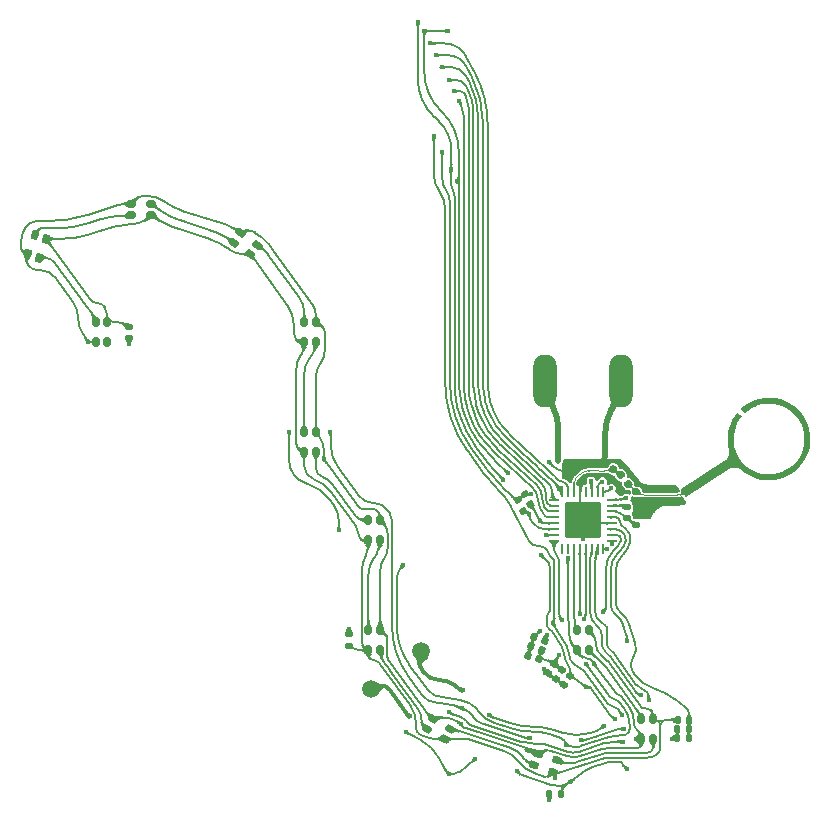
<source format=gbr>
G04 #@! TF.GenerationSoftware,KiCad,Pcbnew,(6.0.1)*
G04 #@! TF.CreationDate,2022-05-29T23:08:32-04:00*
G04 #@! TF.ProjectId,Main-rounded,4d61696e-2d72-46f7-956e-6465642e6b69,10*
G04 #@! TF.SameCoordinates,Original*
G04 #@! TF.FileFunction,Copper,L2,Bot*
G04 #@! TF.FilePolarity,Positive*
%FSLAX46Y46*%
G04 Gerber Fmt 4.6, Leading zero omitted, Abs format (unit mm)*
G04 Created by KiCad (PCBNEW (6.0.1)) date 2022-05-29 23:08:32*
%MOMM*%
%LPD*%
G01*
G04 APERTURE LIST*
G04 Aperture macros list*
%AMRoundRect*
0 Rectangle with rounded corners*
0 $1 Rounding radius*
0 $2 $3 $4 $5 $6 $7 $8 $9 X,Y pos of 4 corners*
0 Add a 4 corners polygon primitive as box body*
4,1,4,$2,$3,$4,$5,$6,$7,$8,$9,$2,$3,0*
0 Add four circle primitives for the rounded corners*
1,1,$1+$1,$2,$3*
1,1,$1+$1,$4,$5*
1,1,$1+$1,$6,$7*
1,1,$1+$1,$8,$9*
0 Add four rect primitives between the rounded corners*
20,1,$1+$1,$2,$3,$4,$5,0*
20,1,$1+$1,$4,$5,$6,$7,0*
20,1,$1+$1,$6,$7,$8,$9,0*
20,1,$1+$1,$8,$9,$2,$3,0*%
%AMRotRect*
0 Rectangle, with rotation*
0 The origin of the aperture is its center*
0 $1 length*
0 $2 width*
0 $3 Rotation angle, in degrees counterclockwise*
0 Add horizontal line*
21,1,$1,$2,0,0,$3*%
G04 Aperture macros list end*
G04 #@! TA.AperFunction,ComponentPad*
%ADD10O,2.000000X4.500000*%
G04 #@! TD*
G04 #@! TA.AperFunction,ComponentPad*
%ADD11C,1.500000*%
G04 #@! TD*
G04 #@! TA.AperFunction,SMDPad,CuDef*
%ADD12RoundRect,0.120000X-0.332487X-0.015885X0.152487X-0.295885X0.332487X0.015885X-0.152487X0.295885X0*%
G04 #@! TD*
G04 #@! TA.AperFunction,SMDPad,CuDef*
%ADD13RoundRect,0.120000X-0.324678X-0.073379X0.201550X-0.264910X0.324678X0.073379X-0.201550X0.264910X0*%
G04 #@! TD*
G04 #@! TA.AperFunction,SMDPad,CuDef*
%ADD14RoundRect,0.120000X-0.180000X0.280000X-0.180000X-0.280000X0.180000X-0.280000X0.180000X0.280000X0*%
G04 #@! TD*
G04 #@! TA.AperFunction,SMDPad,CuDef*
%ADD15RoundRect,0.140000X0.140000X0.170000X-0.140000X0.170000X-0.140000X-0.170000X0.140000X-0.170000X0*%
G04 #@! TD*
G04 #@! TA.AperFunction,SMDPad,CuDef*
%ADD16RoundRect,0.120000X0.180000X-0.280000X0.180000X0.280000X-0.180000X0.280000X-0.180000X-0.280000X0*%
G04 #@! TD*
G04 #@! TA.AperFunction,SMDPad,CuDef*
%ADD17RoundRect,0.120000X0.073379X-0.324678X0.264910X0.201550X-0.073379X0.324678X-0.264910X-0.201550X0*%
G04 #@! TD*
G04 #@! TA.AperFunction,SMDPad,CuDef*
%ADD18RoundRect,0.147500X0.147500X0.172500X-0.147500X0.172500X-0.147500X-0.172500X0.147500X-0.172500X0*%
G04 #@! TD*
G04 #@! TA.AperFunction,SMDPad,CuDef*
%ADD19RoundRect,0.120000X-0.280000X-0.180000X0.280000X-0.180000X0.280000X0.180000X-0.280000X0.180000X0*%
G04 #@! TD*
G04 #@! TA.AperFunction,SMDPad,CuDef*
%ADD20RoundRect,0.147500X-0.147500X-0.172500X0.147500X-0.172500X0.147500X0.172500X-0.147500X0.172500X0*%
G04 #@! TD*
G04 #@! TA.AperFunction,SMDPad,CuDef*
%ADD21RoundRect,0.147500X0.172500X-0.147500X0.172500X0.147500X-0.172500X0.147500X-0.172500X-0.147500X0*%
G04 #@! TD*
G04 #@! TA.AperFunction,SMDPad,CuDef*
%ADD22RoundRect,0.062500X0.062500X-0.375000X0.062500X0.375000X-0.062500X0.375000X-0.062500X-0.375000X0*%
G04 #@! TD*
G04 #@! TA.AperFunction,SMDPad,CuDef*
%ADD23RoundRect,0.062500X0.375000X-0.062500X0.375000X0.062500X-0.375000X0.062500X-0.375000X-0.062500X0*%
G04 #@! TD*
G04 #@! TA.AperFunction,SMDPad,CuDef*
%ADD24RoundRect,0.249999X1.300001X-1.300001X1.300001X1.300001X-1.300001X1.300001X-1.300001X-1.300001X0*%
G04 #@! TD*
G04 #@! TA.AperFunction,SMDPad,CuDef*
%ADD25RoundRect,0.147500X0.213989X0.075639X-0.041489X0.223139X-0.213989X-0.075639X0.041489X-0.223139X0*%
G04 #@! TD*
G04 #@! TA.AperFunction,SMDPad,CuDef*
%ADD26RoundRect,0.140000X-0.170000X0.140000X-0.170000X-0.140000X0.170000X-0.140000X0.170000X0.140000X0*%
G04 #@! TD*
G04 #@! TA.AperFunction,SMDPad,CuDef*
%ADD27RoundRect,0.147500X-0.172500X0.147500X-0.172500X-0.147500X0.172500X-0.147500X0.172500X0.147500X0*%
G04 #@! TD*
G04 #@! TA.AperFunction,SMDPad,CuDef*
%ADD28RoundRect,0.120000X-0.332606X0.013154X0.126119X-0.308049X0.332606X-0.013154X-0.126119X0.308049X0*%
G04 #@! TD*
G04 #@! TA.AperFunction,SMDPad,CuDef*
%ADD29RoundRect,0.147500X-0.193586X-0.118477X0.086975X-0.209637X0.193586X0.118477X-0.086975X0.209637X0*%
G04 #@! TD*
G04 #@! TA.AperFunction,SMDPad,CuDef*
%ADD30RoundRect,0.147500X-0.052857X0.220723X-0.226254X-0.017937X0.052857X-0.220723X0.226254X0.017937X0*%
G04 #@! TD*
G04 #@! TA.AperFunction,SMDPad,CuDef*
%ADD31RoundRect,0.147500X0.193586X0.118477X-0.086975X0.209637X-0.193586X-0.118477X0.086975X-0.209637X0*%
G04 #@! TD*
G04 #@! TA.AperFunction,SMDPad,CuDef*
%ADD32RoundRect,0.147500X0.052857X-0.220723X0.226254X0.017937X-0.052857X0.220723X-0.226254X-0.017937X0*%
G04 #@! TD*
G04 #@! TA.AperFunction,SMDPad,CuDef*
%ADD33RoundRect,0.135000X-0.226433X0.034323X-0.101761X-0.205170X0.226433X-0.034323X0.101761X0.205170X0*%
G04 #@! TD*
G04 #@! TA.AperFunction,SMDPad,CuDef*
%ADD34RoundRect,0.147500X-0.226954X0.002111X-0.037331X-0.223872X0.226954X-0.002111X0.037331X0.223872X0*%
G04 #@! TD*
G04 #@! TA.AperFunction,SMDPad,CuDef*
%ADD35RotRect,0.090000X0.090000X32.000000*%
G04 #@! TD*
G04 #@! TA.AperFunction,ViaPad*
%ADD36C,0.450000*%
G04 #@! TD*
G04 #@! TA.AperFunction,Conductor*
%ADD37C,0.200000*%
G04 #@! TD*
G04 #@! TA.AperFunction,Conductor*
%ADD38C,0.500000*%
G04 #@! TD*
G04 #@! TA.AperFunction,Conductor*
%ADD39C,0.300000*%
G04 #@! TD*
G04 #@! TA.AperFunction,Conductor*
%ADD40C,0.090000*%
G04 #@! TD*
G04 APERTURE END LIST*
G36*
X272076973Y-103919841D02*
G01*
X272441289Y-103966940D01*
X272798925Y-104052409D01*
X273145215Y-104174447D01*
X273476873Y-104331570D01*
X273789767Y-104522823D01*
X274081457Y-104746192D01*
X274347599Y-104998497D01*
X274586602Y-105277193D01*
X274794651Y-105579947D01*
X274969945Y-105901991D01*
X275110574Y-106242158D01*
X275214527Y-106593451D01*
X275281273Y-106955022D01*
X275310177Y-107320194D01*
X275300178Y-107687271D01*
X275251702Y-108051269D01*
X275165703Y-108408057D01*
X275042816Y-108754876D01*
X274883786Y-109085369D01*
X274691155Y-109397944D01*
X274467256Y-109688786D01*
X274213573Y-109954610D01*
X273934348Y-110192765D01*
X273631063Y-110399967D01*
X273307959Y-110573564D01*
X272968641Y-110713664D01*
X272616288Y-110815920D01*
X272255034Y-110881288D01*
X271889332Y-110909344D01*
X271521726Y-110898497D01*
X271158045Y-110848643D01*
X270801576Y-110761266D01*
X270456453Y-110637320D01*
X270125430Y-110477441D01*
X269813703Y-110284280D01*
X269523179Y-110059003D01*
X269390582Y-109963803D01*
X269243355Y-109894253D01*
X269085313Y-109852686D01*
X268922817Y-109839845D01*
X268760529Y-109857532D01*
X268604069Y-109903415D01*
X268457889Y-109977071D01*
X264746830Y-112295998D01*
X264717685Y-112249355D01*
X264655682Y-112178436D01*
X264576080Y-112130304D01*
X264483756Y-112108990D01*
X264391112Y-112117355D01*
X264304295Y-112153917D01*
X264256602Y-112077592D01*
X264327521Y-112015589D01*
X264375653Y-111935988D01*
X264396967Y-111843664D01*
X264388602Y-111751019D01*
X264352040Y-111664202D01*
X264322895Y-111617560D01*
X268033953Y-109298633D01*
X268164236Y-109199535D01*
X268274063Y-109079024D01*
X268361102Y-108940914D01*
X268420794Y-108789234D01*
X268452715Y-108628966D01*
X268454745Y-108466150D01*
X268427306Y-108305240D01*
X268351974Y-107943137D01*
X268315121Y-107574679D01*
X268317170Y-107204316D01*
X268358544Y-106836500D01*
X268438290Y-106475366D01*
X268556301Y-106124518D01*
X268710244Y-105787771D01*
X268898317Y-105469790D01*
X269119355Y-105172481D01*
X269504210Y-105492107D01*
X269300453Y-105768005D01*
X269129659Y-106064576D01*
X268993844Y-106379383D01*
X268894279Y-106706913D01*
X268833828Y-107044198D01*
X268811535Y-107385940D01*
X268828357Y-107728003D01*
X268883869Y-108065935D01*
X268977648Y-108395285D01*
X269108422Y-108712131D01*
X269274390Y-109011702D01*
X269473431Y-109290606D01*
X269702897Y-109544603D01*
X269959819Y-109770831D01*
X270241230Y-109966427D01*
X270543314Y-110129059D01*
X270860878Y-110256077D01*
X271191483Y-110345465D01*
X271530147Y-110396801D01*
X271872737Y-110409129D01*
X272214801Y-110382873D01*
X272550509Y-110318139D01*
X272877104Y-110214290D01*
X273189498Y-110074506D01*
X273484618Y-109899528D01*
X273757375Y-109692536D01*
X274004907Y-109456498D01*
X274224139Y-109192155D01*
X274412103Y-108906079D01*
X274564878Y-108599542D01*
X274682568Y-108278374D01*
X274763159Y-107945012D01*
X274804531Y-107605498D01*
X274807425Y-107262907D01*
X274770887Y-106921373D01*
X274696401Y-106587042D01*
X274583859Y-106263520D01*
X274435065Y-105955577D01*
X274251606Y-105665756D01*
X274037512Y-105398617D01*
X273793205Y-105158610D01*
X273524197Y-104947009D01*
X273231761Y-104767736D01*
X272921089Y-104623441D01*
X272596316Y-104515079D01*
X272260727Y-104444134D01*
X271919835Y-104411878D01*
X271577773Y-104419266D01*
X271238463Y-104465026D01*
X270906040Y-104550112D01*
X270585591Y-104671346D01*
X270282099Y-104829151D01*
X269997047Y-105020242D01*
X269737433Y-105242605D01*
X269391272Y-104881113D01*
X269669438Y-104641262D01*
X269970815Y-104432895D01*
X270293177Y-104256223D01*
X270631435Y-104114427D01*
X270983046Y-104009096D01*
X271344088Y-103941503D01*
X271710108Y-103912069D01*
X272076973Y-103919841D01*
G37*
D10*
X252840000Y-102530000D03*
X259240000Y-102530000D03*
D11*
X242380000Y-125400000D03*
X238090000Y-128540000D03*
D12*
X244836122Y-131931987D03*
X244336122Y-132798013D03*
X242863878Y-131948013D03*
X243363878Y-131081987D03*
D13*
X253885651Y-134630871D03*
X253543631Y-135570563D03*
X251946153Y-134989129D03*
X252288173Y-134049437D03*
D14*
X238900000Y-125280000D03*
X237900000Y-125280000D03*
X237900000Y-123580000D03*
X238900000Y-123580000D03*
D15*
X254170000Y-137470000D03*
X253210000Y-137470000D03*
D16*
X255550000Y-123580000D03*
X256550000Y-123580000D03*
X256550000Y-125280000D03*
X255550000Y-125280000D03*
D14*
X238900000Y-116000000D03*
X237900000Y-116000000D03*
X237900000Y-114300000D03*
X238900000Y-114300000D03*
D16*
X214800000Y-97520000D03*
X215800000Y-97520000D03*
X215800000Y-99220000D03*
X214800000Y-99220000D03*
D17*
X209660871Y-90126153D03*
X210600563Y-90468173D03*
X210019129Y-92065651D03*
X209079437Y-91723631D03*
D14*
X233450000Y-99220000D03*
X232450000Y-99220000D03*
X232450000Y-97520000D03*
X233450000Y-97520000D03*
X233440000Y-108500000D03*
X232440000Y-108500000D03*
X232440000Y-106800000D03*
X233440000Y-106800000D03*
D18*
X265028663Y-132736337D03*
X264058663Y-132736337D03*
X265030917Y-131952445D03*
X264060917Y-131952445D03*
D19*
X219520000Y-87490000D03*
X219520000Y-88490000D03*
X217820000Y-88490000D03*
X217820000Y-87490000D03*
D20*
X264065000Y-131170000D03*
X265035000Y-131170000D03*
D21*
X259760000Y-114105000D03*
X259760000Y-113135000D03*
D22*
X257790000Y-116737500D03*
X257290000Y-116737500D03*
X256790000Y-116737500D03*
X256290000Y-116737500D03*
X255790000Y-116737500D03*
X255290000Y-116737500D03*
X254790000Y-116737500D03*
X254290000Y-116737500D03*
D23*
X253602500Y-116050000D03*
X253602500Y-115550000D03*
X253602500Y-115050000D03*
X253602500Y-114550000D03*
X253602500Y-114050000D03*
X253602500Y-113550000D03*
X253602500Y-113050000D03*
X253602500Y-112550000D03*
D22*
X254290000Y-111862500D03*
X254790000Y-111862500D03*
X255290000Y-111862500D03*
X255790000Y-111862500D03*
X256290000Y-111862500D03*
X256790000Y-111862500D03*
X257290000Y-111862500D03*
X257790000Y-111862500D03*
D23*
X258477500Y-112550000D03*
X258477500Y-113050000D03*
X258477500Y-113550000D03*
X258477500Y-114050000D03*
X258477500Y-114550000D03*
X258477500Y-115050000D03*
X258477500Y-115550000D03*
X258477500Y-116050000D03*
D24*
X256040000Y-114300000D03*
D25*
X258620022Y-109962500D03*
X257779978Y-109477500D03*
D21*
X236230000Y-124915000D03*
X236230000Y-123945000D03*
D16*
X261010000Y-131090000D03*
X262010000Y-131090000D03*
X262010000Y-132790000D03*
X261010000Y-132790000D03*
D26*
X217620000Y-97910000D03*
X217620000Y-98870000D03*
D27*
X260590000Y-113745000D03*
X260590000Y-114715000D03*
D28*
X228473067Y-90947964D03*
X227899491Y-91767116D03*
X226506933Y-90792036D03*
X227080509Y-89972884D03*
D29*
X251628738Y-124980127D03*
X252551262Y-125279873D03*
D30*
X254982686Y-127444773D03*
X254412534Y-128229519D03*
D31*
X252297868Y-126059738D03*
X251375344Y-125759992D03*
D32*
X253754924Y-127732373D03*
X254325076Y-126947627D03*
D31*
X252807746Y-124490495D03*
X251885222Y-124190749D03*
D32*
X253071685Y-127260691D03*
X253641837Y-126475945D03*
D33*
X250534508Y-112607624D03*
X251005492Y-113512376D03*
X251144508Y-112047624D03*
X251615492Y-112952376D03*
D26*
X260580000Y-111880000D03*
X260580000Y-112840000D03*
D34*
X259258248Y-110488468D03*
X259881752Y-111231532D03*
D35*
X264350942Y-112077601D03*
D36*
X259770000Y-124490000D03*
X253170000Y-109380000D03*
X255990000Y-114600000D03*
X257180000Y-109660000D03*
X262800000Y-111600000D03*
X253210000Y-137960000D03*
X260540000Y-132790000D03*
X238900000Y-123070000D03*
X244700000Y-135790000D03*
X255790000Y-109790000D03*
X254890000Y-110690000D03*
X260590000Y-113290000D03*
X234110000Y-109110000D03*
X249720000Y-110300000D03*
X260070000Y-110460000D03*
X258220000Y-110550000D03*
X258800000Y-111040000D03*
X258960000Y-109320000D03*
X254060000Y-125670000D03*
X236230000Y-123470000D03*
X254760000Y-117530000D03*
X245690000Y-131550000D03*
X255790000Y-112970000D03*
X214120000Y-99190000D03*
X259330000Y-111670000D03*
X261340000Y-112670000D03*
X259590000Y-109810000D03*
X251360000Y-133760000D03*
X245390000Y-85580000D03*
X256450000Y-109660000D03*
X260690000Y-111160000D03*
X261340000Y-111600000D03*
X246910000Y-134520000D03*
X264400000Y-112600000D03*
X255870000Y-111000000D03*
X256300000Y-110530000D03*
X241070000Y-132220000D03*
X262070000Y-111610000D03*
X257250000Y-110530000D03*
X256020000Y-115900000D03*
X244630000Y-72850000D03*
X255350000Y-110210000D03*
X262800000Y-112670000D03*
X257029984Y-126470016D03*
X242630000Y-72850000D03*
X262070000Y-112670000D03*
X263580000Y-132780000D03*
X217610000Y-99330000D03*
X244160000Y-83100000D03*
X251680000Y-112110000D03*
X254270000Y-122770000D03*
X253610000Y-116350000D03*
X258480000Y-116270000D03*
X259730000Y-112420000D03*
X253700000Y-136100000D03*
X257770000Y-122060000D03*
X259420000Y-133030000D03*
X244690000Y-130500000D03*
X259340000Y-130770000D03*
X253520000Y-123000000D03*
X253040000Y-124000000D03*
X243420000Y-81760000D03*
X259500000Y-131970000D03*
X261630000Y-129530000D03*
X255860000Y-132940000D03*
X258460000Y-111590000D03*
X258100000Y-116740000D03*
X257710000Y-111020000D03*
X256740000Y-110980000D03*
X241400000Y-130870000D03*
X245890000Y-128640000D03*
X244720001Y-77020000D03*
X245600000Y-78830000D03*
X245160000Y-77950000D03*
X244120000Y-75920000D03*
X243619998Y-74920000D03*
X243120001Y-73920001D03*
X244860000Y-84590000D03*
X258810000Y-131140000D03*
X251550000Y-132730000D03*
X249330000Y-110850000D03*
X253960000Y-109240000D03*
X259770000Y-135350000D03*
X254930000Y-136460000D03*
X252520000Y-117200000D03*
X242070000Y-72150000D03*
X250507748Y-135487748D03*
X256330000Y-128390000D03*
X234670000Y-106820000D03*
X245780000Y-130210000D03*
X257840000Y-131700000D03*
X248120000Y-130760000D03*
X260940000Y-129110000D03*
X252430000Y-123690000D03*
X256180000Y-122670000D03*
X252720000Y-126930000D03*
X255790000Y-122190000D03*
X231190000Y-106800000D03*
X240820000Y-118100000D03*
X256310000Y-126480000D03*
X235380000Y-115120000D03*
X254650000Y-133290000D03*
X251510000Y-113740000D03*
X252442282Y-114357718D03*
X252960000Y-115550000D03*
D37*
X258791440Y-115050000D02*
X258477500Y-115050000D01*
X259669715Y-115993180D02*
X259660677Y-116044438D01*
X259474402Y-123165204D02*
X259905294Y-124491351D01*
X259248945Y-116835368D02*
X258992018Y-117092295D01*
X258404537Y-118510603D02*
X258404537Y-121429353D01*
X259423617Y-115317032D02*
X259345873Y-115251797D01*
X259345873Y-115251797D02*
G75*
G03*
X258791440Y-115050000I-554430J-660740D01*
G01*
X258404537Y-121429353D02*
G75*
G03*
X258853689Y-122310865I1089609J0D01*
G01*
X259248945Y-116835368D02*
G75*
G03*
X259660677Y-116044438I-1048385J1048387D01*
G01*
X258992018Y-117092295D02*
G75*
G03*
X258404537Y-118510603I1418307J-1418306D01*
G01*
X259474401Y-123165204D02*
G75*
G03*
X258853689Y-122310865I-1625056J-528015D01*
G01*
X259423617Y-115317032D02*
G75*
G02*
X259669714Y-115993180I-462510J-551200D01*
G01*
X213752156Y-98551048D02*
X214184313Y-99145861D01*
X257029984Y-126470016D02*
X258840399Y-128961839D01*
X260360000Y-131464084D02*
X260360000Y-131245603D01*
X225963546Y-89327429D02*
X222124189Y-88079947D01*
X245591341Y-131359897D02*
X244680405Y-131063917D01*
X255202720Y-124854186D02*
X255525440Y-125298372D01*
X233450000Y-96968173D02*
X233450000Y-97520000D01*
X261000000Y-133294341D02*
X261000000Y-132789922D01*
X239500000Y-124431083D02*
X239500000Y-125848830D01*
X233125644Y-95969908D02*
X229734206Y-91301996D01*
X218842927Y-86830000D02*
X219181939Y-86830000D01*
X256952166Y-126337834D02*
X257029984Y-126470016D01*
X257671880Y-133669131D02*
X255829394Y-134267790D01*
X238900000Y-118520653D02*
X238900000Y-123070000D01*
X245035000Y-135790000D02*
X244700000Y-135790000D01*
X208779145Y-89626372D02*
X208804499Y-89578081D01*
X214120000Y-99190000D02*
X214800661Y-99190000D01*
X208974095Y-92047839D02*
X209079437Y-91723631D01*
X253210000Y-137960000D02*
X253210000Y-137470000D01*
X226728773Y-89717332D02*
X227080509Y-89972884D01*
X257763545Y-114550000D02*
X258477500Y-114550000D01*
X208480000Y-91160341D02*
X208480000Y-90839705D01*
X256020000Y-115900000D02*
X256038099Y-114452057D01*
X217425000Y-87490000D02*
X217820000Y-87490000D01*
X233816854Y-97773093D02*
X233423709Y-97566688D01*
X254569495Y-110160000D02*
X255270000Y-110160000D01*
X255790000Y-113169455D02*
X255790000Y-111862500D01*
X252407898Y-125721099D02*
X252551262Y-125279873D01*
X260590000Y-113290000D02*
X260590000Y-113745000D01*
X239585178Y-126110983D02*
X239670357Y-126228222D01*
X238703669Y-113579036D02*
X238899136Y-113848072D01*
X245550000Y-85784944D02*
X245510000Y-85729888D01*
X239540000Y-115542975D02*
X239540000Y-116550935D01*
X243079909Y-130921069D02*
X239670357Y-126228223D01*
X246074637Y-105476835D02*
X245832318Y-104731055D01*
X256015000Y-114450000D02*
X255990000Y-114600000D01*
X253338852Y-133809846D02*
X254748259Y-134267790D01*
X260980000Y-132544276D02*
X260980000Y-132790832D01*
X208787103Y-91583033D02*
X209094207Y-91682817D01*
X237069531Y-113183446D02*
X236977584Y-113056892D01*
X255904753Y-125768277D02*
X255550000Y-125280000D01*
X244630000Y-72850000D02*
X242630000Y-72850000D01*
X260540000Y-132790000D02*
X261010000Y-132790000D01*
X245540000Y-83047089D02*
X245540000Y-85729985D01*
X242623660Y-76313886D02*
X242630000Y-72850000D01*
X242216860Y-132822115D02*
X241070000Y-132220000D01*
X227513204Y-89801923D02*
X227071155Y-89945554D01*
X218143995Y-87186124D02*
X217885256Y-87542248D01*
X228821789Y-90287868D02*
X228331282Y-89931493D01*
D38*
X257920000Y-108811465D02*
X257920000Y-107117996D01*
D37*
X245628451Y-135576861D02*
X246910000Y-134520000D01*
X236230000Y-123470000D02*
X236230000Y-123945000D01*
X243722724Y-131000000D02*
X243582466Y-131000000D01*
X239250236Y-114651174D02*
X238960473Y-114252349D01*
X212872425Y-95817283D02*
X211353738Y-93726990D01*
X209874430Y-93120000D02*
X210162452Y-93120000D01*
X244225132Y-131000000D02*
X244121710Y-131000000D01*
X234120591Y-108421523D02*
X234110000Y-109110000D01*
X253170000Y-109380000D02*
X253585000Y-109770000D01*
X243363878Y-131081987D02*
X243110000Y-130900000D01*
D38*
X258480000Y-104846643D02*
X259040000Y-103780000D01*
D37*
X238900000Y-123325000D02*
X238900000Y-123070000D01*
X256188539Y-114332574D02*
X256610000Y-114425000D01*
X245590000Y-103201117D02*
X245590000Y-85908052D01*
X255991327Y-114155930D02*
X255914999Y-113930000D01*
X252629950Y-133869998D02*
X252288173Y-134049436D01*
X260780532Y-132152799D02*
X260670000Y-132072492D01*
X246117994Y-131922631D02*
X252327880Y-133940345D01*
X245670000Y-131468161D02*
X245670000Y-131550867D01*
X243434771Y-131000000D02*
X243360924Y-131000000D01*
X249720000Y-110300000D02*
X248723709Y-109367361D01*
X217610000Y-99330000D02*
X217620000Y-98870000D01*
X245831923Y-131714788D02*
X245722654Y-131564392D01*
X220642296Y-87324885D02*
X220591535Y-87288005D01*
X238910000Y-113840000D02*
X238900000Y-114300000D01*
X210817401Y-88960000D02*
X209827084Y-88960000D01*
X263580000Y-132780000D02*
X264060000Y-132780000D01*
X229463971Y-90930049D02*
X229734206Y-91301995D01*
X253578610Y-126387365D02*
X254060000Y-125670000D01*
X244047862Y-131000000D02*
X243885293Y-131000000D01*
X234210000Y-99845184D02*
X234210000Y-98423533D01*
X259312735Y-129202506D02*
X260006351Y-130157186D01*
X258163101Y-133591329D02*
X260573563Y-133591329D01*
X254760000Y-117530000D02*
X254760000Y-122115485D01*
X243582466Y-131000000D02*
X243434771Y-131000000D01*
X214111570Y-88438254D02*
X216654332Y-87612061D01*
X234110000Y-109110000D02*
X236977584Y-113056891D01*
X256750254Y-126115493D02*
X256712173Y-126087826D01*
X209069124Y-92647836D02*
X209140462Y-92746024D01*
X239200000Y-123815000D02*
X239100743Y-123737248D01*
X233440000Y-106188403D02*
X233440000Y-102215001D01*
D38*
X257849139Y-109258863D02*
X257778279Y-109476951D01*
D37*
X256300657Y-125970000D02*
X256349542Y-125970000D01*
X264060917Y-131952445D02*
X264058663Y-132736337D01*
X243885293Y-131000000D02*
X243722724Y-131000000D01*
X243965836Y-134571090D02*
X244626717Y-135829883D01*
X254880000Y-123321603D02*
X254880000Y-123860955D01*
X238175655Y-113310000D02*
X237317907Y-113310000D01*
X253684090Y-126505115D02*
X254325076Y-126947627D01*
X244276843Y-131000000D02*
X244225132Y-131000000D01*
X213320000Y-97221007D02*
X213320000Y-97194776D01*
X253307406Y-126255786D02*
X253598951Y-126447712D01*
X244047862Y-131000000D02*
X244121710Y-131000000D01*
X256038099Y-114452057D02*
G75*
G03*
X256015000Y-114450000I-11628J146D01*
G01*
X229463970Y-90930050D02*
G75*
G03*
X228821788Y-90287869I-2348387J-1706209D01*
G01*
X220591535Y-87288005D02*
G75*
G03*
X219181939Y-86830000I-1409593J-1940137D01*
G01*
X252629950Y-133869998D02*
G75*
G02*
X253338852Y-133809846I425824J-811072D01*
G01*
X260999999Y-133294341D02*
G75*
G02*
X260863734Y-133519786I-254631J2D01*
G01*
X242623660Y-76313886D02*
G75*
G03*
X244080000Y-79680486I4599967J-8419D01*
G01*
X244680405Y-131063917D02*
G75*
G03*
X244276843Y-131000000I-403560J-1242040D01*
G01*
X253595918Y-126452972D02*
G75*
G03*
X253598951Y-126447712I1360J2720D01*
G01*
X256712173Y-126087826D02*
G75*
G03*
X256349542Y-125970000I-362629J-499113D01*
G01*
X209140462Y-92746024D02*
G75*
G03*
X209874430Y-93120000I733969J533259D01*
G01*
X259312735Y-129202506D02*
G75*
G03*
X259076567Y-129082173I-236169J-171589D01*
G01*
D38*
X257849139Y-109258863D02*
G75*
G03*
X257920000Y-108811465I-1376954J447399D01*
G01*
D37*
X253684090Y-126505115D02*
G75*
G03*
X253598951Y-126447712I-2650751J-3839702D01*
G01*
X245628451Y-135576861D02*
G75*
G02*
X245035000Y-135790000I-593455J719626D01*
G01*
X245540000Y-83047089D02*
G75*
G03*
X244080000Y-79680486I-4611519J-3D01*
G01*
X216654332Y-87612061D02*
G75*
G02*
X217425000Y-87490000I770663J-2371858D01*
G01*
X213320000Y-97194776D02*
G75*
G03*
X212872425Y-95817283I-2343535J-2D01*
G01*
X253595918Y-126452972D02*
G75*
G02*
X253578610Y-126387365I20223J40422D01*
G01*
X253585000Y-109770000D02*
G75*
G03*
X254569495Y-110160000I984496J1047606D01*
G01*
X253684090Y-126505115D02*
G75*
G03*
X253595918Y-126452973I-415014J-601156D01*
G01*
X245832318Y-104731055D02*
G75*
G02*
X245590000Y-103201117I4708620J1529930D01*
G01*
X255829394Y-134267790D02*
G75*
G02*
X254748259Y-134267790I-540567J1663685D01*
G01*
X260780532Y-132152799D02*
G75*
G02*
X260980000Y-132544276I-284427J-391479D01*
G01*
X233785000Y-107305000D02*
G75*
G02*
X233440000Y-106188403I1634427J1116593D01*
G01*
X256015000Y-114450000D02*
G75*
G03*
X255991327Y-114155930I-598751J99788D01*
G01*
X255202720Y-124854186D02*
G75*
G02*
X254880000Y-123860955I1367052J993226D01*
G01*
X233816854Y-97773093D02*
G75*
G02*
X234210000Y-98423533I-341488J-650441D01*
G01*
X260670000Y-132072492D02*
G75*
G02*
X260360000Y-131464084I442027J608405D01*
G01*
X214111570Y-88438254D02*
G75*
G02*
X210817401Y-88960000I-3294178J10138446D01*
G01*
X210162452Y-93120000D02*
G75*
G02*
X211353738Y-93726990I2J-1472507D01*
G01*
X256610000Y-114425000D02*
G75*
G03*
X257763545Y-114550000I1153560J5260298D01*
G01*
X237317907Y-113309999D02*
G75*
G02*
X237069532Y-113183446I2J307013D01*
G01*
X255991327Y-114155930D02*
G75*
G03*
X256188539Y-114332574I254828J86090D01*
G01*
X239200000Y-123815000D02*
G75*
G02*
X239500000Y-124431083I-482596J-616082D01*
G01*
X228331282Y-89931493D02*
G75*
G03*
X227513204Y-89801924I-536186J-737996D01*
G01*
X252407898Y-125721099D02*
G75*
G03*
X252653934Y-126059869I246131J-79973D01*
G01*
X233825000Y-101030093D02*
G75*
G03*
X234210000Y-99845184I-1630901J1184913D01*
G01*
X239540000Y-116550935D02*
G75*
G02*
X239220000Y-117535794I-1675545J1D01*
G01*
X226728773Y-89717332D02*
G75*
G03*
X225963546Y-89327429I-1613492J-2220781D01*
G01*
X254820000Y-122718544D02*
G75*
G02*
X254880000Y-123321603I-3000665J-603059D01*
G01*
X258840399Y-128961839D02*
G75*
G03*
X259076567Y-129082173I236170J171589D01*
G01*
X239540000Y-115542975D02*
G75*
G03*
X239250236Y-114651174I-1517233J-4D01*
G01*
X222124189Y-88079947D02*
G75*
G02*
X220642296Y-87324885I1642680J5055662D01*
G01*
X255790000Y-113169455D02*
G75*
G03*
X255914999Y-113930000I2376165J-11D01*
G01*
X238900000Y-118520653D02*
G75*
G02*
X239220000Y-117535794I1675527J5D01*
G01*
X208480001Y-91160341D02*
G75*
G03*
X208787103Y-91583032I444443J-1D01*
G01*
X239100743Y-123737248D02*
G75*
G02*
X238900000Y-123325000I322920J412244D01*
G01*
X260863734Y-133519787D02*
G75*
G02*
X260573563Y-133591329I-290177J552711D01*
G01*
X209827084Y-88960000D02*
G75*
G03*
X208804499Y-89578081I-1J-1154947D01*
G01*
X233125644Y-95969908D02*
G75*
G02*
X233450000Y-96968173I-1374009J-998270D01*
G01*
X245831924Y-131714787D02*
G75*
G03*
X246117994Y-131922630I462873J336297D01*
G01*
X208480001Y-90839705D02*
G75*
G02*
X208779146Y-89626372I2610197J4D01*
G01*
X260360000Y-131245603D02*
G75*
G03*
X260006351Y-130157186I-1851737J-5D01*
G01*
X254820000Y-122718544D02*
G75*
G02*
X254760000Y-122115485I3000483J603041D01*
G01*
X208974095Y-92047839D02*
G75*
G03*
X209069124Y-92647836I636292J-206746D01*
G01*
X239500000Y-125848830D02*
G75*
G03*
X239585178Y-126110983I445991J-4D01*
G01*
X238703669Y-113579036D02*
G75*
G03*
X238175655Y-113310000I-528011J-383621D01*
G01*
X245669999Y-131468161D02*
G75*
G03*
X245591341Y-131359897I-113835J0D01*
G01*
X218842927Y-86830000D02*
G75*
G03*
X218143995Y-87186124I-2J-863923D01*
G01*
X256750254Y-126115493D02*
G75*
G02*
X256952166Y-126337834I-433195J-596243D01*
G01*
X213320001Y-97221007D02*
G75*
G03*
X213752157Y-98551048I2262797J-2D01*
G01*
X242216860Y-132822116D02*
G75*
G02*
X243965835Y-134571090I-1933174J-3682150D01*
G01*
X233784999Y-107305001D02*
G75*
G02*
X234120590Y-108421523I-1590951J-1086884D01*
G01*
X255904753Y-125768277D02*
G75*
G03*
X256300657Y-125970000I395905J287644D01*
G01*
X252653934Y-126059869D02*
G75*
G02*
X253307406Y-126255786I-435J-1189222D01*
G01*
X247147364Y-107582179D02*
G75*
G02*
X246074637Y-105476835I6109943J4439136D01*
G01*
X233825000Y-101030093D02*
G75*
G03*
X233440000Y-102215001I1630877J-1184905D01*
G01*
X256038100Y-114452057D02*
G75*
G02*
X256188539Y-114332574I123896J-1547D01*
G01*
X248723709Y-109367361D02*
G75*
G02*
X247147364Y-107582179I8575919J9161237D01*
G01*
X245589999Y-85908052D02*
G75*
G03*
X245549999Y-85784945I-209444J0D01*
G01*
D38*
X257920000Y-107117996D02*
G75*
G02*
X258480000Y-104846643I4886276J3D01*
G01*
D37*
X257671880Y-133669131D02*
G75*
G02*
X258163101Y-133591329I491221J-1511821D01*
G01*
X259730000Y-112420000D02*
X259485000Y-112490000D01*
X247809327Y-109854333D02*
X246609482Y-108202889D01*
X253610000Y-116350000D02*
X253602500Y-116050000D01*
X244790000Y-89039156D02*
X244790000Y-89713052D01*
X251412254Y-112078812D02*
X251680000Y-112110000D01*
X244790000Y-87823052D02*
X244790000Y-87956948D01*
X254158216Y-122602710D02*
X254276432Y-122765421D01*
X254040000Y-117644534D02*
X254040000Y-122238878D01*
X244790000Y-93290000D02*
X244790000Y-102603097D01*
X250945938Y-112229916D02*
X250717323Y-112439793D01*
X244790000Y-88356428D02*
X244790000Y-87956948D01*
X244790000Y-89039156D02*
X244790000Y-88633052D01*
X249948824Y-112150400D02*
X249302706Y-111545561D01*
X244790000Y-87421364D02*
X244790000Y-87555260D01*
X244790000Y-89713052D02*
X244790000Y-90386948D01*
X258480000Y-116270000D02*
X258477500Y-116050000D01*
X244790000Y-91130000D02*
X244790000Y-93290000D01*
X244790000Y-88356428D02*
X244790000Y-88494740D01*
X253610000Y-116780490D02*
X253610000Y-116350000D01*
X244790000Y-87421364D02*
X244790000Y-87354416D01*
X244790000Y-87555260D02*
X244790000Y-87689156D01*
X244150000Y-85384699D02*
X244150000Y-83099982D01*
X244790000Y-87689156D02*
X244790000Y-87823052D01*
X244790000Y-90386948D02*
X244790000Y-91130000D01*
X258985218Y-112556658D02*
X258477500Y-112550000D01*
X244790000Y-88494740D02*
X244790000Y-88633052D01*
X245256282Y-105547082D02*
G75*
G03*
X246609483Y-108202889I9060641J2943978D01*
G01*
X249302706Y-111545561D02*
G75*
G02*
X247809328Y-109854333I8124518J8679019D01*
G01*
X250332254Y-112463811D02*
G75*
G02*
X249948825Y-112150399I2138392J3007371D01*
G01*
X254040000Y-117644534D02*
G75*
G03*
X253825000Y-117212512I-541559J-3D01*
G01*
X251412254Y-112078812D02*
G75*
G03*
X250945938Y-112229916I-68128J-584843D01*
G01*
X254040001Y-122238878D02*
G75*
G03*
X254158217Y-122602709I618979J-3D01*
G01*
X244790000Y-102603097D02*
G75*
G03*
X245256281Y-105547082I9526922J-3D01*
G01*
X244470000Y-86369558D02*
G75*
G02*
X244150000Y-85384699I1355527J984854D01*
G01*
X244790000Y-87354416D02*
G75*
G03*
X244470000Y-86369558I-1675539J0D01*
G01*
X259485000Y-112490000D02*
G75*
G02*
X258985218Y-112556658I-477019J1669612D01*
G01*
X253610000Y-116780490D02*
G75*
G03*
X253825000Y-117212512I541551J-1D01*
G01*
X250332254Y-112463812D02*
G75*
G03*
X250717323Y-112439793I177695J249907D01*
G01*
X231756166Y-98943763D02*
X231793018Y-98994485D01*
X249365877Y-133819101D02*
X246290957Y-132820000D01*
X231020894Y-96063358D02*
X228263828Y-92268583D01*
X231800000Y-101402922D02*
X231800000Y-107802571D01*
X220168022Y-88886069D02*
X219664493Y-88520235D01*
X242201905Y-132375989D02*
X242483811Y-132523993D01*
X237306086Y-115990000D02*
X237900094Y-115990000D01*
X262000000Y-130745998D02*
X262000000Y-130796784D01*
X224474339Y-90504217D02*
X221354022Y-89490366D01*
X215560000Y-96230331D02*
X215547174Y-96212678D01*
X238405000Y-126140000D02*
X238357341Y-126140000D01*
X253700000Y-136100000D02*
X253608046Y-135788660D01*
X211869540Y-90468173D02*
X210600563Y-90468173D01*
X237880000Y-116464184D02*
X237880000Y-115999776D01*
X232440000Y-108861421D02*
X232440000Y-109650151D01*
X237907184Y-125732680D02*
X237904839Y-125584910D01*
X253759912Y-135640837D02*
X253976193Y-135711111D01*
X243684412Y-132820000D02*
X244355189Y-132820000D01*
X257180000Y-124820858D02*
X257180000Y-124928353D01*
X236505000Y-125097500D02*
X236230000Y-124915000D01*
X219017620Y-88855000D02*
X219478384Y-88520235D01*
X228263828Y-92268583D02*
X228081659Y-92017849D01*
X241920000Y-131456809D02*
X241920000Y-131909590D01*
X217747620Y-89220000D02*
X217894265Y-89220000D01*
X211346448Y-91494797D02*
X214319841Y-95587321D01*
X237360000Y-118478376D02*
X237360000Y-124691544D01*
X241466714Y-130061739D02*
X239256089Y-127019076D01*
X215800000Y-97040331D02*
X215800000Y-96968975D01*
X237619999Y-117423819D02*
X237664123Y-117339777D01*
X257904106Y-134434840D02*
X253976384Y-135711035D01*
X231570000Y-97753332D02*
X231570000Y-98370801D01*
X225971585Y-91267103D02*
X226158325Y-91402778D01*
X232196362Y-99200000D02*
X232450392Y-99200000D01*
X211346448Y-91494797D02*
X210600563Y-90468173D01*
X232233885Y-100252808D02*
X232124999Y-100402675D01*
X216647992Y-97520000D02*
X216279668Y-97520000D01*
X246290955Y-132820000D02*
X244335959Y-132820000D01*
X261379057Y-130230000D02*
X261048096Y-130230000D01*
X253409962Y-135754542D02*
X253354561Y-135830794D01*
X238759660Y-126323883D02*
X238837315Y-126434013D01*
X216249949Y-89457207D02*
X214345385Y-90076037D01*
X217302870Y-97732782D02*
X217595741Y-97945565D01*
X236835830Y-114784145D02*
X234721610Y-111874170D01*
X258178825Y-134391329D02*
X261504595Y-134391329D01*
X227589567Y-91767116D02*
X227279642Y-91767116D01*
X237153043Y-115779353D02*
X237306086Y-115989999D01*
X262446580Y-131319208D02*
X262254962Y-131218606D01*
X237000000Y-115289406D02*
X237000000Y-115308335D01*
X256865000Y-123955402D02*
X256550000Y-123580000D01*
X252859570Y-135991627D02*
X251948788Y-135695696D01*
X258137181Y-126223468D02*
X261048096Y-130229999D01*
X262620000Y-133464434D02*
X262620000Y-131606123D01*
X232450000Y-99587676D02*
X232450000Y-99220000D01*
X237110047Y-125280000D02*
X237595050Y-125280000D01*
X263132787Y-131180000D02*
X264065043Y-131180000D01*
X219664493Y-88520235D02*
G75*
G03*
X219571439Y-88490000I-93053J-128074D01*
G01*
X262778460Y-131295128D02*
G75*
G02*
X262446580Y-131319207I-185321J255077D01*
G01*
X241920001Y-131909590D02*
G75*
G03*
X242201905Y-132375988I526765J-3D01*
G01*
X232196362Y-99199999D02*
G75*
G02*
X231793019Y-98994485I3J498565D01*
G01*
X232120000Y-108331996D02*
G75*
G02*
X232440000Y-108861421I-277957J-529427D01*
G01*
X238759660Y-126323883D02*
G75*
G03*
X238405000Y-126140000I-354659J-250077D01*
G01*
X234721609Y-111874171D02*
G75*
G03*
X233311497Y-110849665I-2281611J-1657690D01*
G01*
X237619999Y-117423819D02*
G75*
G03*
X237360000Y-118478376I2008622J-1054552D01*
G01*
X253608046Y-135788660D02*
G75*
G03*
X253409962Y-135754542I-107446J-31734D01*
G01*
X263132787Y-131180001D02*
G75*
G03*
X262778460Y-131295129I-1J-602814D01*
G01*
X238837315Y-126434013D02*
G75*
G03*
X239256089Y-127019076I41510217J29269607D01*
G01*
X238045000Y-126025000D02*
G75*
G02*
X237907184Y-125732680I254314J298545D01*
G01*
X236505000Y-125097500D02*
G75*
G03*
X237110047Y-125280000I605053J911733D01*
G01*
X228081659Y-92017849D02*
G75*
G03*
X227589567Y-91767116I-492091J-357525D01*
G01*
X237360001Y-124691544D02*
G75*
G03*
X237630000Y-125138247I504525J0D01*
G01*
X225971585Y-91267103D02*
G75*
G03*
X224474339Y-90504217I-3156960J-4345178D01*
G01*
X227279642Y-91767117D02*
G75*
G02*
X228263828Y-92268583I3J-1216516D01*
G01*
X221354022Y-89490366D02*
G75*
G02*
X220168022Y-88886069I1314704J4046230D01*
G01*
X237595050Y-125280000D02*
G75*
G02*
X237904839Y-125584910I1J-309827D01*
G01*
X237630000Y-125138247D02*
G75*
G02*
X237904838Y-125584910I-238780J-454813D01*
G01*
X232124999Y-100402675D02*
G75*
G03*
X231800000Y-101402922I1376708J-1000241D01*
G01*
X261504595Y-134391328D02*
G75*
G03*
X262275320Y-134140904I-4J1311249D01*
G01*
X242483811Y-132523993D02*
G75*
G03*
X243684412Y-132820000I1200605J2286824D01*
G01*
X231020894Y-96063358D02*
G75*
G02*
X231570000Y-97753332I-2326064J-1689979D01*
G01*
X219478384Y-88520235D02*
G75*
G02*
X219571439Y-88490000I93053J-128074D01*
G01*
X236835830Y-114784145D02*
G75*
G02*
X237000000Y-115289406I-695442J-505266D01*
G01*
X253354561Y-135830794D02*
G75*
G02*
X252859570Y-135991627I-358181J260236D01*
G01*
X261808118Y-130369410D02*
G75*
G03*
X261379057Y-130230000I-429058J-590543D01*
G01*
X250657333Y-134757399D02*
G75*
G03*
X249365877Y-133819102I-2089612J-1518187D01*
G01*
X262000000Y-130796784D02*
G75*
G03*
X262254962Y-131218606I476421J-1D01*
G01*
X227279642Y-91767115D02*
G75*
G02*
X226158326Y-91402777I4J1907710D01*
G01*
X214933508Y-95899999D02*
G75*
G02*
X214319841Y-95587321I1J758536D01*
G01*
X238045000Y-126025000D02*
G75*
G03*
X238357341Y-126140000I312343J366666D01*
G01*
X253409962Y-135754542D02*
G75*
G02*
X253759912Y-135640837I253224J-183976D01*
G01*
X217302870Y-97732782D02*
G75*
G03*
X216647992Y-97520000I-654874J-901353D01*
G01*
X253608046Y-135788660D02*
G75*
G02*
X253759912Y-135640837I114856J33924D01*
G01*
X257904106Y-134434840D02*
G75*
G02*
X258178825Y-134391329I274717J-845489D01*
G01*
X215799999Y-96968975D02*
G75*
G03*
X215559999Y-96230331I-1256672J-5D01*
G01*
X262620000Y-131606123D02*
G75*
G03*
X262446580Y-131319208I-324055J-1D01*
G01*
X216249949Y-89457207D02*
G75*
G02*
X217747620Y-89220000I1497670J-4609366D01*
G01*
X262275321Y-134140905D02*
G75*
G03*
X262620000Y-133464434I-491492J676474D01*
G01*
X257179999Y-124820858D02*
G75*
G03*
X256864999Y-123955403I-1346416J-2D01*
G01*
X257531060Y-125617348D02*
G75*
G02*
X258137181Y-126223468I-1610353J-2216477D01*
G01*
X219017620Y-88855000D02*
G75*
G02*
X217894265Y-89220000I-1123362J1546188D01*
G01*
X231570000Y-98370801D02*
G75*
G03*
X231756166Y-98943763I974783J0D01*
G01*
X261808118Y-130369410D02*
G75*
G02*
X262000000Y-130745998I-273607J-376589D01*
G01*
X231800000Y-107802571D02*
G75*
G03*
X232120000Y-108331996I597952J-1D01*
G01*
X214933508Y-95900001D02*
G75*
G02*
X215547173Y-96212678I-1J-758535D01*
G01*
X237630000Y-125138247D02*
G75*
G02*
X237595050Y-125280000I-34950J-66568D01*
G01*
X232450000Y-99587676D02*
G75*
G02*
X232233885Y-100252808I-1131609J7D01*
G01*
X257180000Y-124928353D02*
G75*
G03*
X257531060Y-125617348I851643J-1D01*
G01*
X215800000Y-97040331D02*
G75*
G03*
X216279668Y-97520000I479668J-1D01*
G01*
X214345385Y-90076037D02*
G75*
G02*
X211869540Y-90468173I-2475856J7619921D01*
G01*
X232440001Y-109650151D02*
G75*
G03*
X233311497Y-110849663I1261238J-3D01*
G01*
X237664123Y-117339777D02*
G75*
G03*
X237880000Y-116464184I-1667778J875599D01*
G01*
X262778460Y-131295128D02*
G75*
G03*
X262620000Y-131606123I225948J-310994D01*
G01*
X237000001Y-115308335D02*
G75*
G03*
X237153044Y-115779353I801332J-4D01*
G01*
X241919999Y-131456809D02*
G75*
G03*
X241466713Y-130061740I-2373445J-4D01*
G01*
X251948788Y-135695695D02*
G75*
G02*
X250657333Y-134757399I798155J2456482D01*
G01*
X259003161Y-116515467D02*
X258606007Y-116912620D01*
X258004537Y-118364700D02*
X258004537Y-121624923D01*
X259257653Y-116026592D02*
X259281889Y-115889141D01*
X258929593Y-115550000D02*
X258477500Y-115550000D01*
X257887268Y-121930000D02*
X257770000Y-122060000D01*
X259257653Y-116026592D02*
G75*
G02*
X259003161Y-116515467I-902516J159142D01*
G01*
X259193399Y-115646017D02*
G75*
G02*
X259281888Y-115889141I-166308J-198197D01*
G01*
X258004537Y-121624923D02*
G75*
G02*
X257887268Y-121930000I-455470J2D01*
G01*
X258606007Y-116912620D02*
G75*
G03*
X258004537Y-118364700I1452073J-1452075D01*
G01*
X259193399Y-115646017D02*
G75*
G03*
X258929593Y-115550000I-263803J-314387D01*
G01*
X253640000Y-117929889D02*
X253640000Y-122582267D01*
X255270477Y-126425037D02*
X256181555Y-127086974D01*
X252148487Y-116450000D02*
X252263726Y-116450000D01*
X254771022Y-133894620D02*
X252725525Y-133229999D01*
X243410000Y-84937508D02*
X243410000Y-81759988D01*
X259420000Y-133030000D02*
X258885000Y-133030000D01*
X258203318Y-129869693D02*
X256181557Y-127086975D01*
X259014915Y-130283222D02*
X259358890Y-130756664D01*
X251506172Y-116061766D02*
X249986999Y-113168166D01*
X253520000Y-123000000D02*
X253580000Y-122865000D01*
X247684471Y-110363020D02*
X246285968Y-108438145D01*
X253375000Y-117409798D02*
X253266652Y-117331079D01*
X252848487Y-116640000D02*
X252953347Y-116716185D01*
X245741966Y-130959189D02*
X244705910Y-130622554D01*
X254655328Y-124852907D02*
X253560000Y-123120000D01*
X246265684Y-131339693D02*
X246465727Y-131615028D01*
X253040000Y-124000000D02*
X252807746Y-124490495D01*
X244390000Y-87953637D02*
X244390000Y-102602952D01*
X252080809Y-133230000D02*
X252725521Y-133230000D01*
X250822940Y-133030773D02*
X246465727Y-131615029D01*
X255688966Y-133894620D02*
X257841184Y-133195324D01*
X254899999Y-125697935D02*
G75*
G03*
X254655327Y-124852908I-1581576J1D01*
G01*
X252953347Y-116716185D02*
G75*
G02*
X253110000Y-117023632I-223375J-307449D01*
G01*
X252263726Y-116450000D02*
G75*
G02*
X252848487Y-116640000I3J-994846D01*
G01*
X254771022Y-133894620D02*
G75*
G03*
X255688966Y-133894620I458972J1412571D01*
G01*
X258609117Y-130076459D02*
G75*
G02*
X259014914Y-130283222I0J-501594D01*
G01*
X258885000Y-133030001D02*
G75*
G03*
X257841184Y-133195325I-1J-3377858D01*
G01*
X253375000Y-117409798D02*
G75*
G02*
X253640000Y-117929889I-377871J-520093D01*
G01*
X253266652Y-117331079D02*
G75*
G02*
X253110000Y-117023632I223371J307446D01*
G01*
X244389999Y-87953637D02*
G75*
G03*
X243899999Y-86445573I-2565665J2D01*
G01*
X244875882Y-105670695D02*
G75*
G02*
X244390000Y-102602952I9441492J3067733D01*
G01*
X249986998Y-113168166D02*
G75*
G03*
X248892065Y-111730599I-4799426J-2519754D01*
G01*
X258609117Y-130076457D02*
G75*
G02*
X258203318Y-129869693I0J501595D01*
G01*
X255270477Y-126425037D02*
G75*
G02*
X254900000Y-125697935I528269J727101D01*
G01*
X253580000Y-122865000D02*
G75*
G03*
X253640000Y-122582267I-636192J282742D01*
G01*
X251506172Y-116061766D02*
G75*
G03*
X252148487Y-116450000I642317J337226D01*
G01*
X245741966Y-130959190D02*
G75*
G02*
X246265684Y-131339693I-323670J-996162D01*
G01*
X243410001Y-84937508D02*
G75*
G03*
X243900001Y-86445573I2565658J-5D01*
G01*
X248892065Y-111730599D02*
G75*
G02*
X247684472Y-110363020I6569831J7018217D01*
G01*
X244875882Y-105670695D02*
G75*
G03*
X246285968Y-108438145I9441511J3067727D01*
G01*
X252080809Y-133230000D02*
G75*
G02*
X250822940Y-133030773I10J4070610D01*
G01*
X257565000Y-122913500D02*
X258050000Y-123253101D01*
X258762511Y-132071740D02*
X259465023Y-131843481D01*
X256258138Y-132897508D02*
X257358879Y-132532496D01*
X261610000Y-129169980D02*
X261610000Y-129530246D01*
X258080000Y-124795637D02*
X258080000Y-123271550D01*
X257185000Y-117129365D02*
X257290000Y-116737500D01*
X257080000Y-121981824D02*
X257080000Y-117926918D01*
X255995000Y-132940000D02*
X255860000Y-132940000D01*
X258591049Y-125487114D02*
X260573419Y-128215613D01*
X261214061Y-128681067D02*
X261267367Y-128698387D01*
X257358879Y-132532497D02*
G75*
G02*
X258762511Y-132071741I77031246J-232297097D01*
G01*
X258080000Y-124795637D02*
G75*
G03*
X258267435Y-125163499I454700J-1D01*
G01*
X260573419Y-128215613D02*
G75*
G03*
X261214061Y-128681067I1036575J753111D01*
G01*
X257080001Y-121981824D02*
G75*
G03*
X257565000Y-122913499I1137366J0D01*
G01*
X257080001Y-117926918D02*
G75*
G02*
X257185001Y-117129365I3081407J13D01*
G01*
X258591049Y-125487114D02*
G75*
G03*
X258267435Y-125163499I-1183440J-859823D01*
G01*
X255995000Y-132940000D02*
G75*
G03*
X256258138Y-132897508I-9J836060D01*
G01*
X261267367Y-128698387D02*
G75*
G02*
X261610000Y-129169980I-153230J-471594D01*
G01*
X258460000Y-111590000D02*
X258185111Y-111780307D01*
X257930000Y-111861250D02*
X257790000Y-111862500D01*
X257930000Y-111861250D02*
G75*
G03*
X258185111Y-111780307I-4068J455315D01*
G01*
X258100000Y-116740000D02*
X257790000Y-116737500D01*
X257511527Y-111087449D02*
X257424999Y-111189999D01*
X257290000Y-111559344D02*
X257290000Y-111862500D01*
X257635000Y-111025000D02*
X257710000Y-111020000D01*
X257635000Y-111025000D02*
G75*
G03*
X257511527Y-111087449I11766J-176551D01*
G01*
X257290001Y-111559344D02*
G75*
G02*
X257425000Y-111190000I572738J3D01*
G01*
X256790000Y-111209056D02*
X256790000Y-111862500D01*
X256740000Y-110980000D02*
X256765000Y-111055000D01*
X256765000Y-111055000D02*
G75*
G02*
X256790000Y-111209056I-462190J-154060D01*
G01*
D39*
X239709132Y-128664192D02*
X241342696Y-130912601D01*
X238708453Y-128339052D02*
X238090000Y-128540000D01*
X239709131Y-128664192D02*
G75*
G03*
X238708453Y-128339053I-724096J-526085D01*
G01*
X242363958Y-126837700D02*
X242629086Y-127202617D01*
X242216129Y-125904341D02*
X242380000Y-125400000D01*
X245179287Y-128251288D02*
X245832070Y-128725563D01*
X242216129Y-125904341D02*
G75*
G03*
X242363958Y-126837700I989820J-321615D01*
G01*
X242629086Y-127202617D02*
G75*
G03*
X243821140Y-127810000I1192055J866076D01*
G01*
X243821140Y-127810001D02*
G75*
G02*
X245179286Y-128251289I3J-2310611D01*
G01*
D37*
X245294981Y-77010000D02*
X244719955Y-77010000D01*
X246790000Y-97776625D02*
X246790000Y-103010936D01*
X252930000Y-112468824D02*
X252930000Y-112110843D01*
X246790000Y-87818263D02*
X246790000Y-91332979D01*
X246790000Y-86060905D02*
X246790000Y-87818263D01*
X246790000Y-94261909D02*
X246790000Y-91332979D01*
X246790000Y-87818263D02*
X246790000Y-92504551D01*
X246790000Y-83943332D02*
X246790000Y-81149046D01*
X253334751Y-113050000D02*
X253602500Y-113050000D01*
X249081465Y-107940455D02*
X252515531Y-111155122D01*
X247274705Y-105286976D02*
X247032352Y-104541091D01*
X246330004Y-77886164D02*
X246137304Y-77519124D01*
X246790000Y-94261909D02*
X246790000Y-97776625D01*
X246790000Y-97776625D02*
X246790000Y-94847695D01*
X246790000Y-83717761D02*
X246790000Y-86060905D01*
X246790000Y-94847695D02*
X246790000Y-92504551D01*
X246790000Y-81149046D02*
X246790000Y-83717761D01*
X246790000Y-83943332D02*
X246790000Y-85475119D01*
X246790000Y-85475119D02*
X246790000Y-87818263D01*
X246790000Y-79751903D02*
X246790000Y-81149046D01*
X246790000Y-94261909D02*
G75*
G02*
X246790000Y-94847695I-1320531824J-292893D01*
G01*
X246137304Y-77519124D02*
G75*
G03*
X245294981Y-77010000I-842320J-442226D01*
G01*
X246790000Y-87818263D02*
G75*
G02*
X246790000Y-87818263I0J0D01*
G01*
X253027500Y-112864287D02*
G75*
G02*
X252930000Y-112468824I753240J395459D01*
G01*
X246789999Y-83943332D02*
G75*
G03*
X246789999Y-83717761I-1320531823J112785D01*
G01*
X246790000Y-79751903D02*
G75*
G03*
X246330004Y-77886164I-4013719J-3D01*
G01*
X246790000Y-103010936D02*
G75*
G03*
X247032352Y-104541091I4951681J-3D01*
G01*
X253334751Y-113050000D02*
G75*
G02*
X253027500Y-112864287I2J347023D01*
G01*
X248006342Y-106722897D02*
G75*
G03*
X249081465Y-107940455I6924189J5030714D01*
G01*
X246790000Y-86060905D02*
G75*
G03*
X246790000Y-85475119I-1320531824J292893D01*
G01*
X252929999Y-112110843D02*
G75*
G03*
X252515530Y-111155123I-1309131J-1D01*
G01*
X248006343Y-106722896D02*
G75*
G02*
X247274706Y-105286976I4167156J3027622D01*
G01*
X246789999Y-92504551D02*
G75*
G03*
X246789999Y-91332979I-1320531823J585786D01*
G01*
X246790000Y-87818263D02*
G75*
G02*
X246790000Y-87818263I0J0D01*
G01*
X245990001Y-87918343D02*
X245990001Y-92604631D01*
X246521685Y-105558275D02*
X246255843Y-104740097D01*
X245990001Y-103061635D02*
X245990001Y-97876705D01*
X245990001Y-85575199D02*
X245990001Y-87918343D01*
X245990001Y-87918343D02*
X245990001Y-91433059D01*
X245990001Y-83901607D02*
X245990001Y-81390930D01*
X245990001Y-97876705D02*
X245990001Y-94947775D01*
X252663712Y-113712778D02*
X252403137Y-113216454D01*
X253221628Y-114050000D02*
X253602500Y-114050000D01*
X245990001Y-94361989D02*
X245990001Y-97876705D01*
X245990001Y-86160985D02*
X245990001Y-83817841D01*
X245990001Y-91433059D02*
X245990001Y-94361989D01*
X245990001Y-85575199D02*
X245990001Y-83901607D01*
X245990001Y-92604631D02*
X245990001Y-94947775D01*
X251880968Y-111656878D02*
X248552981Y-108541513D01*
X245990001Y-86160985D02*
X245990001Y-87918343D01*
X245764720Y-79221858D02*
X245539440Y-78792763D01*
X245990001Y-80135592D02*
X245990001Y-81390930D01*
X245990001Y-81390930D02*
X245990001Y-83817841D01*
X253221628Y-114049999D02*
G75*
G02*
X252663712Y-113712778I1J630134D01*
G01*
X245990001Y-87918343D02*
G75*
G02*
X245990001Y-87918343I0J0D01*
G01*
X245990000Y-80135592D02*
G75*
G03*
X245764719Y-79221858I-1965710J-7D01*
G01*
X247344247Y-107172643D02*
G75*
G02*
X246521685Y-105558275I4685080J3403911D01*
G01*
X245990001Y-92604631D02*
G75*
G03*
X245990001Y-91433059I-1319731825J585786D01*
G01*
X245990000Y-83901607D02*
G75*
G03*
X245990000Y-83817841I-1319731824J41883D01*
G01*
X245990001Y-87918343D02*
G75*
G02*
X245990001Y-87918343I0J0D01*
G01*
X251880968Y-111656878D02*
G75*
G02*
X252200000Y-112392530I-688657J-735655D01*
G01*
X245990000Y-94361989D02*
G75*
G02*
X245990000Y-94947775I-1319731824J-292893D01*
G01*
X248552981Y-108541513D02*
G75*
G02*
X247344247Y-107172643I6575952J7024771D01*
G01*
X252403137Y-113216454D02*
G75*
G02*
X252200000Y-112392530I1569338J823921D01*
G01*
X245990000Y-86160985D02*
G75*
G03*
X245990000Y-85575199I-1319731824J292893D01*
G01*
X246255843Y-104740097D02*
G75*
G02*
X245990001Y-103061635I5165769J1678460D01*
G01*
X246390000Y-97836736D02*
X246390000Y-103036273D01*
X246390000Y-92564662D02*
X246390000Y-94907806D01*
X246390000Y-94322020D02*
X246390000Y-97836736D01*
X253296002Y-113550000D02*
X253602500Y-113550000D01*
X246390000Y-81141835D02*
X246390000Y-83777872D01*
X246390000Y-97836736D02*
X246390000Y-94907806D01*
X246390000Y-87878374D02*
X246390000Y-91393090D01*
X246390000Y-81141835D02*
X246390000Y-79375385D01*
X246644101Y-104640604D02*
X246898202Y-105422647D01*
X246390000Y-83777872D02*
X246390000Y-86121016D01*
X248817183Y-108240937D02*
X252212547Y-111419374D01*
X246390000Y-84070765D02*
X246390000Y-81141835D01*
X246390000Y-94322020D02*
X246390000Y-91393090D01*
X246390000Y-85535230D02*
X246390000Y-87878374D01*
X246390000Y-92564662D02*
X246390000Y-87878374D01*
X245160000Y-77950000D02*
X245684872Y-77950000D01*
X246390000Y-84070765D02*
X246390000Y-85535230D01*
X252847030Y-113278628D02*
X252784751Y-113160004D01*
X252580000Y-112329532D02*
X252580000Y-112266679D01*
X246390000Y-86121016D02*
X246390000Y-87878374D01*
X246017196Y-78150866D02*
X246150869Y-78405476D01*
X246390000Y-86121016D02*
G75*
G03*
X246390000Y-85535230I-1320131824J292893D01*
G01*
X246390000Y-94322020D02*
G75*
G02*
X246390000Y-94907806I-1320131824J-292893D01*
G01*
X246390000Y-84070765D02*
G75*
G03*
X246390000Y-83777872I-1320131824J146446D01*
G01*
X245684872Y-77950001D02*
G75*
G02*
X246017195Y-78150866I3J-375335D01*
G01*
X246390000Y-87878374D02*
G75*
G02*
X246390000Y-87878374I0J0D01*
G01*
X252212547Y-111419374D02*
G75*
G02*
X252580000Y-112266679I-793172J-847307D01*
G01*
X247675283Y-106947754D02*
G75*
G02*
X246898202Y-105422647I4426027J3215699D01*
G01*
X246389999Y-91393090D02*
G75*
G02*
X246389999Y-92564662I-1320131823J-585786D01*
G01*
X246390000Y-87878374D02*
G75*
G02*
X246390000Y-87878374I0J0D01*
G01*
X246390001Y-103036273D02*
G75*
G03*
X246644102Y-104640604I5191675J-8D01*
G01*
X246150869Y-78405476D02*
G75*
G02*
X246390000Y-79375385I-1847405J-969911D01*
G01*
X252784751Y-113160004D02*
G75*
G02*
X252580000Y-112329532I1581799J830465D01*
G01*
X247675283Y-106947754D02*
G75*
G03*
X248817183Y-108240937I7354360J5343261D01*
G01*
X252847030Y-113278628D02*
G75*
G03*
X253296002Y-113550000I448971J235714D01*
G01*
X252944063Y-111008388D02*
X253011746Y-111071747D01*
X247190000Y-92564713D02*
X247190000Y-87878425D01*
X253011746Y-111071747D02*
X253079429Y-111135106D01*
X247190000Y-94322071D02*
X247190000Y-97836787D01*
X247190000Y-85535281D02*
X247190000Y-87878425D01*
X253521001Y-112246188D02*
X253618164Y-112545225D01*
X244871430Y-75920000D02*
X243993360Y-75920000D01*
X247190000Y-92564713D02*
X247190000Y-94907857D01*
X253248637Y-111293504D02*
X253214795Y-111261824D01*
X252721172Y-110799738D02*
X252944063Y-111008388D01*
X253147112Y-111198465D02*
X253214795Y-111261824D01*
X247190000Y-83777923D02*
X247190000Y-86121067D01*
X247190000Y-81409776D02*
X247190000Y-83777923D01*
X253079429Y-111135106D02*
X253147112Y-111198465D01*
X252665174Y-110747317D02*
X252693173Y-110773528D01*
X247190000Y-81409776D02*
X247190000Y-80213201D01*
X250667427Y-108877205D02*
X251591618Y-109742350D01*
X252203079Y-110314745D02*
X252501810Y-110594390D01*
X246157663Y-76697437D02*
X246469749Y-77291875D01*
X252665174Y-110747317D02*
X252501810Y-110594390D01*
X249345708Y-107639931D02*
X250667427Y-108877205D01*
X247190000Y-97836787D02*
X247190000Y-94907857D01*
X247190000Y-83802926D02*
X247190000Y-81409776D01*
X247420609Y-104441595D02*
X247651219Y-105151339D01*
X247190000Y-102985583D02*
X247190000Y-97836787D01*
X247190000Y-91393141D02*
X247190000Y-94322071D01*
X251904348Y-110035100D02*
X252203079Y-110314745D01*
X247190000Y-91393141D02*
X247190000Y-87878425D01*
X247190000Y-83802926D02*
X247190000Y-85535281D01*
X251904348Y-110035100D02*
X251591618Y-109742350D01*
X252693173Y-110773528D02*
X252721172Y-110799738D01*
X247190000Y-86121067D02*
X247190000Y-87878425D01*
X247420609Y-104441595D02*
G75*
G02*
X247190000Y-102985583I4481138J1456009D01*
G01*
X247190000Y-86121067D02*
G75*
G03*
X247190000Y-85535281I-1320931824J292893D01*
G01*
X247190000Y-83802926D02*
G75*
G03*
X247190000Y-83777923I-1320931824J12501D01*
G01*
X244871430Y-75920000D02*
G75*
G02*
X246157663Y-76697437I2J-1452721D01*
G01*
X247190000Y-94322071D02*
G75*
G02*
X247190000Y-94907857I-1320931824J-292893D01*
G01*
X253440000Y-111734766D02*
G75*
G03*
X253248637Y-111293504I-604436J-2D01*
G01*
X247651220Y-105151339D02*
G75*
G03*
X248337394Y-106498030I4594409J1492812D01*
G01*
X247189999Y-92564713D02*
G75*
G03*
X247189999Y-91393141I-1320931823J585786D01*
G01*
X247190000Y-87878425D02*
G75*
G02*
X247190000Y-87878425I0J0D01*
G01*
X248337393Y-106498031D02*
G75*
G03*
X249345708Y-107639931I6493892J4718076D01*
G01*
X247190000Y-87878425D02*
G75*
G02*
X247190000Y-87878425I0J0D01*
G01*
X247189999Y-80213201D02*
G75*
G03*
X246469748Y-77291875I-6284546J1D01*
G01*
X253440001Y-111734766D02*
G75*
G03*
X253521002Y-112246188I1654953J-8D01*
G01*
X253180285Y-110681578D02*
X253352643Y-110842925D01*
X250676461Y-108337722D02*
X251737640Y-109331103D01*
X253602942Y-111077232D02*
X253525001Y-111004270D01*
X253602942Y-111077232D02*
X253712356Y-111179655D01*
X252080876Y-109652409D02*
X252455584Y-110003178D01*
X254157817Y-111851529D02*
X254282265Y-111891965D01*
X247590000Y-102960195D02*
X247590000Y-80617919D01*
X250676461Y-108337722D02*
X249609763Y-107339175D01*
X248027756Y-105015778D02*
X247808878Y-104342139D01*
X253767063Y-111230867D02*
X253712356Y-111179655D01*
X253180285Y-110681578D02*
X253110582Y-110616329D01*
X246635763Y-76747551D02*
X246160676Y-75842643D01*
X252798819Y-110324484D02*
X253110582Y-110616329D01*
X253934826Y-111675462D02*
X253956455Y-111705232D01*
X252487056Y-110032639D02*
X252455584Y-110003178D01*
X244650750Y-74930000D02*
X243619973Y-74930000D01*
X251737640Y-109331103D02*
X252080876Y-109652409D01*
X252487056Y-110032639D02*
X252798819Y-110324484D01*
X253352643Y-110842925D02*
X253525001Y-111004270D01*
X248027756Y-105015778D02*
G75*
G03*
X248668381Y-106273076I4289467J1393735D01*
G01*
X253934826Y-111675462D02*
G75*
G02*
X253860000Y-111445169I316961J230289D01*
G01*
X249609763Y-107339174D02*
G75*
G02*
X248668382Y-106273076I5121471J5471014D01*
G01*
X244650750Y-74930001D02*
G75*
G02*
X246160676Y-75842643I2J-1705370D01*
G01*
X247808878Y-104342139D02*
G75*
G02*
X247590000Y-102960195I4253161J1381939D01*
G01*
X247590000Y-80617919D02*
G75*
G03*
X246635763Y-76747551I-8326210J-5D01*
G01*
X253956456Y-111705232D02*
G75*
G03*
X254157817Y-111851529I325813J236722D01*
G01*
X253859999Y-111445169D02*
G75*
G03*
X253767062Y-111230868I-293546J0D01*
G01*
X254024396Y-110923823D02*
X253973587Y-110876260D01*
X254790000Y-111632492D02*
X254790000Y-111862500D01*
X253787463Y-110702028D02*
X253871968Y-110781134D01*
X244326046Y-73920001D02*
X243049035Y-73920001D01*
X253515777Y-110447699D02*
X253414687Y-110353068D01*
X252721528Y-109704195D02*
X252738640Y-109720214D01*
X253651620Y-110574864D02*
X253787463Y-110702028D01*
X254636966Y-111199368D02*
X254659221Y-111230000D01*
X253076664Y-110036641D02*
X253414687Y-110353068D01*
X247990000Y-80775539D02*
X247990000Y-89089997D01*
X252349280Y-109355730D02*
X251994144Y-109023284D01*
X253515777Y-110447699D02*
X253651620Y-110574864D01*
X250911625Y-108009925D02*
X249873826Y-107038430D01*
X253871968Y-110781134D02*
X253973587Y-110876260D01*
X248404300Y-104880228D02*
X248197150Y-104242686D01*
X252738640Y-109720214D02*
X253076664Y-110036641D01*
X247990001Y-102934792D02*
X247990001Y-89089997D01*
X250911625Y-108009925D02*
X251994144Y-109023284D01*
X246916641Y-76422012D02*
X246196665Y-75050658D01*
X252349280Y-109355730D02*
X252721528Y-109704195D01*
X248197150Y-104242686D02*
G75*
G02*
X247990001Y-102934792I4025310J1307895D01*
G01*
X254659221Y-111230000D02*
G75*
G02*
X254790000Y-111632492I-553975J-402492D01*
G01*
X248404300Y-104880228D02*
G75*
G03*
X248999377Y-106048131I3984439J1294620D01*
G01*
X246196665Y-75050658D02*
G75*
G03*
X244326046Y-73920001I-1870618J-982096D01*
G01*
X249873826Y-107038429D02*
G75*
G02*
X248999377Y-106048131I4757428J5082106D01*
G01*
X254024396Y-110923823D02*
G75*
G03*
X254343814Y-111050000I319420J341221D01*
G01*
X254636966Y-111199368D02*
G75*
G03*
X254343814Y-111050000I-293151J-212986D01*
G01*
X247990000Y-80775539D02*
G75*
G03*
X246916641Y-76422012I-9365620J-6D01*
G01*
X258778750Y-113550000D02*
X258477500Y-113550000D01*
X259313383Y-113740482D02*
X259419999Y-113827500D01*
X260113635Y-114364900D02*
X260590000Y-114715000D01*
X258778750Y-113550000D02*
G75*
G02*
X259313383Y-113740482I4J-845517D01*
G01*
X259419999Y-113827500D02*
G75*
G03*
X260113635Y-114364900I10937480J13400940D01*
G01*
X258477500Y-113050000D02*
X259740000Y-113050000D01*
X255290000Y-122359110D02*
X255290000Y-116737500D01*
X255420000Y-123179900D02*
X255550000Y-123580000D01*
X255420000Y-123179900D02*
G75*
G02*
X255290000Y-122359110I2526123J820787D01*
G01*
X244920000Y-83002992D02*
X244920000Y-84486793D01*
X248002077Y-109439110D02*
X246933100Y-107967788D01*
X249330000Y-110850000D02*
X248856610Y-110406855D01*
X234700000Y-107888310D02*
X234700000Y-106819790D01*
X258350183Y-130805923D02*
X256618094Y-128421907D01*
X254676237Y-136622894D02*
X254920002Y-136445789D01*
X245190000Y-103325865D02*
X245190000Y-86824919D01*
X253447102Y-123710464D02*
X254289384Y-125047925D01*
X241243561Y-127450108D02*
X242461772Y-129126832D01*
X245056435Y-129946569D02*
X245788654Y-130184482D01*
X259302734Y-134800000D02*
X259726954Y-135383889D01*
X238292011Y-112830000D02*
X238363960Y-112830000D01*
X246066298Y-130303023D02*
X245780000Y-130210000D01*
X254982686Y-127053362D02*
X254982686Y-126941726D01*
D38*
X253505000Y-104665694D02*
X253040000Y-103780000D01*
D37*
X239485000Y-113401198D02*
X239692500Y-113686797D01*
X254131161Y-136800000D02*
X254063912Y-136800000D01*
X242070000Y-76899337D02*
X242070000Y-72150000D01*
X254322566Y-137080550D02*
X254170000Y-137470000D01*
X256330000Y-128390000D02*
X256618094Y-128421906D01*
X255303106Y-127669568D02*
X256330000Y-128390000D01*
X254930000Y-136460000D02*
X256285312Y-135475306D01*
X243495000Y-80185234D02*
X243836761Y-80505160D01*
X239900000Y-114325417D02*
X239900000Y-123315051D01*
D38*
X253970000Y-106551728D02*
X253970000Y-109250015D01*
D37*
X258199730Y-134791329D02*
X259302734Y-134791329D01*
X246529538Y-130639587D02*
X246714776Y-130894545D01*
X256793925Y-135216155D02*
X258007901Y-134821712D01*
X252945000Y-117633452D02*
X252758744Y-117504997D01*
X250507748Y-135487748D02*
X250595270Y-135654453D01*
X250861860Y-135879341D02*
X253344832Y-136686108D01*
X244860000Y-85809285D02*
X244860000Y-84590000D01*
X252984973Y-123204346D02*
X252984973Y-122488451D01*
X254530000Y-126053279D02*
X254530000Y-125881527D01*
X252520000Y-117200000D02*
X252585000Y-117315000D01*
X237056732Y-112200594D02*
X235328060Y-109821280D01*
X253240000Y-118195259D02*
X253240000Y-121987933D01*
X251550000Y-132730000D02*
X251344802Y-132721539D01*
X258810000Y-131140000D02*
X258350183Y-130805924D01*
X245636706Y-105423470D02*
X245413353Y-104736060D01*
X250944284Y-132649614D02*
X247662975Y-131583452D01*
X245413353Y-104736060D02*
G75*
G02*
X245190000Y-103325865I4340132J1410195D01*
G01*
X252758744Y-117504997D02*
G75*
G02*
X252585000Y-117315000I325736J472311D01*
G01*
X254322566Y-137080550D02*
G75*
G02*
X254676237Y-136622894I959173J-375753D01*
G01*
X242070000Y-76899337D02*
G75*
G03*
X243495000Y-80185234I4500955J-3D01*
G01*
X254322566Y-137080550D02*
G75*
G03*
X254131161Y-136800000I-191405J74982D01*
G01*
X234700001Y-107888310D02*
G75*
G03*
X235328061Y-109821279I3288552J-4D01*
G01*
X242461772Y-129126832D02*
G75*
G03*
X243625929Y-129720000I1164160J845814D01*
G01*
X239692500Y-113686797D02*
G75*
G02*
X239900000Y-114325417I-878995J-638623D01*
G01*
X254676237Y-136622894D02*
G75*
G02*
X254131161Y-136800000I-545082J750250D01*
G01*
X251344802Y-132721538D02*
G75*
G02*
X250944284Y-132649613I61611J1494196D01*
G01*
X253240000Y-121987933D02*
G75*
G02*
X253112486Y-122238192I-309338J1D01*
G01*
X252984973Y-122488451D02*
G75*
G02*
X253112486Y-122238192I309329J4D01*
G01*
X239900000Y-123315051D02*
G75*
G03*
X241243561Y-127450108I7034977J-1D01*
G01*
X258007901Y-134821712D02*
G75*
G02*
X258199730Y-134791329I191832J-590401D01*
G01*
X245025000Y-86317102D02*
G75*
G02*
X244860000Y-85809285I698936J507813D01*
G01*
X246529537Y-130639587D02*
G75*
G03*
X246066298Y-130303023I-749530J-544560D01*
G01*
X255303106Y-127669568D02*
G75*
G02*
X254982686Y-127053362I432311J616207D01*
G01*
X254529999Y-125881527D02*
G75*
G03*
X254289383Y-125047925I-1564308J-4D01*
G01*
X254063912Y-136800000D02*
G75*
G02*
X253344832Y-136686108I8J2327022D01*
G01*
X250595271Y-135654453D02*
G75*
G03*
X250861860Y-135879340I409517J215000D01*
G01*
X243625929Y-129720001D02*
G75*
G02*
X245056435Y-129946570I0J-4629232D01*
G01*
X254756343Y-126497503D02*
G75*
G02*
X254530000Y-126053279I322747J444223D01*
G01*
X256285312Y-135475306D02*
G75*
G02*
X256793925Y-135216155I1072415J-1476054D01*
G01*
X238363960Y-112830000D02*
G75*
G02*
X239485000Y-113401198I0J-1385682D01*
G01*
X248856610Y-110406855D02*
G75*
G02*
X248002077Y-109439110I4648991J4966282D01*
G01*
X243836761Y-80505160D02*
G75*
G02*
X244920000Y-83002992I-2338248J-2497833D01*
G01*
X252945000Y-117633452D02*
G75*
G02*
X253240000Y-118195259I-387464J-561809D01*
G01*
X253164342Y-123472327D02*
G75*
G02*
X252984973Y-123204346I110498J267980D01*
G01*
X238292011Y-112829999D02*
G75*
G02*
X237056732Y-112200594I0J1526889D01*
G01*
X253447102Y-123710464D02*
G75*
G03*
X253164342Y-123472327I-514575J-324057D01*
G01*
X246714777Y-130894545D02*
G75*
G03*
X247662975Y-131583451I1534219J1114677D01*
G01*
X246933101Y-107967788D02*
G75*
G02*
X245636707Y-105423470I7383910J5364720D01*
G01*
X245190000Y-86824919D02*
G75*
G03*
X245025000Y-86317102I-863948J0D01*
G01*
D38*
X253505000Y-104665694D02*
G75*
G02*
X253970000Y-106551728I-3592365J-1886034D01*
G01*
D37*
X254756343Y-126497503D02*
G75*
G02*
X254982686Y-126941726I-322751J-444225D01*
G01*
X249918652Y-131475105D02*
X248077465Y-130876868D01*
X256790000Y-117096994D02*
X256790000Y-116737500D01*
X253642436Y-132064894D02*
X254333222Y-132289344D01*
X257690000Y-124158513D02*
X257690000Y-124942670D01*
X257840000Y-131700000D02*
X257511496Y-131967687D01*
X260794529Y-129026960D02*
X260959544Y-129080577D01*
X260527529Y-128832972D02*
X258342331Y-125825307D01*
X257187807Y-132144078D02*
X256740726Y-132289344D01*
X256680000Y-122176277D02*
X256680000Y-117433005D01*
X257185000Y-123167395D02*
G75*
G02*
X256680000Y-122176277I720083J991115D01*
G01*
X257929252Y-125412228D02*
G75*
G02*
X258342331Y-125825307I-1097500J-1510579D01*
G01*
X255536974Y-132480000D02*
G75*
G03*
X256740726Y-132289344I-11J3895482D01*
G01*
X255536974Y-132480000D02*
G75*
G02*
X254333222Y-132289344I9J3895470D01*
G01*
X260794529Y-129026959D02*
G75*
G02*
X260527529Y-128832972I165015J507862D01*
G01*
X257511496Y-131967686D02*
G75*
G02*
X257187807Y-132144077I-633664J777623D01*
G01*
X257185000Y-123167395D02*
G75*
G02*
X257690000Y-124158513I-720090J-991119D01*
G01*
X249918652Y-131475105D02*
G75*
G03*
X251780544Y-131770000I1861898J5730349D01*
G01*
X251780544Y-131770000D02*
G75*
G02*
X253642436Y-132064894I1J-6025216D01*
G01*
X256680001Y-117433005D02*
G75*
G02*
X256735001Y-117265000I284076J7D01*
G01*
X257929252Y-125412228D02*
G75*
G02*
X257690000Y-124942670I341152J469557D01*
G01*
X256735000Y-117265000D02*
G75*
G03*
X256790000Y-117096994I-229107J168008D01*
G01*
X258828401Y-114050000D02*
X258477500Y-114050000D01*
X260483567Y-124684584D02*
X259955303Y-123058750D01*
X265029792Y-132343671D02*
X265028663Y-132736337D01*
X258820000Y-121216729D02*
X258820000Y-118630107D01*
X263831059Y-129437311D02*
X264694406Y-130064569D01*
X265040000Y-130742835D02*
X265040000Y-131170013D01*
X259385762Y-117264236D02*
X259494729Y-117155268D01*
X265032958Y-131561222D02*
X265035000Y-131170000D01*
X259314230Y-114703082D02*
X259681011Y-115010848D01*
X260281496Y-127133274D02*
X260459282Y-127377975D01*
X259180000Y-114381598D02*
X259180000Y-114415225D01*
X259180000Y-114415225D02*
G75*
G03*
X259314230Y-114703082I375766J-2D01*
G01*
X262032112Y-128520703D02*
G75*
G02*
X263831059Y-129437311I-1994161J-6137389D01*
G01*
X265029793Y-132343671D02*
G75*
G02*
X265032959Y-131561222I334182818J-960963D01*
G01*
X259296624Y-122152158D02*
G75*
G02*
X259955302Y-123058750I-1065769J-1466902D01*
G01*
X264694406Y-130064569D02*
G75*
G02*
X265040000Y-130742835I-492793J-678268D01*
G01*
X259494729Y-117155268D02*
G75*
G03*
X260063702Y-116062283I-1448780J1448776D01*
G01*
X260281497Y-125960409D02*
G75*
G03*
X260281496Y-127133274I807154J-586433D01*
G01*
X259681011Y-115010849D02*
G75*
G02*
X260063701Y-116062283I-719225J-857137D01*
G01*
X259296624Y-122152157D02*
G75*
G02*
X258820000Y-121216729I679621J935424D01*
G01*
X258820000Y-118630107D02*
G75*
G02*
X259385762Y-117264236I1931626J3D01*
G01*
X259180000Y-114381598D02*
G75*
G03*
X259075000Y-114145000I-319062J1D01*
G01*
X258828401Y-114050000D02*
G75*
G02*
X259075000Y-114145000I0J-367557D01*
G01*
X260459283Y-127377975D02*
G75*
G03*
X262032112Y-128520702I2544892J1848973D01*
G01*
X260281496Y-125960409D02*
G75*
G03*
X260483566Y-124684584I-1150940J836205D01*
G01*
X256290000Y-116737500D02*
X256290000Y-117078896D01*
X251517877Y-125321316D02*
X251486203Y-125418799D01*
X251747703Y-124613980D02*
X251732245Y-124661555D01*
X251422855Y-125613766D02*
X251391181Y-125711250D01*
X251486203Y-125418799D02*
X251454529Y-125516282D01*
X251765094Y-124560458D02*
X251761230Y-124572351D01*
X251761230Y-124572351D02*
X251757365Y-124584246D01*
X252430000Y-123690000D02*
X252157611Y-123940374D01*
X256280000Y-122343703D02*
X256280000Y-117078750D01*
X251684355Y-124808946D02*
X251732245Y-124661555D01*
X256230851Y-122565400D02*
X256181702Y-122670801D01*
X251747703Y-124613980D02*
X251753500Y-124596140D01*
X251391181Y-125711250D02*
X251375344Y-125759992D01*
X251757365Y-124584246D02*
X251753500Y-124596140D01*
X251573117Y-125151303D02*
X251517877Y-125321316D01*
X251768959Y-124548565D02*
X251770892Y-124542618D01*
X251768959Y-124548565D02*
X251765094Y-124560458D01*
X251684355Y-124808946D02*
X251573117Y-125151303D01*
X251454529Y-125516282D02*
X251422855Y-125613766D01*
X252157612Y-123940375D02*
G75*
G03*
X251770893Y-124542618I953975J-1037860D01*
G01*
X256279999Y-122343703D02*
G75*
G02*
X256230850Y-122565400I-524593J3D01*
G01*
X252720000Y-126930000D02*
X253010000Y-126990000D01*
X252720000Y-126930000D02*
X253071685Y-127260691D01*
X253415715Y-127498196D02*
X253071686Y-127260692D01*
X252720000Y-126930000D02*
X252800000Y-127270000D01*
X255790000Y-122190000D02*
X255790000Y-117040000D01*
X254083730Y-127980946D02*
X254412535Y-128229520D01*
X253415714Y-127498197D02*
G75*
G02*
X254083729Y-127980947I-10865712J-15739212D01*
G01*
X235380000Y-114342655D02*
X235380000Y-115120000D01*
X255045000Y-133430000D02*
X254650000Y-133290000D01*
X247262411Y-130531289D02*
X247023969Y-130203102D01*
X232792095Y-111220272D02*
X232564720Y-111146393D01*
X260000000Y-132006392D02*
X260000000Y-131579475D01*
X240300000Y-123230701D02*
X240300000Y-119258056D01*
X246399719Y-129749559D02*
X245665687Y-129511058D01*
X234664720Y-112580814D02*
X234923087Y-112936426D01*
X240820000Y-118100000D02*
X240560000Y-118457859D01*
X254165860Y-132694207D02*
X253446918Y-132460609D01*
X255838565Y-133440498D02*
X258287155Y-132644903D01*
X259558851Y-130221763D02*
X259147206Y-129655183D01*
X241371289Y-126527791D02*
X242442579Y-128002295D01*
X231180000Y-109240489D02*
X231180000Y-106794687D01*
X259012627Y-132530000D02*
X259060854Y-132530000D01*
X242905099Y-128638899D02*
X242442580Y-128002297D01*
X258359681Y-129253918D02*
X256332420Y-126463632D01*
X254650000Y-133290000D02*
X254539988Y-133035012D01*
X248510904Y-131438373D02*
X249954740Y-131907503D01*
X259999999Y-131579475D02*
G75*
G03*
X259558850Y-130221764I-2309870J0D01*
G01*
X258753444Y-129454551D02*
G75*
G02*
X259147206Y-129655183I2J-486712D01*
G01*
X255045000Y-133429999D02*
G75*
G03*
X255838565Y-133440497I412239J1163107D01*
G01*
X244143702Y-129270000D02*
G75*
G02*
X242905099Y-128638899I3J1531001D01*
G01*
X245665687Y-129511058D02*
G75*
G03*
X244143702Y-129270000I-1521976J-4684146D01*
G01*
X258359681Y-129253918D02*
G75*
G03*
X258753444Y-129454551I393765J286087D01*
G01*
X258287155Y-132644903D02*
G75*
G02*
X259012627Y-132530000I725463J-2232723D01*
G01*
X247023968Y-130203102D02*
G75*
G03*
X246399719Y-129749560I-1010048J-733841D01*
G01*
X253446918Y-132460609D02*
G75*
G03*
X251700829Y-132184057I-1746086J-5373918D01*
G01*
X231180000Y-109240489D02*
G75*
G03*
X232564720Y-111146393I2003986J0D01*
G01*
X241371289Y-126527791D02*
G75*
G02*
X240300000Y-123230701I4538042J3297085D01*
G01*
X259692231Y-132430000D02*
G75*
G02*
X259060854Y-132530000I-631380J1943204D01*
G01*
X249954740Y-131907503D02*
G75*
G03*
X251700829Y-132184057I1746093J5373918D01*
G01*
X248510904Y-131438373D02*
G75*
G02*
X247262412Y-130531289I771608J2374769D01*
G01*
X232792095Y-111220273D02*
G75*
G02*
X234664719Y-112580814I-1157346J-3561943D01*
G01*
X259692231Y-132430000D02*
G75*
G03*
X260000000Y-132006392I-137642J423610D01*
G01*
X234923087Y-112936426D02*
G75*
G02*
X235380000Y-114342655I-1935502J-1406230D01*
G01*
X254539987Y-133035012D02*
G75*
G03*
X254165860Y-132694208I-563915J-243297D01*
G01*
X240560000Y-118457859D02*
G75*
G03*
X240300000Y-119258056I1101362J-800193D01*
G01*
X232008380Y-95361751D02*
X229421622Y-91801385D01*
X232460000Y-96751692D02*
X232460000Y-97520032D01*
X228820964Y-91200726D02*
X228473067Y-90947964D01*
X232008380Y-95361751D02*
G75*
G02*
X232460000Y-96751692I-1913101J-1389946D01*
G01*
X229421622Y-91801385D02*
G75*
G03*
X228820964Y-91200726I-2196549J-1595887D01*
G01*
X257045253Y-125758794D02*
X256494784Y-125358856D01*
X257995660Y-126709201D02*
X261010000Y-130858083D01*
X261010000Y-131090000D02*
X261010000Y-130858084D01*
X257045253Y-125758794D02*
G75*
G02*
X257995660Y-126709201I-2525099J-3475506D01*
G01*
X262010000Y-133504820D02*
X262010000Y-132790000D01*
X258178836Y-133991329D02*
X261424546Y-133991329D01*
X255476201Y-134803137D02*
X257780541Y-134054413D01*
X254415836Y-134803137D02*
X253885653Y-134630871D01*
X257780541Y-134054413D02*
G75*
G02*
X258178836Y-133991329I398299J-1225844D01*
G01*
X262009999Y-133504820D02*
G75*
G02*
X261829084Y-133859885I-438887J1D01*
G01*
X261424546Y-133991329D02*
G75*
G03*
X261829085Y-133859886I-7J688263D01*
G01*
X254415836Y-134803137D02*
G75*
G03*
X255476201Y-134803137I530182J1631747D01*
G01*
X251600648Y-134876868D02*
X251946153Y-134989129D01*
X251041609Y-134470703D02*
X250897436Y-134272266D01*
X249960948Y-133591867D02*
X244822987Y-131922443D01*
X244836122Y-131931987D02*
X244822986Y-131922443D01*
X249960948Y-133591868D02*
G75*
G02*
X250897435Y-134272267I-578785J-1781309D01*
G01*
X251041610Y-134470702D02*
G75*
G03*
X251600648Y-134876867I904540J657186D01*
G01*
X239333915Y-126458714D02*
X239244156Y-126335172D01*
X239648072Y-126891116D02*
X240007109Y-127385289D01*
X238930000Y-125597356D02*
X238930000Y-125279275D01*
X242086065Y-130246725D02*
X240007109Y-127385289D01*
X239154397Y-126211629D02*
X239244156Y-126335172D01*
X242390000Y-131431613D02*
X242390000Y-131182138D01*
X239333915Y-126458714D02*
X239423674Y-126582258D01*
X239513433Y-126705801D02*
X239648072Y-126891116D01*
X239109518Y-126149858D02*
X239154397Y-126211629D01*
X239423674Y-126582258D02*
X239513433Y-126705801D01*
X242626939Y-131823617D02*
X242863878Y-131948013D01*
X239109518Y-126149858D02*
G75*
G02*
X238930000Y-125597356I760454J552501D01*
G01*
X242626939Y-131823618D02*
G75*
G02*
X242390000Y-131431613I205804J392003D01*
G01*
X242390000Y-131182138D02*
G75*
G03*
X242086065Y-130246725I-1591418J-1D01*
G01*
X238830000Y-116407115D02*
X238830000Y-115996741D01*
X237900000Y-118888632D02*
X237900000Y-123580000D01*
X238364999Y-117457508D02*
X238588788Y-117149490D01*
X238364999Y-117457508D02*
G75*
G03*
X237900000Y-118888632I1969764J-1431119D01*
G01*
X238588788Y-117149490D02*
G75*
G03*
X238830000Y-116407115I-1021801J742378D01*
G01*
X234809785Y-111217563D02*
X236751881Y-113890630D01*
X237457182Y-114250000D02*
X237901387Y-114250000D01*
X233440000Y-109882354D02*
X233440000Y-108500000D01*
X233963211Y-110602493D02*
G75*
G02*
X234809784Y-111217564I-523205J-1610271D01*
G01*
X236751881Y-113890630D02*
G75*
G03*
X237457182Y-114250000I705302J512430D01*
G01*
X233963211Y-110602492D02*
G75*
G02*
X233440000Y-109882354I233986J720137D01*
G01*
X233237288Y-100092626D02*
X232929999Y-100515572D01*
X232440000Y-102023637D02*
X232440000Y-106800000D01*
X233420000Y-99530299D02*
X233420000Y-99219452D01*
X233420000Y-99530299D02*
G75*
G02*
X233237288Y-100092626I-956692J3D01*
G01*
X232440000Y-102023637D02*
G75*
G02*
X232929999Y-100515572I2565662J5D01*
G01*
X219473124Y-87488702D02*
X220219303Y-88030833D01*
X221918145Y-88896436D02*
X224907331Y-89867682D01*
X219479215Y-87476748D02*
X219520000Y-87490000D01*
X226003212Y-90426061D02*
X226506933Y-90792036D01*
X224907331Y-89867683D02*
G75*
G02*
X226003211Y-90426062I-1214807J-3738778D01*
G01*
X219479215Y-87476749D02*
G75*
G03*
X219473124Y-87488702I-2100J-6458D01*
G01*
X221918145Y-88896436D02*
G75*
G02*
X220219303Y-88030833I1883180J5795834D01*
G01*
X215256978Y-88798430D02*
X214200176Y-89141805D01*
X216951780Y-88530000D02*
X217820439Y-88530000D01*
X209781596Y-89853621D02*
X209643192Y-90117242D01*
X210217744Y-89590000D02*
X211370388Y-89590000D01*
X209781596Y-89853621D02*
G75*
G02*
X210217744Y-89590000I436145J-228977D01*
G01*
X211370388Y-89590000D02*
G75*
G03*
X214200176Y-89141805I-3J9157391D01*
G01*
X215256978Y-88798430D02*
G75*
G02*
X216951780Y-88530000I1694800J-5216056D01*
G01*
X210517984Y-92065651D02*
X210019129Y-92065651D01*
X214713230Y-97105331D02*
X214070000Y-96220000D01*
X214800000Y-97372379D02*
X214800000Y-97520000D01*
X211310059Y-92469233D02*
X214047236Y-96236633D01*
X214713230Y-97105331D02*
G75*
G02*
X214800000Y-97372379I-367559J-267049D01*
G01*
X211310059Y-92469233D02*
G75*
G03*
X210517984Y-92065651I-792072J-575471D01*
G01*
X251865000Y-114561384D02*
X251607798Y-114207376D01*
X251510000Y-113740000D02*
X251005492Y-113512376D01*
X252823962Y-115050000D02*
X253602500Y-115050000D01*
X251510000Y-113740000D02*
X251510000Y-113906384D01*
X251607798Y-114207376D02*
G75*
G02*
X251510000Y-113906384I414265J300987D01*
G01*
X252823962Y-115050000D02*
G75*
G02*
X251865000Y-114561384I0J1185341D01*
G01*
X251685116Y-112954998D02*
X252428965Y-114371822D01*
X252442282Y-114357718D02*
X252501141Y-114453859D01*
X252672727Y-114550000D02*
X253602500Y-114550000D01*
X251643263Y-112940277D02*
X251615492Y-112952376D01*
X252501141Y-114453859D02*
G75*
G03*
X252672727Y-114550000I171587J105049D01*
G01*
X251643263Y-112940277D02*
G75*
G02*
X251685115Y-112954998I13011J-29864D01*
G01*
X252960000Y-115550000D02*
X253602500Y-115550000D01*
D40*
X260409214Y-111721389D02*
X259881752Y-111231532D01*
X264240471Y-112113800D02*
X264350942Y-112077601D01*
X261193077Y-112150000D02*
X264013749Y-112150000D01*
X260770000Y-112015000D02*
G75*
G03*
X261193077Y-112150000I423077J595441D01*
G01*
X264013749Y-112149999D02*
G75*
G03*
X264240471Y-112113799I-2J728098D01*
G01*
X260409215Y-111721388D02*
G75*
G03*
X260770001Y-112014999I2423780J2609844D01*
G01*
X255290000Y-111164558D02*
X255290000Y-111862500D01*
X258821177Y-110128274D02*
X259258248Y-110488468D01*
X255833869Y-110373954D02*
X255885000Y-110325000D01*
X256445345Y-110100000D02*
X256545000Y-110100000D01*
X257859348Y-110107733D02*
X257394983Y-110103695D01*
X257394983Y-110103695D02*
G75*
G03*
X256545000Y-110100000I-849637J-97681961D01*
G01*
X255885000Y-110325000D02*
G75*
G02*
X256445345Y-110100000I560343J-585243D01*
G01*
X255290001Y-111164558D02*
G75*
G02*
X255470001Y-110730001I614547J4D01*
G01*
X255833869Y-110373954D02*
G75*
G03*
X255470000Y-110730000I16193924J-16913690D01*
G01*
X258821177Y-110128274D02*
G75*
G03*
X258370011Y-110036250I-312250J-378892D01*
G01*
X257859348Y-110107733D02*
G75*
G03*
X258370011Y-110036250I15221J1751052D01*
G01*
G04 #@! TA.AperFunction,Conductor*
G36*
X253886512Y-111214918D02*
G01*
X253976393Y-111320885D01*
X253976402Y-111320895D01*
X253981014Y-111326332D01*
X254072713Y-111391934D01*
X254073785Y-111392201D01*
X254073786Y-111392201D01*
X254179059Y-111418383D01*
X254183269Y-111419430D01*
X254326243Y-111424462D01*
X254334390Y-111428178D01*
X254337524Y-111436567D01*
X254337008Y-111439611D01*
X254231220Y-111781598D01*
X254231154Y-111782038D01*
X254231153Y-111782041D01*
X254179410Y-112125535D01*
X254174790Y-112133205D01*
X254166098Y-112135361D01*
X254158428Y-112130741D01*
X254156190Y-112124858D01*
X254139124Y-111938248D01*
X254138084Y-111926871D01*
X254075699Y-111781598D01*
X254056484Y-111736853D01*
X254056483Y-111736852D01*
X254056169Y-111736120D01*
X253917500Y-111564549D01*
X253727594Y-111336492D01*
X253725296Y-111328502D01*
X253729825Y-111320515D01*
X253795753Y-111270211D01*
X253870493Y-111213184D01*
X253879148Y-111210890D01*
X253886512Y-111214918D01*
G37*
G04 #@! TD.AperFunction*
G04 #@! TA.AperFunction,Conductor*
G36*
X245273779Y-131860304D02*
G01*
X245277912Y-131863948D01*
X245346980Y-131962659D01*
X245420840Y-132016066D01*
X245477754Y-132034871D01*
X245513232Y-132046594D01*
X245513246Y-132046598D01*
X245513351Y-132046633D01*
X245513456Y-132046663D01*
X245513472Y-132046668D01*
X245563756Y-132061062D01*
X245631613Y-132080487D01*
X245638622Y-132086057D01*
X245639519Y-132095349D01*
X245584987Y-132263183D01*
X245579172Y-132269993D01*
X245570528Y-132270784D01*
X245424581Y-132227430D01*
X245424580Y-132227430D01*
X245424059Y-132227275D01*
X245309303Y-132215399D01*
X245307593Y-132215222D01*
X245306510Y-132215110D01*
X245305459Y-132215399D01*
X245195623Y-132245607D01*
X245195619Y-132245609D01*
X245194887Y-132245810D01*
X245067639Y-132320401D01*
X245058770Y-132321628D01*
X245051629Y-132316224D01*
X245050646Y-132314074D01*
X244935098Y-131974272D01*
X244935679Y-131965336D01*
X244942711Y-131959329D01*
X245264862Y-131859480D01*
X245273779Y-131860304D01*
G37*
G04 #@! TD.AperFunction*
G04 #@! TA.AperFunction,Conductor*
G36*
X238571282Y-127962789D02*
G01*
X238816239Y-128104196D01*
X238845221Y-128120927D01*
X239078246Y-128161492D01*
X239300463Y-128196013D01*
X239300466Y-128196014D01*
X239312393Y-128197867D01*
X239315988Y-128199044D01*
X239322506Y-128202428D01*
X239323005Y-128202687D01*
X239323007Y-128202688D01*
X239596356Y-128344600D01*
X239600006Y-128349891D01*
X239597982Y-128359288D01*
X239432523Y-128583604D01*
X239424854Y-128588228D01*
X239419020Y-128587621D01*
X239187955Y-128501442D01*
X239073072Y-128565245D01*
X239027231Y-128590704D01*
X239005916Y-128602542D01*
X239005202Y-128603429D01*
X238832319Y-128818105D01*
X238832157Y-128818303D01*
X238830163Y-128820671D01*
X238830062Y-128820791D01*
X238830058Y-128820797D01*
X238624271Y-129065184D01*
X238617201Y-129068452D01*
X238609391Y-129065874D01*
X238004664Y-128578770D01*
X238000370Y-128570912D01*
X238003424Y-128561703D01*
X238056277Y-128504715D01*
X238352472Y-128185341D01*
X238556854Y-127964966D01*
X238564993Y-127961230D01*
X238571282Y-127962789D01*
G37*
G04 #@! TD.AperFunction*
G04 #@! TA.AperFunction,Conductor*
G36*
X242225998Y-72290404D02*
G01*
X242233148Y-72295795D01*
X242234391Y-72304663D01*
X242232638Y-72308457D01*
X242187831Y-72372217D01*
X242187561Y-72373073D01*
X242187560Y-72373075D01*
X242168021Y-72435015D01*
X242167762Y-72435837D01*
X242166900Y-72506448D01*
X242166904Y-72506563D01*
X242166904Y-72506564D01*
X242169620Y-72592932D01*
X242166455Y-72601309D01*
X242157926Y-72605000D01*
X241982073Y-72605000D01*
X241973800Y-72601573D01*
X241970379Y-72592932D01*
X241973095Y-72506563D01*
X241973099Y-72506447D01*
X241972235Y-72435836D01*
X241952165Y-72372216D01*
X241907359Y-72308455D01*
X241905406Y-72299716D01*
X241910205Y-72292155D01*
X241913999Y-72290402D01*
X242067066Y-72250760D01*
X242072932Y-72250760D01*
X242225998Y-72290404D01*
G37*
G04 #@! TD.AperFunction*
G04 #@! TA.AperFunction,Conductor*
G36*
X209054470Y-91829366D02*
G01*
X209223885Y-92132784D01*
X209224927Y-92141678D01*
X209221108Y-92147519D01*
X209138673Y-92215411D01*
X209079080Y-92281911D01*
X209057248Y-92358321D01*
X209057569Y-92359751D01*
X209057569Y-92359752D01*
X209078358Y-92452361D01*
X209076826Y-92461184D01*
X209071210Y-92465818D01*
X208906815Y-92530222D01*
X208897862Y-92530049D01*
X208891653Y-92523596D01*
X208891177Y-92522089D01*
X208876625Y-92462156D01*
X208855103Y-92373522D01*
X208854781Y-92371187D01*
X208850336Y-92249193D01*
X208850336Y-92249191D01*
X208850318Y-92248703D01*
X208843480Y-92215746D01*
X208827519Y-92138830D01*
X208827253Y-92137546D01*
X208739897Y-92022659D01*
X208737617Y-92014000D01*
X208742128Y-92006265D01*
X208743104Y-92005598D01*
X209038149Y-91825090D01*
X209046995Y-91823695D01*
X209054470Y-91829366D01*
G37*
G04 #@! TD.AperFunction*
G04 #@! TA.AperFunction,Conductor*
G36*
X251670536Y-125175082D02*
G01*
X251634419Y-125290656D01*
X251621320Y-125376805D01*
X251638754Y-125459250D01*
X251639138Y-125459973D01*
X251687857Y-125551693D01*
X251688711Y-125560606D01*
X251683012Y-125567514D01*
X251681402Y-125568220D01*
X251612231Y-125592521D01*
X251414671Y-125661926D01*
X251405730Y-125661435D01*
X251401168Y-125657539D01*
X251240452Y-125424951D01*
X251238569Y-125416197D01*
X251243427Y-125408674D01*
X251244939Y-125407789D01*
X251339005Y-125361856D01*
X251339610Y-125361310D01*
X251339613Y-125361308D01*
X251373438Y-125330787D01*
X251401570Y-125305404D01*
X251441610Y-125228009D01*
X251480326Y-125113280D01*
X251670536Y-125175082D01*
G37*
G04 #@! TD.AperFunction*
G04 #@! TA.AperFunction,Conductor*
G36*
X260886302Y-111714336D02*
G01*
X260888883Y-111718602D01*
X260925930Y-111864056D01*
X260966151Y-111991178D01*
X261039941Y-112073843D01*
X261173179Y-112102880D01*
X261180533Y-112107990D01*
X261182387Y-112114491D01*
X261181995Y-112139967D01*
X261181338Y-112182673D01*
X261177784Y-112190892D01*
X261170530Y-112193581D01*
X261065972Y-112180530D01*
X261065969Y-112180529D01*
X261063820Y-112180261D01*
X261061752Y-112179811D01*
X261056510Y-112178160D01*
X261056502Y-112178158D01*
X260981276Y-112154473D01*
X260980893Y-112154399D01*
X260980887Y-112154398D01*
X260924739Y-112143632D01*
X260901074Y-112139094D01*
X260896815Y-112139691D01*
X260896813Y-112139691D01*
X260864094Y-112144277D01*
X260794362Y-112154051D01*
X260785694Y-112151805D01*
X260782599Y-112148300D01*
X260777746Y-112139868D01*
X260665833Y-111945417D01*
X260664676Y-111936538D01*
X260667422Y-111931597D01*
X260869766Y-111714902D01*
X260877917Y-111711194D01*
X260886302Y-111714336D01*
G37*
G04 #@! TD.AperFunction*
G04 #@! TA.AperFunction,Conductor*
G36*
X245914694Y-131547595D02*
G01*
X245916233Y-131552343D01*
X245923278Y-131623799D01*
X245942159Y-131686313D01*
X245982422Y-131735579D01*
X245983113Y-131736051D01*
X245983114Y-131736052D01*
X246046374Y-131779275D01*
X246051271Y-131786771D01*
X246049858Y-131794867D01*
X246048026Y-131797982D01*
X245991352Y-131894325D01*
X245960683Y-131946460D01*
X245953534Y-131951854D01*
X245944666Y-131950613D01*
X245943507Y-131949834D01*
X245872433Y-131895674D01*
X245870946Y-131894325D01*
X245820495Y-131839933D01*
X245820491Y-131839929D01*
X245820153Y-131839565D01*
X245764426Y-131797255D01*
X245684206Y-131777682D01*
X245676981Y-131772391D01*
X245675612Y-131763542D01*
X245676750Y-131760636D01*
X245690399Y-131736052D01*
X245747220Y-131633707D01*
X245751551Y-131629282D01*
X245898692Y-131543389D01*
X245907564Y-131542177D01*
X245914694Y-131547595D01*
G37*
G04 #@! TD.AperFunction*
G04 #@! TA.AperFunction,Conductor*
G36*
X234116998Y-108655053D02*
G01*
X234204915Y-108656405D01*
X234213133Y-108659959D01*
X234216421Y-108668651D01*
X234212370Y-108755084D01*
X234212147Y-108825700D01*
X234231235Y-108889621D01*
X234231741Y-108890365D01*
X234275057Y-108954064D01*
X234276875Y-108962832D01*
X234271961Y-108970318D01*
X234268144Y-108972012D01*
X234183589Y-108992528D01*
X234114483Y-109009296D01*
X234108617Y-109009206D01*
X233956176Y-108967216D01*
X233949110Y-108961715D01*
X233948003Y-108952829D01*
X233949815Y-108949063D01*
X233995067Y-108886728D01*
X233995597Y-108885998D01*
X234016643Y-108822693D01*
X234016667Y-108821835D01*
X234018590Y-108752227D01*
X234018590Y-108752210D01*
X234018593Y-108752104D01*
X234017204Y-108665588D01*
X234020497Y-108657261D01*
X234029082Y-108653701D01*
X234116998Y-108655053D01*
G37*
G04 #@! TD.AperFunction*
G04 #@! TA.AperFunction,Conductor*
G36*
X256831247Y-110955038D02*
G01*
X256837115Y-110961803D01*
X256837572Y-110963680D01*
X256845396Y-111013279D01*
X256859169Y-111100595D01*
X256844434Y-111213347D01*
X256842194Y-111319751D01*
X256889055Y-111420402D01*
X256889055Y-111420403D01*
X256889506Y-111421372D01*
X256889507Y-111421375D01*
X256901381Y-111446877D01*
X256901767Y-111455821D01*
X256800525Y-111733620D01*
X256794472Y-111740220D01*
X256785526Y-111740607D01*
X256778658Y-111733931D01*
X256672210Y-111465790D01*
X256672068Y-111457531D01*
X256689436Y-111408991D01*
X256715802Y-111335305D01*
X256719539Y-111240679D01*
X256692572Y-111144455D01*
X256649708Y-111024537D01*
X256650150Y-111015593D01*
X256657025Y-111009499D01*
X256800115Y-110961803D01*
X256822316Y-110954403D01*
X256831247Y-110955038D01*
G37*
G04 #@! TD.AperFunction*
G04 #@! TA.AperFunction,Conductor*
G36*
X244514008Y-135399180D02*
G01*
X244553944Y-135468856D01*
X244597767Y-135517701D01*
X244624350Y-135531277D01*
X244655342Y-135547105D01*
X244655345Y-135547106D01*
X244655936Y-135547408D01*
X244728123Y-135565370D01*
X244735323Y-135570692D01*
X244736651Y-135579548D01*
X244734930Y-135583364D01*
X244655355Y-135698791D01*
X244650565Y-135702801D01*
X244567294Y-135740662D01*
X244490041Y-135775787D01*
X244481092Y-135776091D01*
X244474548Y-135769979D01*
X244473553Y-135766256D01*
X244465960Y-135687330D01*
X244465960Y-135687329D01*
X244465852Y-135686209D01*
X244434296Y-135625349D01*
X244387610Y-135568543D01*
X244386849Y-135567505D01*
X244338348Y-135493138D01*
X244336699Y-135484337D01*
X244341757Y-135476947D01*
X244342709Y-135476388D01*
X244357056Y-135468856D01*
X244498418Y-135394639D01*
X244507336Y-135393827D01*
X244514008Y-135399180D01*
G37*
G04 #@! TD.AperFunction*
G04 #@! TA.AperFunction,Conductor*
G36*
X218394050Y-86854948D02*
G01*
X218463259Y-86984303D01*
X218477672Y-87011243D01*
X218478554Y-87020154D01*
X218474115Y-87026312D01*
X218313143Y-87140242D01*
X218237158Y-87271157D01*
X218218230Y-87436255D01*
X218218233Y-87436600D01*
X218219815Y-87635416D01*
X218216454Y-87643716D01*
X218208208Y-87647209D01*
X218201207Y-87644952D01*
X217878830Y-87409136D01*
X217878828Y-87409135D01*
X217878778Y-87409098D01*
X217584461Y-87208342D01*
X217579557Y-87200849D01*
X217581388Y-87192083D01*
X217588881Y-87187179D01*
X217589984Y-87187025D01*
X217820525Y-87165862D01*
X217820526Y-87165862D01*
X217821373Y-87165784D01*
X217992835Y-87096591D01*
X218154106Y-86987746D01*
X218154525Y-86987476D01*
X218377614Y-86850497D01*
X218386456Y-86849089D01*
X218394050Y-86854948D01*
G37*
G04 #@! TD.AperFunction*
G04 #@! TA.AperFunction,Conductor*
G36*
X255139797Y-124553458D02*
G01*
X255191813Y-124641001D01*
X255242220Y-124725836D01*
X255361153Y-124823446D01*
X255516811Y-124865429D01*
X255614175Y-124871979D01*
X255713124Y-124878637D01*
X255721149Y-124882612D01*
X255724013Y-124891096D01*
X255721637Y-124897413D01*
X255491221Y-125199098D01*
X255455188Y-125248028D01*
X255269058Y-125500778D01*
X255261393Y-125505407D01*
X255252699Y-125503261D01*
X255248070Y-125495596D01*
X255247961Y-125494582D01*
X255232286Y-125248028D01*
X255232286Y-125248027D01*
X255232245Y-125247385D01*
X255177968Y-125061265D01*
X255085647Y-124883739D01*
X254959359Y-124641001D01*
X254958580Y-124632080D01*
X254964709Y-124625037D01*
X255124710Y-124548870D01*
X255133653Y-124548408D01*
X255139797Y-124553458D01*
G37*
G04 #@! TD.AperFunction*
G04 #@! TA.AperFunction,Conductor*
G36*
X260270199Y-111516387D02*
G01*
X260395988Y-111578429D01*
X260538258Y-111598505D01*
X260538644Y-111598508D01*
X260538646Y-111598508D01*
X260725596Y-111599890D01*
X260733844Y-111603378D01*
X260737210Y-111611676D01*
X260736859Y-111614433D01*
X260655107Y-111940732D01*
X260649772Y-111947925D01*
X260645852Y-111949400D01*
X260283615Y-112015288D01*
X260274862Y-112013397D01*
X260270010Y-112005871D01*
X260269822Y-112003927D01*
X260267616Y-111832076D01*
X260267616Y-111832072D01*
X260267610Y-111831632D01*
X260245810Y-111700285D01*
X260182650Y-111586971D01*
X260056184Y-111454940D01*
X260117428Y-111388994D01*
X260270199Y-111516387D01*
G37*
G04 #@! TD.AperFunction*
G04 #@! TA.AperFunction,Conductor*
G36*
X258995155Y-103871901D02*
G01*
X258997126Y-103874266D01*
X259007483Y-103890694D01*
X259222734Y-104232119D01*
X259224248Y-104240945D01*
X259218375Y-104248665D01*
X259132694Y-104294705D01*
X259047111Y-104340691D01*
X258950093Y-104450009D01*
X258949738Y-104450768D01*
X258883348Y-104592618D01*
X258797021Y-104779290D01*
X258790438Y-104785361D01*
X258780964Y-104784738D01*
X258360054Y-104563756D01*
X258354322Y-104556876D01*
X258355420Y-104547446D01*
X258460056Y-104370384D01*
X258539541Y-104234463D01*
X258540118Y-104232119D01*
X258574187Y-104093527D01*
X258574433Y-104092527D01*
X258552934Y-103899296D01*
X258555425Y-103890694D01*
X258564077Y-103886312D01*
X258986747Y-103868819D01*
X258995155Y-103871901D01*
G37*
G04 #@! TD.AperFunction*
G04 #@! TA.AperFunction,Conductor*
G36*
X259179075Y-130340067D02*
G01*
X259227156Y-130413590D01*
X259249782Y-130448157D01*
X259266517Y-130473725D01*
X259317083Y-130518129D01*
X259317969Y-130518496D01*
X259389989Y-130548322D01*
X259396321Y-130554654D01*
X259396322Y-130563609D01*
X259394102Y-130567076D01*
X259318423Y-130648883D01*
X259283283Y-130686869D01*
X259278335Y-130690043D01*
X259132741Y-130737713D01*
X259123812Y-130737031D01*
X259117981Y-130730235D01*
X259117413Y-130726053D01*
X259120949Y-130649720D01*
X259120988Y-130648883D01*
X259105275Y-130584341D01*
X259068718Y-130525210D01*
X259017642Y-130456836D01*
X259015436Y-130448157D01*
X259020136Y-130440371D01*
X259162408Y-130337005D01*
X259171113Y-130334915D01*
X259179075Y-130340067D01*
G37*
G04 #@! TD.AperFunction*
G04 #@! TA.AperFunction,Conductor*
G36*
X257078331Y-126425655D02*
G01*
X257079552Y-126426071D01*
X257079551Y-126426071D01*
X257246642Y-126483066D01*
X257253366Y-126488981D01*
X257254564Y-126493955D01*
X257255928Y-126580531D01*
X257277086Y-126643798D01*
X257317891Y-126701431D01*
X257317964Y-126701525D01*
X257370927Y-126769801D01*
X257373290Y-126778438D01*
X257368560Y-126786436D01*
X257226291Y-126889800D01*
X257217586Y-126891890D01*
X257209739Y-126886910D01*
X257161174Y-126815446D01*
X257161104Y-126815343D01*
X257139559Y-126786438D01*
X257119418Y-126759418D01*
X257119417Y-126759417D01*
X257118902Y-126758726D01*
X257118210Y-126758214D01*
X257118208Y-126758212D01*
X257065992Y-126719587D01*
X257065270Y-126719053D01*
X257044817Y-126712049D01*
X256983354Y-126691002D01*
X256976637Y-126685080D01*
X256975445Y-126680103D01*
X256973145Y-126522259D01*
X256971205Y-126389114D01*
X257078331Y-126425655D01*
G37*
G04 #@! TD.AperFunction*
G04 #@! TA.AperFunction,Conductor*
G36*
X253733022Y-123049248D02*
G01*
X253738307Y-123056477D01*
X253738545Y-123060715D01*
X253728691Y-123138382D01*
X253738770Y-123204854D01*
X253770514Y-123267300D01*
X253770675Y-123267550D01*
X253817141Y-123339829D01*
X253818732Y-123348641D01*
X253813550Y-123356046D01*
X253664900Y-123450004D01*
X253656076Y-123451528D01*
X253648435Y-123445820D01*
X253604833Y-123367767D01*
X253604762Y-123367638D01*
X253570318Y-123304110D01*
X253569952Y-123303435D01*
X253535670Y-123267300D01*
X253523576Y-123254553D01*
X253522908Y-123253849D01*
X253522045Y-123253400D01*
X253451538Y-123216733D01*
X253445779Y-123209876D01*
X253446556Y-123200955D01*
X253449062Y-123197699D01*
X253571220Y-123086539D01*
X253576329Y-123083824D01*
X253724173Y-123047873D01*
X253733022Y-123049248D01*
G37*
G04 #@! TD.AperFunction*
G04 #@! TA.AperFunction,Conductor*
G36*
X264067429Y-131864482D02*
G01*
X264071072Y-131868138D01*
X264298427Y-132229670D01*
X264299931Y-132238497D01*
X264296648Y-132244317D01*
X264218279Y-132319951D01*
X264218277Y-132319953D01*
X264217690Y-132320520D01*
X264204187Y-132343894D01*
X264175205Y-132394061D01*
X264160751Y-132480682D01*
X264159613Y-132562205D01*
X264159209Y-132591159D01*
X264155667Y-132599384D01*
X264147477Y-132602696D01*
X264103405Y-132602569D01*
X264012434Y-132602308D01*
X263970625Y-132602188D01*
X263962362Y-132598737D01*
X263958960Y-132590579D01*
X263958108Y-132480406D01*
X263944328Y-132393897D01*
X263909840Y-132333107D01*
X263902948Y-132320960D01*
X263902947Y-132320959D01*
X263902541Y-132320243D01*
X263824342Y-132243686D01*
X263820828Y-132235450D01*
X263822643Y-132229065D01*
X264051285Y-131868104D01*
X264058606Y-131862950D01*
X264067429Y-131864482D01*
G37*
G04 #@! TD.AperFunction*
G04 #@! TA.AperFunction,Conductor*
G36*
X241209206Y-130474725D02*
G01*
X241251280Y-130539210D01*
X241288518Y-130593590D01*
X241289318Y-130594175D01*
X241289319Y-130594176D01*
X241314816Y-130612817D01*
X241336549Y-130628706D01*
X241355432Y-130632659D01*
X241402457Y-130642504D01*
X241409853Y-130647554D01*
X241411512Y-130656353D01*
X241410383Y-130659463D01*
X241342741Y-130786249D01*
X241338455Y-130790764D01*
X241188807Y-130880905D01*
X241179952Y-130882239D01*
X241172748Y-130876920D01*
X241171536Y-130874151D01*
X241150295Y-130801130D01*
X241150295Y-130801129D01*
X241149843Y-130799577D01*
X241098887Y-130753190D01*
X241098414Y-130752901D01*
X241098411Y-130752899D01*
X241071732Y-130736611D01*
X241033537Y-130713291D01*
X241031411Y-130711627D01*
X240969570Y-130650442D01*
X240966099Y-130642187D01*
X240969482Y-130633896D01*
X240970922Y-130632659D01*
X241025821Y-130592773D01*
X241192531Y-130471652D01*
X241201237Y-130469562D01*
X241209206Y-130474725D01*
G37*
G04 #@! TD.AperFunction*
G04 #@! TA.AperFunction,Conductor*
G36*
X263804308Y-130921812D02*
G01*
X263806748Y-130924540D01*
X263960983Y-131163769D01*
X263962586Y-131172579D01*
X263961082Y-131176293D01*
X263884530Y-131299247D01*
X263809426Y-131419874D01*
X263802144Y-131425086D01*
X263793310Y-131423622D01*
X263790751Y-131421465D01*
X263723047Y-131345336D01*
X263723046Y-131345335D01*
X263722507Y-131344729D01*
X263721825Y-131344295D01*
X263721822Y-131344292D01*
X263652029Y-131299835D01*
X263651106Y-131299247D01*
X263606595Y-131290483D01*
X263566200Y-131282529D01*
X263566197Y-131282529D01*
X263565701Y-131282431D01*
X263456507Y-131280231D01*
X263448305Y-131276638D01*
X263445043Y-131268533D01*
X263445043Y-131091310D01*
X263448470Y-131083037D01*
X263456347Y-131079617D01*
X263493853Y-131078347D01*
X263566000Y-131075904D01*
X263566003Y-131075904D01*
X263566610Y-131075883D01*
X263610870Y-131065012D01*
X263650783Y-131055210D01*
X263650784Y-131055209D01*
X263651881Y-131054940D01*
X263721978Y-131004278D01*
X263787847Y-130923487D01*
X263795731Y-130919240D01*
X263804308Y-130921812D01*
G37*
G04 #@! TD.AperFunction*
G04 #@! TA.AperFunction,Conductor*
G36*
X257484862Y-110982227D02*
G01*
X257485669Y-110982029D01*
X257601242Y-111139518D01*
X257393510Y-111358277D01*
X257391331Y-111369017D01*
X257391329Y-111369022D01*
X257349533Y-111575006D01*
X257349337Y-111575974D01*
X257374808Y-111762500D01*
X257384519Y-111833612D01*
X257384580Y-111834149D01*
X257407547Y-112090191D01*
X257399950Y-112093718D01*
X257391541Y-112090641D01*
X257388267Y-112085434D01*
X257387082Y-112081538D01*
X257313342Y-111839212D01*
X257290047Y-111762657D01*
X257289971Y-111762399D01*
X257199769Y-111439487D01*
X257200844Y-111430597D01*
X257203208Y-111427645D01*
X257268302Y-111369022D01*
X257311512Y-111330108D01*
X257347787Y-111217121D01*
X257379661Y-111100790D01*
X257382048Y-111096284D01*
X257478057Y-110983963D01*
X257483946Y-110981940D01*
X257484862Y-110982227D01*
G37*
G04 #@! TD.AperFunction*
G04 #@! TA.AperFunction,Conductor*
G36*
X245478384Y-129983885D02*
G01*
X245480600Y-129984735D01*
X245547759Y-130011002D01*
X245548534Y-130011085D01*
X245548536Y-130011085D01*
X245569994Y-130013370D01*
X245614822Y-130018144D01*
X245635662Y-130013370D01*
X245691953Y-130000475D01*
X245700783Y-130001968D01*
X245705971Y-130009267D01*
X245706171Y-130013370D01*
X245705558Y-130018144D01*
X245686328Y-130167933D01*
X245685281Y-130176086D01*
X245683090Y-130181543D01*
X245592592Y-130304180D01*
X245584923Y-130308802D01*
X245576231Y-130306647D01*
X245573342Y-130303567D01*
X245531559Y-130238652D01*
X245481506Y-130194976D01*
X245480647Y-130194614D01*
X245480646Y-130194613D01*
X245417842Y-130168122D01*
X245417832Y-130168118D01*
X245417587Y-130168015D01*
X245417326Y-130167933D01*
X245336301Y-130142520D01*
X245329432Y-130136774D01*
X245328675Y-130127741D01*
X245364318Y-130018041D01*
X245383016Y-129960494D01*
X245388830Y-129953685D01*
X245398331Y-129953186D01*
X245478384Y-129983885D01*
G37*
G04 #@! TD.AperFunction*
G04 #@! TA.AperFunction,Conductor*
G36*
X231948572Y-108012124D02*
G01*
X232041511Y-108131799D01*
X232164996Y-108152045D01*
X232166003Y-108151854D01*
X232166004Y-108151854D01*
X232320424Y-108122568D01*
X232321268Y-108122440D01*
X232414303Y-108111745D01*
X232503789Y-108101458D01*
X232512398Y-108103917D01*
X232516747Y-108111745D01*
X232516820Y-108112765D01*
X232528353Y-108539613D01*
X232525151Y-108547976D01*
X232522628Y-108549990D01*
X232154732Y-108768277D01*
X232145869Y-108769552D01*
X232138700Y-108764185D01*
X232137217Y-108760116D01*
X232103389Y-108554700D01*
X232103389Y-108554699D01*
X232103178Y-108553420D01*
X232010160Y-108418830D01*
X231887964Y-108291503D01*
X231886465Y-108289573D01*
X231767283Y-108097551D01*
X231765832Y-108088715D01*
X231771054Y-108081440D01*
X231772470Y-108080690D01*
X231853816Y-108044519D01*
X231934578Y-108008609D01*
X231943529Y-108008379D01*
X231948572Y-108012124D01*
G37*
G04 #@! TD.AperFunction*
G04 #@! TA.AperFunction,Conductor*
G36*
X238568888Y-127962196D02*
G01*
X238685217Y-128045487D01*
X238794401Y-128101933D01*
X238894082Y-128135032D01*
X238987587Y-128152361D01*
X239078246Y-128161492D01*
X239078468Y-128161513D01*
X239078470Y-128161513D01*
X239107151Y-128164190D01*
X239168989Y-128169963D01*
X239169771Y-128170062D01*
X239241954Y-128181813D01*
X239263623Y-128185341D01*
X239265040Y-128185663D01*
X239323001Y-128202685D01*
X239323005Y-128202687D01*
X239365615Y-128215200D01*
X239367220Y-128215804D01*
X239462271Y-128259782D01*
X239478253Y-128267177D01*
X239479695Y-128267972D01*
X239594921Y-128342521D01*
X239600006Y-128349891D01*
X239597982Y-128359288D01*
X239432523Y-128583604D01*
X239424854Y-128588228D01*
X239422800Y-128588014D01*
X239321545Y-128527306D01*
X239229671Y-128501641D01*
X239148530Y-128508858D01*
X239074989Y-128544108D01*
X239005916Y-128602542D01*
X238938178Y-128679310D01*
X238868641Y-128769563D01*
X238830072Y-128820779D01*
X238830062Y-128820791D01*
X238829963Y-128820923D01*
X238829961Y-128820925D01*
X238794286Y-128868299D01*
X238794059Y-128868591D01*
X238711892Y-128970811D01*
X238711373Y-128971414D01*
X238625329Y-129064695D01*
X238617201Y-129068452D01*
X238609391Y-129065874D01*
X238004664Y-128578770D01*
X238000370Y-128570912D01*
X238003424Y-128561703D01*
X238019743Y-128544108D01*
X238352472Y-128185341D01*
X238556854Y-127964966D01*
X238564993Y-127961230D01*
X238568888Y-127962196D01*
G37*
G04 #@! TD.AperFunction*
G04 #@! TA.AperFunction,Conductor*
G36*
X253947469Y-116169310D02*
G01*
X253955535Y-116173198D01*
X253958490Y-116181651D01*
X253954602Y-116189717D01*
X253951497Y-116191711D01*
X253846204Y-116237759D01*
X253846202Y-116237760D01*
X253845192Y-116238202D01*
X253758571Y-116325484D01*
X253758147Y-116326800D01*
X253719680Y-116446105D01*
X253719264Y-116447394D01*
X253710000Y-116617406D01*
X253510000Y-116617406D01*
X253501085Y-116473771D01*
X253499367Y-116446105D01*
X253499367Y-116446103D01*
X253499317Y-116445304D01*
X253499053Y-116444547D01*
X253499052Y-116444543D01*
X253473029Y-116369988D01*
X253456505Y-116322647D01*
X253365415Y-116236135D01*
X253257706Y-116192040D01*
X253251349Y-116185735D01*
X253251312Y-116176780D01*
X253257618Y-116170422D01*
X253261475Y-116169532D01*
X253604339Y-116150006D01*
X253605664Y-116150006D01*
X253947469Y-116169310D01*
G37*
G04 #@! TD.AperFunction*
G04 #@! TA.AperFunction,Conductor*
G36*
X251547163Y-111942127D02*
G01*
X251548334Y-111945303D01*
X251564718Y-112022883D01*
X251580067Y-112095568D01*
X251579856Y-112101240D01*
X251559219Y-112172434D01*
X251534034Y-112259315D01*
X251528440Y-112266307D01*
X251519540Y-112267295D01*
X251515176Y-112264935D01*
X251457542Y-112215456D01*
X251457541Y-112215455D01*
X251457119Y-112215093D01*
X251456642Y-112214821D01*
X251456638Y-112214818D01*
X251426618Y-112197688D01*
X251397574Y-112181114D01*
X251359463Y-112176058D01*
X251332152Y-112172434D01*
X251332151Y-112172434D01*
X251331329Y-112172325D01*
X251250206Y-112184576D01*
X251241514Y-112182423D01*
X251237031Y-112175514D01*
X251236332Y-112172325D01*
X251196520Y-111990859D01*
X251214198Y-111989116D01*
X251268067Y-111983804D01*
X251302987Y-111980360D01*
X251304982Y-111980335D01*
X251382017Y-111985925D01*
X251382513Y-111985961D01*
X251455192Y-111978877D01*
X251531293Y-111937445D01*
X251540197Y-111936499D01*
X251547163Y-111942127D01*
G37*
G04 #@! TD.AperFunction*
G04 #@! TA.AperFunction,Conductor*
G36*
X225905194Y-90237034D02*
G01*
X226019016Y-90314120D01*
X226019227Y-90314239D01*
X226019236Y-90314244D01*
X226110558Y-90365509D01*
X226112786Y-90366760D01*
X226212846Y-90385288D01*
X226280204Y-90376511D01*
X226344473Y-90368136D01*
X226353120Y-90370465D01*
X226357474Y-90377524D01*
X226423738Y-90721361D01*
X226421938Y-90730133D01*
X226414062Y-90735134D01*
X226066388Y-90789658D01*
X226057684Y-90787554D01*
X226053042Y-90780071D01*
X226030508Y-90648262D01*
X225986016Y-90554603D01*
X225908774Y-90480968D01*
X225795573Y-90404306D01*
X225790645Y-90396829D01*
X225792335Y-90388225D01*
X225888834Y-90240328D01*
X225896225Y-90235271D01*
X225905194Y-90237034D01*
G37*
G04 #@! TD.AperFunction*
G04 #@! TA.AperFunction,Conductor*
G36*
X251078941Y-112253044D02*
G01*
X250973987Y-112332181D01*
X250918339Y-112409349D01*
X250918263Y-112409695D01*
X250918262Y-112409695D01*
X250897232Y-112504823D01*
X250897226Y-112505438D01*
X250896066Y-112622655D01*
X250892558Y-112630894D01*
X250884251Y-112634238D01*
X250880565Y-112633604D01*
X250703808Y-112572861D01*
X250694799Y-112569765D01*
X250617025Y-112543038D01*
X250610314Y-112537108D01*
X250609197Y-112530693D01*
X250620606Y-112427047D01*
X250620606Y-112427046D01*
X250637153Y-112276717D01*
X250641465Y-112268868D01*
X250647410Y-112266379D01*
X250701852Y-112259954D01*
X250746481Y-112254688D01*
X250746483Y-112254687D01*
X250747647Y-112254550D01*
X250748665Y-112253970D01*
X250748666Y-112253970D01*
X250764593Y-112244899D01*
X250815665Y-112215813D01*
X250878003Y-112157295D01*
X250970437Y-112085036D01*
X251078941Y-112253044D01*
G37*
G04 #@! TD.AperFunction*
G04 #@! TA.AperFunction,Conductor*
G36*
X244342498Y-132455557D02*
G01*
X244554257Y-132579940D01*
X244727752Y-132665579D01*
X244912733Y-132708351D01*
X245174758Y-132719522D01*
X245182877Y-132723298D01*
X245185959Y-132731211D01*
X245185959Y-132908527D01*
X245182532Y-132916800D01*
X245174489Y-132920225D01*
X244983235Y-132923984D01*
X244983231Y-132923984D01*
X244982744Y-132923994D01*
X244982262Y-132924087D01*
X244982260Y-132924087D01*
X244919637Y-132936144D01*
X244839440Y-132951585D01*
X244718004Y-133026184D01*
X244717481Y-133026735D01*
X244717480Y-133026736D01*
X244593119Y-133157789D01*
X244584938Y-133161431D01*
X244576578Y-133158222D01*
X244573719Y-133153954D01*
X244524173Y-133025785D01*
X244436208Y-132798236D01*
X244436035Y-132797755D01*
X244325484Y-132469378D01*
X244326092Y-132460444D01*
X244332839Y-132454557D01*
X244342498Y-132455557D01*
G37*
G04 #@! TD.AperFunction*
G04 #@! TA.AperFunction,Conductor*
G36*
X251293012Y-134593175D02*
G01*
X251388332Y-134659635D01*
X251405411Y-134663889D01*
X251477088Y-134681743D01*
X251477090Y-134681743D01*
X251478318Y-134682049D01*
X251574367Y-134663781D01*
X251640248Y-134637079D01*
X251688730Y-134617430D01*
X251697685Y-134617498D01*
X251702042Y-134620698D01*
X252027454Y-135003780D01*
X252030198Y-135012304D01*
X252026112Y-135020272D01*
X252020137Y-135022945D01*
X251514610Y-135092720D01*
X251505946Y-135090457D01*
X251502206Y-135085621D01*
X251450290Y-134960744D01*
X251449845Y-134959673D01*
X251376599Y-134887027D01*
X251280459Y-134829374D01*
X251279666Y-134828855D01*
X251164674Y-134746512D01*
X251159943Y-134738909D01*
X251161973Y-134730187D01*
X251162596Y-134729393D01*
X251277430Y-134595166D01*
X251285412Y-134591107D01*
X251293012Y-134593175D01*
G37*
G04 #@! TD.AperFunction*
G04 #@! TA.AperFunction,Conductor*
G36*
X240871996Y-118025033D02*
G01*
X240877911Y-118031756D01*
X240878537Y-118035703D01*
X240874563Y-118310063D01*
X240871016Y-118318286D01*
X240866633Y-118320970D01*
X240785644Y-118348525D01*
X240785641Y-118348527D01*
X240784805Y-118348811D01*
X240731005Y-118388125D01*
X240688825Y-118444495D01*
X240688762Y-118444589D01*
X240688752Y-118444603D01*
X240640753Y-118516165D01*
X240633298Y-118521127D01*
X240624247Y-118519177D01*
X240620020Y-118516165D01*
X240526839Y-118449781D01*
X240481026Y-118417142D01*
X240476277Y-118409551D01*
X240478527Y-118400498D01*
X240531218Y-118331714D01*
X240531221Y-118331710D01*
X240531283Y-118331629D01*
X240572315Y-118273895D01*
X240575505Y-118264537D01*
X240593573Y-118211539D01*
X240593574Y-118211536D01*
X240593867Y-118210675D01*
X240595405Y-118123945D01*
X240598978Y-118115734D01*
X240603323Y-118113081D01*
X240813958Y-118041214D01*
X240863060Y-118024461D01*
X240871996Y-118025033D01*
G37*
G04 #@! TD.AperFunction*
G04 #@! TA.AperFunction,Conductor*
G36*
X242879727Y-130474966D02*
G01*
X242947577Y-130563986D01*
X243013323Y-130623884D01*
X243014345Y-130624274D01*
X243014346Y-130624275D01*
X243093639Y-130654566D01*
X243093641Y-130654566D01*
X243094378Y-130654848D01*
X243095165Y-130654922D01*
X243095166Y-130654922D01*
X243208092Y-130665505D01*
X243216009Y-130669689D01*
X243217795Y-130672643D01*
X243414603Y-131143618D01*
X243414631Y-131152573D01*
X243408319Y-131158924D01*
X243402018Y-131159691D01*
X242922391Y-131085390D01*
X242914740Y-131080737D01*
X242912486Y-131073524D01*
X242916368Y-130924283D01*
X242916393Y-130923326D01*
X242882891Y-130815004D01*
X242813746Y-130715990D01*
X242718387Y-130592967D01*
X242716027Y-130584329D01*
X242720757Y-130576334D01*
X242863544Y-130472593D01*
X242872251Y-130470502D01*
X242879727Y-130474966D01*
G37*
G04 #@! TD.AperFunction*
G04 #@! TA.AperFunction,Conductor*
G36*
X256772135Y-116859198D02*
G01*
X256898805Y-117117563D01*
X256900000Y-117122714D01*
X256900000Y-117196006D01*
X256897557Y-117203160D01*
X256781010Y-117353942D01*
X256780933Y-117355757D01*
X256776697Y-117455559D01*
X256776675Y-117456067D01*
X256776679Y-117456241D01*
X256776679Y-117456248D01*
X256779720Y-117586520D01*
X256776487Y-117594871D01*
X256768023Y-117598493D01*
X256593826Y-117598493D01*
X256585553Y-117595066D01*
X256582126Y-117586793D01*
X256582287Y-117584858D01*
X256603437Y-117458742D01*
X256604455Y-117455559D01*
X256649720Y-117362498D01*
X256649720Y-117362497D01*
X256650565Y-117360760D01*
X256649174Y-117353942D01*
X256630581Y-117262848D01*
X256630820Y-117257209D01*
X256646702Y-117203161D01*
X256667855Y-117131173D01*
X256750441Y-116860930D01*
X256756136Y-116854019D01*
X256765049Y-116853160D01*
X256772135Y-116859198D01*
G37*
G04 #@! TD.AperFunction*
G04 #@! TA.AperFunction,Conductor*
G36*
X253961855Y-127765049D02*
G01*
X254050553Y-127829612D01*
X254127553Y-127870753D01*
X254128575Y-127870894D01*
X254128577Y-127870895D01*
X254163259Y-127875693D01*
X254210808Y-127882271D01*
X254211631Y-127882148D01*
X254211634Y-127882148D01*
X254314472Y-127866784D01*
X254323161Y-127868951D01*
X254327773Y-127876627D01*
X254327899Y-127878160D01*
X254332615Y-128160308D01*
X254329327Y-128168638D01*
X254324221Y-128171728D01*
X254052273Y-128251787D01*
X254043370Y-128250836D01*
X254037746Y-128243867D01*
X254037354Y-128241966D01*
X254024621Y-128136555D01*
X253991790Y-128057508D01*
X253931275Y-127993438D01*
X253842995Y-127926206D01*
X253838490Y-127918467D01*
X253840664Y-127909959D01*
X253861151Y-127882148D01*
X253945552Y-127767570D01*
X253953218Y-127762941D01*
X253961855Y-127765049D01*
G37*
G04 #@! TD.AperFunction*
G04 #@! TA.AperFunction,Conductor*
G36*
X255886199Y-121738427D02*
G01*
X255889620Y-121747068D01*
X255886900Y-121833552D01*
X255887763Y-121904162D01*
X255907832Y-121967782D01*
X255908348Y-121968517D01*
X255908349Y-121968518D01*
X255957617Y-122038627D01*
X255959570Y-122047366D01*
X255957609Y-122052092D01*
X255799565Y-122276423D01*
X255791998Y-122281213D01*
X255783262Y-122279250D01*
X255780435Y-122276424D01*
X255622388Y-122052095D01*
X255620425Y-122043359D01*
X255622380Y-122038630D01*
X255622383Y-122038627D01*
X255672164Y-121967785D01*
X255692234Y-121904164D01*
X255693099Y-121833553D01*
X255690379Y-121747067D01*
X255693544Y-121738691D01*
X255702073Y-121735000D01*
X255877926Y-121735000D01*
X255886199Y-121738427D01*
G37*
G04 #@! TD.AperFunction*
G04 #@! TA.AperFunction,Conductor*
G36*
X253306199Y-137508427D02*
G01*
X253309620Y-137517068D01*
X253306900Y-137603552D01*
X253307763Y-137674162D01*
X253309263Y-137674540D01*
X253439787Y-137707427D01*
X253446972Y-137712771D01*
X253448510Y-137720427D01*
X253420740Y-137914821D01*
X253415648Y-137922901D01*
X253216255Y-138055830D01*
X253207470Y-138057568D01*
X253203610Y-138056044D01*
X253077975Y-137978270D01*
X253004690Y-137932903D01*
X252999459Y-137925635D01*
X252999255Y-137924536D01*
X252971414Y-137720369D01*
X252973692Y-137711709D01*
X252980149Y-137707443D01*
X253109977Y-137674733D01*
X253109978Y-137674732D01*
X253112234Y-137674164D01*
X253113099Y-137603553D01*
X253110379Y-137517067D01*
X253113544Y-137508691D01*
X253122073Y-137505000D01*
X253297926Y-137505000D01*
X253306199Y-137508427D01*
G37*
G04 #@! TD.AperFunction*
G04 #@! TA.AperFunction,Conductor*
G36*
X253440893Y-127232543D02*
G01*
X253446607Y-127239438D01*
X253446954Y-127240882D01*
X253464883Y-127343907D01*
X253502000Y-127419069D01*
X253536469Y-127451777D01*
X253564884Y-127478740D01*
X253564889Y-127478744D01*
X253565186Y-127479026D01*
X253607550Y-127509376D01*
X253654139Y-127542752D01*
X253658868Y-127550356D01*
X253656872Y-127559026D01*
X253554642Y-127703334D01*
X253547063Y-127708104D01*
X253538488Y-127706227D01*
X253447053Y-127643668D01*
X253447048Y-127643665D01*
X253446662Y-127643401D01*
X253366594Y-127606081D01*
X253365531Y-127606004D01*
X253365529Y-127606003D01*
X253281794Y-127599906D01*
X253280997Y-127599848D01*
X253176700Y-127621023D01*
X253167910Y-127619311D01*
X253162906Y-127611885D01*
X253162677Y-127609905D01*
X253154244Y-127326405D01*
X253157424Y-127318033D01*
X253162489Y-127314877D01*
X253406930Y-127239438D01*
X253431977Y-127231708D01*
X253440893Y-127232543D01*
G37*
G04 #@! TD.AperFunction*
G04 #@! TA.AperFunction,Conductor*
G36*
X259554623Y-112292283D02*
G01*
X259627518Y-112319195D01*
X259810565Y-112386773D01*
X259817139Y-112392853D01*
X259817489Y-112401801D01*
X259815481Y-112405263D01*
X259638234Y-112616808D01*
X259630294Y-112620949D01*
X259625374Y-112620327D01*
X259578212Y-112603681D01*
X259543303Y-112591359D01*
X259543301Y-112591359D01*
X259542350Y-112591023D01*
X259527342Y-112591096D01*
X259475424Y-112591346D01*
X259475421Y-112591346D01*
X259474684Y-112591350D01*
X259473968Y-112591539D01*
X259473966Y-112591539D01*
X259404635Y-112609821D01*
X259404272Y-112609911D01*
X259318133Y-112629678D01*
X259309303Y-112628188D01*
X259303971Y-112620173D01*
X259275435Y-112446650D01*
X259277474Y-112437930D01*
X259285070Y-112433208D01*
X259367697Y-112419535D01*
X259368051Y-112419476D01*
X259433753Y-112400111D01*
X259443971Y-112392853D01*
X259487018Y-112362273D01*
X259487660Y-112361817D01*
X259541508Y-112295860D01*
X259549396Y-112291618D01*
X259554623Y-112292283D01*
G37*
G04 #@! TD.AperFunction*
G04 #@! TA.AperFunction,Conductor*
G36*
X226459658Y-89431208D02*
G01*
X226581523Y-89501571D01*
X226581602Y-89501613D01*
X226581619Y-89501622D01*
X226670886Y-89548575D01*
X226679033Y-89552860D01*
X226679913Y-89553019D01*
X226679914Y-89553019D01*
X226710856Y-89558597D01*
X226780484Y-89571149D01*
X226781449Y-89570998D01*
X226781451Y-89570998D01*
X226913641Y-89550302D01*
X226922345Y-89552408D01*
X226926913Y-89559511D01*
X226997173Y-89902232D01*
X226995477Y-89911025D01*
X226987656Y-89916118D01*
X226640305Y-89974637D01*
X226631578Y-89972633D01*
X226626883Y-89965364D01*
X226601582Y-89837083D01*
X226601581Y-89837081D01*
X226601438Y-89836354D01*
X226556910Y-89743807D01*
X226480046Y-89673938D01*
X226365153Y-89607451D01*
X226359709Y-89600341D01*
X226360679Y-89591839D01*
X226371742Y-89570998D01*
X226408593Y-89501571D01*
X226443475Y-89435855D01*
X226450380Y-89430154D01*
X226459658Y-89431208D01*
G37*
G04 #@! TD.AperFunction*
G04 #@! TA.AperFunction,Conductor*
G36*
X239083324Y-123200450D02*
G01*
X239032402Y-123275220D01*
X239005607Y-123335578D01*
X239004470Y-123398986D01*
X239027325Y-123472598D01*
X239026505Y-123481515D01*
X239020512Y-123486924D01*
X238844934Y-123557443D01*
X238818738Y-123455854D01*
X238814544Y-123379019D01*
X238799548Y-123309321D01*
X238740945Y-123229142D01*
X238900000Y-123170000D01*
X239083324Y-123200450D01*
G37*
G04 #@! TD.AperFunction*
G04 #@! TA.AperFunction,Conductor*
G36*
X245602695Y-85638886D02*
G01*
X245607428Y-85646488D01*
X245607570Y-85648990D01*
X245603260Y-85734276D01*
X245603817Y-85735530D01*
X245603817Y-85735532D01*
X245630408Y-85795433D01*
X245633322Y-85801997D01*
X245633443Y-85802215D01*
X245633447Y-85802224D01*
X245670369Y-85869011D01*
X245671641Y-85872576D01*
X245687488Y-85959606D01*
X245685598Y-85968359D01*
X245678073Y-85973213D01*
X245675977Y-85973402D01*
X245500043Y-85973402D01*
X245491770Y-85969975D01*
X245488478Y-85963475D01*
X245478400Y-85897753D01*
X245478177Y-85896299D01*
X245443088Y-85850373D01*
X245385301Y-85819731D01*
X245323158Y-85795432D01*
X245316702Y-85789228D01*
X245316523Y-85780275D01*
X245319643Y-85775795D01*
X245446250Y-85663151D01*
X245452114Y-85660350D01*
X245593973Y-85636857D01*
X245602695Y-85638886D01*
G37*
G04 #@! TD.AperFunction*
G04 #@! TA.AperFunction,Conductor*
G36*
X255995716Y-132758677D02*
G01*
X256060979Y-132796032D01*
X256096680Y-132806863D01*
X256123693Y-132815058D01*
X256123694Y-132815058D01*
X256124719Y-132815369D01*
X256191405Y-132810602D01*
X256270240Y-132787696D01*
X256279139Y-132788678D01*
X256284608Y-132795248D01*
X256284932Y-132796224D01*
X256339963Y-132962178D01*
X256339315Y-132971110D01*
X256332541Y-132976966D01*
X256331482Y-132977262D01*
X256243153Y-132997540D01*
X256241884Y-132997759D01*
X256167561Y-133006293D01*
X256101310Y-133028339D01*
X256100458Y-133029058D01*
X256037951Y-133081814D01*
X256029419Y-133084531D01*
X256021464Y-133080419D01*
X256019672Y-133077530D01*
X255961226Y-132942825D01*
X255960324Y-132936935D01*
X255978270Y-132767598D01*
X255982550Y-132759732D01*
X255991138Y-132757196D01*
X255995716Y-132758677D01*
G37*
G04 #@! TD.AperFunction*
G04 #@! TA.AperFunction,Conductor*
G36*
X238999066Y-122776041D02*
G01*
X239000012Y-122780625D01*
X239000309Y-122919117D01*
X239003527Y-122943187D01*
X239014066Y-123022011D01*
X239069030Y-123038047D01*
X239103939Y-123048232D01*
X239110921Y-123053839D01*
X239111849Y-123056037D01*
X239157437Y-123204844D01*
X239156500Y-123213910D01*
X238910250Y-123661375D01*
X238903259Y-123666971D01*
X238894359Y-123665984D01*
X238889750Y-123661375D01*
X238643499Y-123213914D01*
X238642562Y-123204846D01*
X238688151Y-123056037D01*
X238693851Y-123049130D01*
X238696061Y-123048232D01*
X238783696Y-123022662D01*
X238785931Y-123022010D01*
X238799689Y-122919117D01*
X238799988Y-122780712D01*
X238800906Y-122776194D01*
X238801409Y-122775000D01*
X238998620Y-122775000D01*
X238999066Y-122776041D01*
G37*
G04 #@! TD.AperFunction*
G04 #@! TA.AperFunction,Conductor*
G36*
X255995923Y-114701147D02*
G01*
X256157372Y-114727144D01*
X256164995Y-114731842D01*
X256167063Y-114740555D01*
X256165755Y-114744349D01*
X256156664Y-114760819D01*
X256128230Y-114812329D01*
X256118217Y-114877992D01*
X256122686Y-114923508D01*
X256125182Y-114948928D01*
X256125220Y-114949429D01*
X256129967Y-115035762D01*
X256127000Y-115044210D01*
X256118140Y-115048103D01*
X256024137Y-115046928D01*
X255942301Y-115045906D01*
X255934071Y-115042376D01*
X255930747Y-115034129D01*
X255931288Y-114952885D01*
X255931291Y-114952499D01*
X255922744Y-114886309D01*
X255918919Y-114878721D01*
X255894004Y-114829305D01*
X255894004Y-114829304D01*
X255893653Y-114828609D01*
X255843965Y-114773402D01*
X255840977Y-114764960D01*
X255844834Y-114756879D01*
X255848413Y-114754673D01*
X255985786Y-114701147D01*
X255991893Y-114700498D01*
X255995923Y-114701147D01*
G37*
G04 #@! TD.AperFunction*
G04 #@! TA.AperFunction,Conductor*
G36*
X258904232Y-114951278D02*
G01*
X258906295Y-114952653D01*
X259015539Y-115043606D01*
X259016940Y-115043900D01*
X259016941Y-115043900D01*
X259124062Y-115066350D01*
X259124068Y-115066351D01*
X259124297Y-115066399D01*
X259124518Y-115066426D01*
X259124528Y-115066428D01*
X259185088Y-115073919D01*
X259239245Y-115080618D01*
X259243078Y-115081784D01*
X259367373Y-115144540D01*
X259373213Y-115151327D01*
X259372543Y-115160256D01*
X259371357Y-115162137D01*
X259264054Y-115300986D01*
X259256283Y-115305437D01*
X259248825Y-115303893D01*
X258998093Y-115155064D01*
X258926967Y-115144539D01*
X258787148Y-115123849D01*
X258787146Y-115123849D01*
X258786376Y-115123735D01*
X258715226Y-115132278D01*
X258554719Y-115151550D01*
X258554177Y-115151602D01*
X258431071Y-115160605D01*
X258318175Y-115168861D01*
X258309675Y-115166047D01*
X258305654Y-115158045D01*
X258308468Y-115149544D01*
X258313320Y-115146198D01*
X258493419Y-115080617D01*
X258577275Y-115050082D01*
X258577751Y-115049921D01*
X258895313Y-114950480D01*
X258904232Y-114951278D01*
G37*
G04 #@! TD.AperFunction*
G04 #@! TA.AperFunction,Conductor*
G36*
X243422913Y-81860833D02*
G01*
X243572878Y-81903720D01*
X243579889Y-81909288D01*
X243580909Y-81918185D01*
X243579048Y-81921950D01*
X243532731Y-81984230D01*
X243510419Y-82046941D01*
X243507683Y-82117020D01*
X243509713Y-82202830D01*
X243509717Y-82203011D01*
X243506486Y-82211363D01*
X243498020Y-82214988D01*
X243322167Y-82214988D01*
X243313894Y-82211561D01*
X243310476Y-82202830D01*
X243313882Y-82115907D01*
X243313883Y-82115886D01*
X243313886Y-82115797D01*
X243314905Y-82044653D01*
X243297095Y-81980128D01*
X243296584Y-81979357D01*
X243296583Y-81979355D01*
X243253809Y-81914841D01*
X243252093Y-81906052D01*
X243257095Y-81898625D01*
X243260908Y-81896981D01*
X243417049Y-81860686D01*
X243422913Y-81860833D01*
G37*
G04 #@! TD.AperFunction*
G04 #@! TA.AperFunction,Conductor*
G36*
X255919593Y-113099049D02*
G01*
X255949628Y-113105782D01*
X255956951Y-113110936D01*
X255958486Y-113119758D01*
X255956720Y-113123813D01*
X255913653Y-113186656D01*
X255892477Y-113249200D01*
X255892457Y-113317848D01*
X255892493Y-113318171D01*
X255901791Y-113401584D01*
X255899302Y-113410186D01*
X255891417Y-113414513D01*
X255716574Y-113433347D01*
X255707983Y-113430826D01*
X255703636Y-113422288D01*
X255699326Y-113334473D01*
X255699316Y-113334220D01*
X255697360Y-113262896D01*
X255697360Y-113262894D01*
X255697339Y-113262138D01*
X255678308Y-113197523D01*
X255671006Y-113187418D01*
X255631884Y-113133286D01*
X255629816Y-113124574D01*
X255634514Y-113116950D01*
X255638028Y-113115220D01*
X255787079Y-113070868D01*
X255792970Y-113070665D01*
X255919593Y-113099049D01*
G37*
G04 #@! TD.AperFunction*
G04 #@! TA.AperFunction,Conductor*
G36*
X242356017Y-125499960D02*
G01*
X242922635Y-125897566D01*
X242927438Y-125905123D01*
X242925491Y-125913864D01*
X242924209Y-125915394D01*
X242835871Y-126004203D01*
X242835312Y-126004729D01*
X242736847Y-126091517D01*
X242736582Y-126091744D01*
X242690805Y-126129723D01*
X242690795Y-126129732D01*
X242641960Y-126170247D01*
X242556007Y-126243480D01*
X242483487Y-126314535D01*
X242429042Y-126386605D01*
X242397316Y-126462884D01*
X242392948Y-126546566D01*
X242420582Y-126640844D01*
X242481586Y-126743409D01*
X242481411Y-126749488D01*
X242477604Y-126754172D01*
X242252030Y-126917765D01*
X242243321Y-126919848D01*
X242235314Y-126914612D01*
X242160642Y-126798235D01*
X242159909Y-126796911D01*
X242107151Y-126685145D01*
X242106579Y-126683691D01*
X242093123Y-126641300D01*
X242074557Y-126582808D01*
X242074236Y-126581559D01*
X242055572Y-126487907D01*
X242055459Y-126487242D01*
X242042892Y-126397461D01*
X242042890Y-126397451D01*
X242042856Y-126397207D01*
X242029039Y-126307774D01*
X242006672Y-126215935D01*
X241991007Y-126176021D01*
X241984538Y-126159535D01*
X241984536Y-126159533D01*
X241968376Y-126118355D01*
X241906772Y-126011700D01*
X241819956Y-125899697D01*
X241818774Y-125892995D01*
X241823216Y-125886138D01*
X241907599Y-125823393D01*
X242342316Y-125500148D01*
X242350998Y-125497962D01*
X242356017Y-125499960D01*
G37*
G04 #@! TD.AperFunction*
G04 #@! TA.AperFunction,Conductor*
G36*
X219915139Y-87313886D02*
G01*
X219920496Y-87321062D01*
X219920834Y-87323244D01*
X219932858Y-87525822D01*
X219980012Y-87674499D01*
X219980723Y-87675362D01*
X219980724Y-87675363D01*
X220075744Y-87790605D01*
X220080141Y-87795938D01*
X220080636Y-87796327D01*
X220080638Y-87796329D01*
X220243069Y-87923969D01*
X220247457Y-87931775D01*
X220245305Y-87940045D01*
X220141166Y-88083380D01*
X220133531Y-88088059D01*
X220124938Y-88086051D01*
X220121167Y-88083380D01*
X219906982Y-87931674D01*
X219906651Y-87931499D01*
X219906648Y-87931497D01*
X219734881Y-87840624D01*
X219734174Y-87840250D01*
X219544939Y-87799383D01*
X219544418Y-87799365D01*
X219544415Y-87799365D01*
X219286110Y-87790605D01*
X219277958Y-87786900D01*
X219274814Y-87778515D01*
X219275943Y-87773882D01*
X219323264Y-87674499D01*
X219436738Y-87436179D01*
X219443388Y-87430183D01*
X219444418Y-87429870D01*
X219906278Y-87312601D01*
X219915139Y-87313886D01*
G37*
G04 #@! TD.AperFunction*
G04 #@! TA.AperFunction,Conductor*
G36*
X245015998Y-84730404D02*
G01*
X245023148Y-84735795D01*
X245024391Y-84744663D01*
X245022638Y-84748457D01*
X244977831Y-84812217D01*
X244977561Y-84813073D01*
X244977560Y-84813075D01*
X244958021Y-84875015D01*
X244957762Y-84875837D01*
X244956900Y-84946448D01*
X244956904Y-84946563D01*
X244956904Y-84946564D01*
X244959620Y-85032932D01*
X244956455Y-85041309D01*
X244947926Y-85045000D01*
X244772073Y-85045000D01*
X244763800Y-85041573D01*
X244760379Y-85032932D01*
X244763095Y-84946563D01*
X244763099Y-84946447D01*
X244762235Y-84875836D01*
X244742165Y-84812216D01*
X244697359Y-84748455D01*
X244695406Y-84739716D01*
X244700205Y-84732155D01*
X244703999Y-84730402D01*
X244857066Y-84690760D01*
X244862932Y-84690760D01*
X245015998Y-84730404D01*
G37*
G04 #@! TD.AperFunction*
G04 #@! TA.AperFunction,Conductor*
G36*
X248340753Y-130716455D02*
G01*
X248342454Y-130720017D01*
X248361135Y-130785951D01*
X248361138Y-130785958D01*
X248361289Y-130786492D01*
X248361541Y-130786993D01*
X248361542Y-130786995D01*
X248363509Y-130790901D01*
X248389376Y-130842285D01*
X248435403Y-130881237D01*
X248436241Y-130881583D01*
X248502557Y-130908963D01*
X248508896Y-130915288D01*
X248509219Y-130923393D01*
X248454872Y-131090659D01*
X248449057Y-131097469D01*
X248440130Y-131098171D01*
X248438743Y-131097621D01*
X248424022Y-131090659D01*
X248361383Y-131061037D01*
X248359486Y-131059910D01*
X248301479Y-131017554D01*
X248301473Y-131017551D01*
X248301085Y-131017267D01*
X248300651Y-131017050D01*
X248275056Y-131004276D01*
X248240496Y-130987028D01*
X248217210Y-130986148D01*
X248162189Y-130984067D01*
X248154051Y-130980330D01*
X248150939Y-130971933D01*
X248151614Y-130968435D01*
X248213860Y-130794383D01*
X248218126Y-130788767D01*
X248324446Y-130713650D01*
X248333180Y-130711675D01*
X248340753Y-130716455D01*
G37*
G04 #@! TD.AperFunction*
G04 #@! TA.AperFunction,Conductor*
G36*
X251669783Y-113817744D02*
G01*
X251697614Y-113848704D01*
X251700596Y-113857148D01*
X251698994Y-113862464D01*
X251668396Y-113914416D01*
X251659203Y-113930024D01*
X251634976Y-113990092D01*
X251637144Y-114049901D01*
X251667736Y-114114645D01*
X251668172Y-114123588D01*
X251663338Y-114129576D01*
X251513981Y-114222502D01*
X251505147Y-114223963D01*
X251497867Y-114218749D01*
X251497032Y-114217142D01*
X251462440Y-114135694D01*
X251461626Y-114132770D01*
X251460318Y-114123588D01*
X251450988Y-114058099D01*
X251446178Y-114040382D01*
X251432544Y-113990166D01*
X251432543Y-113990164D01*
X251432199Y-113988897D01*
X251373039Y-113920410D01*
X251370224Y-113911910D01*
X251371504Y-113907382D01*
X251394771Y-113862464D01*
X251510000Y-113640000D01*
X251669783Y-113817744D01*
G37*
G04 #@! TD.AperFunction*
G04 #@! TA.AperFunction,Conductor*
G36*
X253385278Y-109352302D02*
G01*
X253392988Y-109356855D01*
X253395095Y-109361517D01*
X253412626Y-109446311D01*
X253445243Y-109504503D01*
X253496107Y-109553488D01*
X253496194Y-109553565D01*
X253496204Y-109553574D01*
X253560992Y-109610732D01*
X253564929Y-109618775D01*
X253561778Y-109627518D01*
X253441352Y-109755664D01*
X253433189Y-109759346D01*
X253424551Y-109755922D01*
X253363390Y-109694713D01*
X253311343Y-109646987D01*
X253310570Y-109646615D01*
X253310569Y-109646614D01*
X253252051Y-109618435D01*
X253252048Y-109618434D01*
X253251238Y-109618044D01*
X253241539Y-109616660D01*
X253165521Y-109605808D01*
X253157815Y-109601246D01*
X253155714Y-109596580D01*
X253107404Y-109361518D01*
X253100471Y-109327785D01*
X253102162Y-109318992D01*
X253109576Y-109313970D01*
X253113569Y-109313845D01*
X253385278Y-109352302D01*
G37*
G04 #@! TD.AperFunction*
G04 #@! TA.AperFunction,Conductor*
G36*
X227053449Y-89583242D02*
G01*
X227054369Y-89583684D01*
X227227039Y-89676163D01*
X227227040Y-89676163D01*
X227228003Y-89676679D01*
X227310919Y-89686543D01*
X227388060Y-89695721D01*
X227388062Y-89695721D01*
X227388777Y-89695806D01*
X227562491Y-89673531D01*
X227563181Y-89673464D01*
X227792060Y-89658163D01*
X227800543Y-89661030D01*
X227804539Y-89669947D01*
X227804296Y-89695721D01*
X227802863Y-89847502D01*
X227799359Y-89855743D01*
X227793096Y-89858931D01*
X227626776Y-89886782D01*
X227528065Y-89973488D01*
X227527574Y-89974383D01*
X227527573Y-89974384D01*
X227454189Y-90108126D01*
X227454028Y-90108411D01*
X227363055Y-90263750D01*
X227355917Y-90269157D01*
X227347046Y-90267933D01*
X227342577Y-90263233D01*
X227175876Y-89942486D01*
X227175397Y-89941440D01*
X227037984Y-89598348D01*
X227038089Y-89589394D01*
X227044495Y-89583137D01*
X227053449Y-89583242D01*
G37*
G04 #@! TD.AperFunction*
G04 #@! TA.AperFunction,Conductor*
G36*
X260886302Y-111714336D02*
G01*
X260888883Y-111718602D01*
X260925930Y-111864056D01*
X260966151Y-111991178D01*
X261039941Y-112073843D01*
X261173179Y-112102880D01*
X261180533Y-112107990D01*
X261182387Y-112114491D01*
X261181995Y-112139967D01*
X261181338Y-112182673D01*
X261177784Y-112190892D01*
X261170530Y-112193581D01*
X261065972Y-112180530D01*
X261065969Y-112180529D01*
X261063820Y-112180261D01*
X261061752Y-112179811D01*
X261056510Y-112178160D01*
X261056502Y-112178158D01*
X260981276Y-112154473D01*
X260980893Y-112154399D01*
X260980887Y-112154398D01*
X260924739Y-112143632D01*
X260901074Y-112139094D01*
X260896815Y-112139691D01*
X260896813Y-112139691D01*
X260864094Y-112144277D01*
X260794362Y-112154051D01*
X260785694Y-112151805D01*
X260782599Y-112148300D01*
X260777746Y-112139868D01*
X260665833Y-111945417D01*
X260664676Y-111936538D01*
X260667422Y-111931597D01*
X260869766Y-111714902D01*
X260877917Y-111711194D01*
X260886302Y-111714336D01*
G37*
G04 #@! TD.AperFunction*
G04 #@! TA.AperFunction,Conductor*
G36*
X219136898Y-88315288D02*
G01*
X219147346Y-88323360D01*
X219398303Y-88517258D01*
X219439098Y-88548778D01*
X219473923Y-88574752D01*
X219520208Y-88609274D01*
X219520209Y-88609274D01*
X219762520Y-88790000D01*
X219636626Y-88795390D01*
X219636623Y-88795390D01*
X219636223Y-88795407D01*
X219636217Y-88795407D01*
X219481734Y-88802022D01*
X219481733Y-88802022D01*
X219481200Y-88802045D01*
X219480687Y-88802162D01*
X219480682Y-88802163D01*
X219311629Y-88840818D01*
X219290848Y-88845570D01*
X219234054Y-88872818D01*
X219111575Y-88931580D01*
X219111560Y-88931588D01*
X219111420Y-88931655D01*
X218873170Y-89065594D01*
X218864280Y-89066661D01*
X218857184Y-89061031D01*
X218771836Y-88905724D01*
X218770855Y-88896823D01*
X218775810Y-88890217D01*
X218945804Y-88782070D01*
X218945806Y-88782068D01*
X218946495Y-88781630D01*
X218953749Y-88773441D01*
X219047977Y-88667059D01*
X219048763Y-88666172D01*
X219098347Y-88517258D01*
X219118106Y-88323360D01*
X219122354Y-88315477D01*
X219130932Y-88312906D01*
X219136898Y-88315288D01*
G37*
G04 #@! TD.AperFunction*
G04 #@! TA.AperFunction,Conductor*
G36*
X239197800Y-114071782D02*
G01*
X239202584Y-114080290D01*
X239221435Y-114309667D01*
X239282150Y-114481082D01*
X239282414Y-114481540D01*
X239376620Y-114645051D01*
X239376880Y-114645529D01*
X239494199Y-114873469D01*
X239494938Y-114882392D01*
X239488560Y-114889508D01*
X239336760Y-114957183D01*
X239326549Y-114961735D01*
X239317597Y-114961974D01*
X239311822Y-114957183D01*
X239267054Y-114884470D01*
X239214716Y-114799464D01*
X239213603Y-114798751D01*
X239094706Y-114722618D01*
X239094704Y-114722617D01*
X239093640Y-114721936D01*
X239092390Y-114721761D01*
X239092388Y-114721760D01*
X238936938Y-114699972D01*
X238936931Y-114699972D01*
X238936535Y-114699916D01*
X238936126Y-114699916D01*
X238849158Y-114699951D01*
X238749006Y-114699991D01*
X238740731Y-114696567D01*
X238737301Y-114688296D01*
X238739549Y-114681395D01*
X238958778Y-114380901D01*
X239181457Y-114074371D01*
X239189092Y-114069692D01*
X239197800Y-114071782D01*
G37*
G04 #@! TD.AperFunction*
G04 #@! TA.AperFunction,Conductor*
G36*
X210971799Y-90208299D02*
G01*
X210972799Y-90209414D01*
X211039367Y-90294059D01*
X211040044Y-90294541D01*
X211040046Y-90294543D01*
X211109397Y-90343928D01*
X211110338Y-90344598D01*
X211153162Y-90354444D01*
X211196861Y-90364491D01*
X211196865Y-90364492D01*
X211197424Y-90364620D01*
X211198003Y-90364637D01*
X211198005Y-90364637D01*
X211268393Y-90366668D01*
X211309200Y-90367845D01*
X211317371Y-90371509D01*
X211320563Y-90379540D01*
X211320563Y-90556964D01*
X211317136Y-90565237D01*
X211309365Y-90568653D01*
X211213844Y-90572745D01*
X211129030Y-90576378D01*
X211129028Y-90576378D01*
X211128358Y-90576407D01*
X211127714Y-90576588D01*
X211127711Y-90576588D01*
X210994866Y-90613818D01*
X210994864Y-90613819D01*
X210993715Y-90614141D01*
X210886306Y-90700917D01*
X210775807Y-90856280D01*
X210701733Y-90474206D01*
X210703522Y-90465432D01*
X210704865Y-90463787D01*
X210955253Y-90208461D01*
X210963493Y-90204954D01*
X210971799Y-90208299D01*
G37*
G04 #@! TD.AperFunction*
G04 #@! TA.AperFunction,Conductor*
G36*
X257183871Y-116495691D02*
G01*
X257313470Y-116638253D01*
X257316393Y-116644454D01*
X257339482Y-116804828D01*
X257389996Y-117155700D01*
X257387783Y-117164377D01*
X257386311Y-117166000D01*
X257314290Y-117231802D01*
X257294110Y-117250239D01*
X257284840Y-117258708D01*
X257233555Y-117346533D01*
X257212723Y-117451386D01*
X257200093Y-117578726D01*
X257199215Y-117587577D01*
X257194988Y-117595471D01*
X257186287Y-117598051D01*
X257123819Y-117591147D01*
X257011442Y-117578726D01*
X257003596Y-117574411D01*
X257001171Y-117565272D01*
X257050918Y-117250239D01*
X257051107Y-117249298D01*
X257105055Y-117027580D01*
X257105094Y-117027420D01*
X257147714Y-116804437D01*
X257163530Y-116502947D01*
X257167386Y-116494866D01*
X257175827Y-116491877D01*
X257183871Y-116495691D01*
G37*
G04 #@! TD.AperFunction*
G04 #@! TA.AperFunction,Conductor*
G36*
X210926370Y-90524215D02*
G01*
X210932154Y-90663876D01*
X210933142Y-90687719D01*
X211001862Y-90841041D01*
X211127562Y-91022938D01*
X211129446Y-91031692D01*
X211124815Y-91039053D01*
X210981062Y-91143496D01*
X210972356Y-91145586D01*
X210965240Y-91141571D01*
X210860037Y-91016769D01*
X210859543Y-91016183D01*
X210759359Y-90946407D01*
X210714661Y-90929950D01*
X210639907Y-90902427D01*
X210639890Y-90902421D01*
X210639773Y-90902378D01*
X210575632Y-90881185D01*
X210483181Y-90850638D01*
X210476401Y-90844789D01*
X210475743Y-90835858D01*
X210477005Y-90833210D01*
X210569719Y-90688733D01*
X210658243Y-90550785D01*
X210660955Y-90547832D01*
X210707018Y-90512397D01*
X210707019Y-90512396D01*
X210980022Y-90302376D01*
X210926370Y-90524215D01*
G37*
G04 #@! TD.AperFunction*
G04 #@! TA.AperFunction,Conductor*
G36*
X258460293Y-109672525D02*
G01*
X258462712Y-109674427D01*
X258629279Y-109845306D01*
X258715936Y-109934207D01*
X258631303Y-110153488D01*
X258627655Y-110162941D01*
X258609337Y-110210401D01*
X258577715Y-110292332D01*
X258571539Y-110298816D01*
X258562587Y-110299034D01*
X258561183Y-110298383D01*
X258550125Y-110292332D01*
X258400405Y-110210401D01*
X258395920Y-110208735D01*
X258395917Y-110208733D01*
X258271997Y-110162688D01*
X258271282Y-110162610D01*
X258271279Y-110162609D01*
X258224274Y-110157466D01*
X258135431Y-110147746D01*
X258125558Y-110147942D01*
X258125547Y-110147942D01*
X258125444Y-110147944D01*
X258125431Y-110147944D01*
X257949973Y-110151432D01*
X257941633Y-110148170D01*
X257938047Y-110140150D01*
X257935631Y-110072232D01*
X257938762Y-110063842D01*
X257945671Y-110060233D01*
X258121897Y-110035086D01*
X258121899Y-110035086D01*
X258129941Y-110033938D01*
X258135555Y-110030708D01*
X258135560Y-110030706D01*
X258251979Y-109963728D01*
X258251980Y-109963727D01*
X258252976Y-109963154D01*
X258275303Y-109934207D01*
X258277404Y-109931483D01*
X258343697Y-109845533D01*
X258343698Y-109845532D01*
X258343872Y-109845306D01*
X258343874Y-109845303D01*
X258346349Y-109842094D01*
X258444266Y-109676634D01*
X258451428Y-109671261D01*
X258460293Y-109672525D01*
G37*
G04 #@! TD.AperFunction*
G04 #@! TA.AperFunction,Conductor*
G36*
X245015634Y-84145220D02*
G01*
X245019026Y-84154395D01*
X245012227Y-84242312D01*
X245012140Y-84243098D01*
X245001657Y-84315019D01*
X245007694Y-84382480D01*
X245008159Y-84383438D01*
X245008160Y-84383442D01*
X245042384Y-84453976D01*
X245042913Y-84462915D01*
X245036965Y-84469609D01*
X245033154Y-84470711D01*
X244863135Y-84489651D01*
X244857115Y-84488726D01*
X244724421Y-84430120D01*
X244718238Y-84423642D01*
X244718445Y-84414690D01*
X244720817Y-84411202D01*
X244749141Y-84382480D01*
X244773571Y-84357706D01*
X244806501Y-84301171D01*
X244818409Y-84235317D01*
X244819804Y-84153293D01*
X244823371Y-84145080D01*
X244831502Y-84141793D01*
X245007361Y-84141793D01*
X245015634Y-84145220D01*
G37*
G04 #@! TD.AperFunction*
G04 #@! TA.AperFunction,Conductor*
G36*
X232195137Y-98861752D02*
G01*
X232197266Y-98865041D01*
X232342211Y-99201897D01*
X232347524Y-99214244D01*
X232347646Y-99223198D01*
X232346585Y-99225246D01*
X232259490Y-99359065D01*
X232164696Y-99504712D01*
X232157311Y-99509777D01*
X232148508Y-99508136D01*
X232144015Y-99502646D01*
X232087564Y-99360397D01*
X232087563Y-99360396D01*
X232087035Y-99359065D01*
X231988581Y-99275242D01*
X231940669Y-99247024D01*
X231866679Y-99203447D01*
X231864610Y-99201897D01*
X231736435Y-99081587D01*
X231732748Y-99073426D01*
X231735911Y-99065049D01*
X231737193Y-99063872D01*
X231876567Y-98953860D01*
X231885184Y-98951424D01*
X231890684Y-98953571D01*
X231956651Y-99001388D01*
X231959060Y-99000896D01*
X231959061Y-99000896D01*
X232027887Y-98986836D01*
X232027888Y-98986836D01*
X232029188Y-98986570D01*
X232030243Y-98985763D01*
X232105485Y-98928197D01*
X232105496Y-98928188D01*
X232105697Y-98928034D01*
X232178605Y-98861052D01*
X232187016Y-98857978D01*
X232195137Y-98861752D01*
G37*
G04 #@! TD.AperFunction*
G04 #@! TA.AperFunction,Conductor*
G36*
X256113605Y-115446133D02*
G01*
X256121835Y-115449663D01*
X256125148Y-115458345D01*
X256121347Y-115544790D01*
X256121347Y-115544901D01*
X256121329Y-115612964D01*
X256121328Y-115615406D01*
X256140600Y-115679272D01*
X256141108Y-115680014D01*
X256189496Y-115750734D01*
X256191340Y-115759497D01*
X256189320Y-115764198D01*
X256028484Y-115986536D01*
X256020858Y-115991231D01*
X256012147Y-115989159D01*
X256009356Y-115986297D01*
X255854126Y-115760010D01*
X255852272Y-115751250D01*
X255854286Y-115746546D01*
X255904425Y-115677058D01*
X255904951Y-115676329D01*
X255925814Y-115612964D01*
X255927561Y-115542369D01*
X255925923Y-115455857D01*
X255929193Y-115447521D01*
X255937767Y-115443937D01*
X256113605Y-115446133D01*
G37*
G04 #@! TD.AperFunction*
G04 #@! TA.AperFunction,Conductor*
G36*
X256858964Y-111091486D02*
G01*
X256858965Y-111091486D01*
X256912018Y-111101580D01*
X256919505Y-111106493D01*
X256921325Y-111115261D01*
X256920231Y-111118435D01*
X256882850Y-111190952D01*
X256882721Y-111191973D01*
X256882721Y-111191974D01*
X256880274Y-111211406D01*
X256874292Y-111258892D01*
X256874376Y-111259600D01*
X256882907Y-111331745D01*
X256882959Y-111332297D01*
X256890000Y-111434056D01*
X256690000Y-111434056D01*
X256689205Y-111338117D01*
X256679061Y-111270289D01*
X256673036Y-111258892D01*
X256648284Y-111212077D01*
X256648283Y-111212076D01*
X256647929Y-111211406D01*
X256596137Y-111155271D01*
X256593045Y-111146868D01*
X256596802Y-111138739D01*
X256600775Y-111136329D01*
X256677349Y-111108782D01*
X256771622Y-111074868D01*
X256858964Y-111091486D01*
G37*
G04 #@! TD.AperFunction*
G04 #@! TA.AperFunction,Conductor*
G36*
X255886200Y-112517882D02*
G01*
X255889621Y-112526522D01*
X255886895Y-112613203D01*
X255887759Y-112683949D01*
X255888017Y-112684767D01*
X255888017Y-112684768D01*
X255907583Y-112746847D01*
X255907584Y-112746850D01*
X255907853Y-112747702D01*
X255908369Y-112748437D01*
X255957712Y-112818733D01*
X255959661Y-112827473D01*
X255957698Y-112832198D01*
X255799561Y-113056441D01*
X255791992Y-113061227D01*
X255783256Y-113059260D01*
X255780440Y-113056444D01*
X255622300Y-112832201D01*
X255620333Y-112823465D01*
X255622286Y-112818736D01*
X255671628Y-112748438D01*
X255672144Y-112747703D01*
X255672413Y-112746851D01*
X255672414Y-112746848D01*
X255691981Y-112684769D01*
X255691981Y-112684768D01*
X255692239Y-112683950D01*
X255693103Y-112613204D01*
X255690379Y-112526522D01*
X255693544Y-112518146D01*
X255702073Y-112514455D01*
X255877927Y-112514455D01*
X255886200Y-112517882D01*
G37*
G04 #@! TD.AperFunction*
G04 #@! TA.AperFunction,Conductor*
G36*
X210392916Y-91809655D02*
G01*
X210393822Y-91810679D01*
X210464664Y-91900834D01*
X210542374Y-91947561D01*
X210543276Y-91947768D01*
X210637862Y-91969474D01*
X210637870Y-91969476D01*
X210637915Y-91969486D01*
X210673330Y-91976463D01*
X210758411Y-91993226D01*
X210765865Y-91998187D01*
X210767524Y-92007442D01*
X210753521Y-92065651D01*
X210726037Y-92179894D01*
X210720771Y-92187136D01*
X210713244Y-92188771D01*
X210543086Y-92167997D01*
X210543084Y-92167997D01*
X210541911Y-92167854D01*
X210411863Y-92205419D01*
X210304728Y-92302217D01*
X210211236Y-92430954D01*
X210207791Y-92435697D01*
X210200157Y-92440378D01*
X210191449Y-92438289D01*
X210186820Y-92430954D01*
X210120254Y-92071722D01*
X210122116Y-92062963D01*
X210123504Y-92061297D01*
X210376369Y-91809616D01*
X210384650Y-91806209D01*
X210392916Y-91809655D01*
G37*
G04 #@! TD.AperFunction*
G04 #@! TA.AperFunction,Conductor*
G36*
X254523200Y-132821328D02*
G01*
X254523999Y-132822365D01*
X254576945Y-132899692D01*
X254577856Y-132901274D01*
X254610925Y-132970763D01*
X254611150Y-132971235D01*
X254611454Y-132971658D01*
X254611457Y-132971664D01*
X254644307Y-133017461D01*
X254653503Y-133030281D01*
X254654487Y-133030889D01*
X254654488Y-133030890D01*
X254733654Y-133079799D01*
X254738892Y-133087063D01*
X254739039Y-133091716D01*
X254712941Y-133244899D01*
X254692363Y-133365684D01*
X254687595Y-133373264D01*
X254678864Y-133375253D01*
X254675237Y-133373996D01*
X254437956Y-133244899D01*
X254432327Y-133237935D01*
X254432059Y-133232412D01*
X254448278Y-133148097D01*
X254448278Y-133148094D01*
X254448387Y-133147529D01*
X254447808Y-133079000D01*
X254422243Y-133016742D01*
X254371936Y-132951034D01*
X254369628Y-132942382D01*
X254373578Y-132935068D01*
X254506699Y-132820120D01*
X254515200Y-132817306D01*
X254523200Y-132821328D01*
G37*
G04 #@! TD.AperFunction*
G04 #@! TA.AperFunction,Conductor*
G36*
X214271370Y-99022380D02*
G01*
X214342216Y-99072165D01*
X214343072Y-99072435D01*
X214343074Y-99072436D01*
X214405014Y-99091976D01*
X214405016Y-99091976D01*
X214405836Y-99092235D01*
X214406696Y-99092246D01*
X214406699Y-99092246D01*
X214476333Y-99093098D01*
X214476349Y-99093098D01*
X214476447Y-99093099D01*
X214562933Y-99090379D01*
X214571309Y-99093544D01*
X214575000Y-99102073D01*
X214575000Y-99277926D01*
X214571573Y-99286199D01*
X214562932Y-99289620D01*
X214517193Y-99288182D01*
X214476448Y-99286900D01*
X214476350Y-99286901D01*
X214476334Y-99286901D01*
X214406699Y-99287751D01*
X214406696Y-99287752D01*
X214405837Y-99287762D01*
X214405017Y-99288021D01*
X214405015Y-99288021D01*
X214343075Y-99307560D01*
X214343073Y-99307561D01*
X214342217Y-99307831D01*
X214341482Y-99308347D01*
X214341481Y-99308348D01*
X214271374Y-99357616D01*
X214262635Y-99359569D01*
X214257909Y-99357608D01*
X214161405Y-99289620D01*
X214033577Y-99199565D01*
X214028787Y-99191999D01*
X214030750Y-99183262D01*
X214033575Y-99180436D01*
X214257907Y-99022389D01*
X214266643Y-99020426D01*
X214271370Y-99022380D01*
G37*
G04 #@! TD.AperFunction*
G04 #@! TA.AperFunction,Conductor*
G36*
X257993699Y-121673231D02*
G01*
X258087505Y-121683423D01*
X258095359Y-121687724D01*
X258097873Y-121696319D01*
X258097495Y-121698255D01*
X258072531Y-121786057D01*
X258071094Y-121789223D01*
X258028786Y-121854466D01*
X258028781Y-121854474D01*
X258028629Y-121854709D01*
X257994221Y-121921423D01*
X257994192Y-121922757D01*
X257994192Y-121922758D01*
X257992190Y-122015654D01*
X257988586Y-122023852D01*
X257984679Y-122026327D01*
X257887061Y-122063732D01*
X257718609Y-122128279D01*
X257709659Y-122128040D01*
X257703499Y-122121540D01*
X257702726Y-122117559D01*
X257698137Y-121855448D01*
X257701418Y-121847116D01*
X257706162Y-121844134D01*
X257782754Y-121818818D01*
X257783087Y-121818659D01*
X257783094Y-121818656D01*
X257842338Y-121790341D01*
X257842339Y-121790340D01*
X257843463Y-121789803D01*
X257882551Y-121743425D01*
X257899995Y-121673230D01*
X257905315Y-121666029D01*
X257912612Y-121664421D01*
X257993699Y-121673231D01*
G37*
G04 #@! TD.AperFunction*
G04 #@! TA.AperFunction,Conductor*
G36*
X253735055Y-122571840D02*
G01*
X253738482Y-122580113D01*
X253738396Y-122581533D01*
X253727629Y-122669600D01*
X253727199Y-122671618D01*
X253705342Y-122742649D01*
X253696510Y-122811721D01*
X253696852Y-122812882D01*
X253696852Y-122812883D01*
X253719682Y-122890419D01*
X253718731Y-122899324D01*
X253711763Y-122904948D01*
X253708711Y-122905421D01*
X253642105Y-122906859D01*
X253563859Y-122908548D01*
X253557794Y-122907005D01*
X253410112Y-122822481D01*
X253404634Y-122815398D01*
X253405770Y-122806515D01*
X253409127Y-122802804D01*
X253466440Y-122761899D01*
X253466901Y-122761570D01*
X253484342Y-122743142D01*
X253510662Y-122715333D01*
X253510664Y-122715330D01*
X253511457Y-122714492D01*
X253533850Y-122655624D01*
X253539233Y-122579290D01*
X253543233Y-122571278D01*
X253550904Y-122568413D01*
X253726782Y-122568413D01*
X253735055Y-122571840D01*
G37*
G04 #@! TD.AperFunction*
G04 #@! TA.AperFunction,Conductor*
G36*
X237469588Y-124781391D02*
G01*
X237473537Y-124785624D01*
X237537475Y-124902491D01*
X237541039Y-124909005D01*
X237661578Y-124931297D01*
X237662614Y-124931112D01*
X237662616Y-124931112D01*
X237822940Y-124902491D01*
X237823661Y-124902385D01*
X237824032Y-124902342D01*
X238004622Y-124881602D01*
X238013231Y-124884063D01*
X238017580Y-124891891D01*
X238017630Y-124894006D01*
X238000585Y-125147404D01*
X237988964Y-125320169D01*
X237984989Y-125328194D01*
X237983021Y-125329584D01*
X237681416Y-125499037D01*
X237681416Y-125499038D01*
X237600000Y-125544780D01*
X237560980Y-125318669D01*
X237468776Y-125179280D01*
X237438979Y-125141334D01*
X237438979Y-125141333D01*
X237361732Y-125042960D01*
X237360043Y-125040009D01*
X237278963Y-124833427D01*
X237279130Y-124824473D01*
X237285579Y-124818261D01*
X237287352Y-124817723D01*
X237460774Y-124779810D01*
X237469588Y-124781391D01*
G37*
G04 #@! TD.AperFunction*
G04 #@! TA.AperFunction,Conductor*
G36*
X251583050Y-112869797D02*
G01*
X251817424Y-112969286D01*
X251959179Y-113029460D01*
X251965455Y-113035847D01*
X251965898Y-113043295D01*
X251938971Y-113142478D01*
X251943991Y-113222614D01*
X251944389Y-113223539D01*
X251944389Y-113223540D01*
X251974028Y-113292464D01*
X251977650Y-113300888D01*
X251977784Y-113301134D01*
X252028287Y-113393902D01*
X252029233Y-113402806D01*
X252023450Y-113409855D01*
X251866558Y-113492225D01*
X251857641Y-113493037D01*
X251851159Y-113488003D01*
X251791777Y-113391616D01*
X251791775Y-113391614D01*
X251791328Y-113390888D01*
X251723441Y-113330482D01*
X251635324Y-113302276D01*
X251634652Y-113302224D01*
X251634648Y-113302223D01*
X251521482Y-113293428D01*
X251513500Y-113289370D01*
X251510802Y-113280143D01*
X251566894Y-112878948D01*
X251571433Y-112871229D01*
X251580101Y-112868981D01*
X251583050Y-112869797D01*
G37*
G04 #@! TD.AperFunction*
G04 #@! TA.AperFunction,Conductor*
G36*
X258348768Y-114539044D02*
G01*
X258355277Y-114545193D01*
X258355531Y-114554145D01*
X258348752Y-114560914D01*
X258075216Y-114664761D01*
X258066592Y-114664634D01*
X257943873Y-114613845D01*
X257884266Y-114614333D01*
X257846695Y-114614641D01*
X257846693Y-114614641D01*
X257846114Y-114614646D01*
X257743022Y-114636434D01*
X257741490Y-114636652D01*
X257609951Y-114646499D01*
X257601447Y-114643700D01*
X257597412Y-114635705D01*
X257597384Y-114634477D01*
X257602673Y-114460345D01*
X257606350Y-114452179D01*
X257614723Y-114449005D01*
X257615758Y-114449083D01*
X257709863Y-114460345D01*
X257745913Y-114464659D01*
X257746983Y-114464839D01*
X257771967Y-114470226D01*
X257848195Y-114486662D01*
X257848199Y-114486662D01*
X257848837Y-114486800D01*
X257929105Y-114485875D01*
X257944299Y-114485700D01*
X257945420Y-114485687D01*
X257946453Y-114485257D01*
X257946455Y-114485257D01*
X257999675Y-114463120D01*
X258067103Y-114435074D01*
X258075762Y-114434945D01*
X258348768Y-114539044D01*
G37*
G04 #@! TD.AperFunction*
G04 #@! TA.AperFunction,Conductor*
G36*
X255800935Y-116866225D02*
G01*
X255904946Y-117139451D01*
X255904822Y-117148088D01*
X255853941Y-117271029D01*
X255853798Y-117368703D01*
X255875768Y-117471704D01*
X255875970Y-117473014D01*
X255888754Y-117604669D01*
X255886143Y-117613235D01*
X255878240Y-117617445D01*
X255877109Y-117617500D01*
X255702891Y-117617500D01*
X255694618Y-117614073D01*
X255691191Y-117605800D01*
X255691246Y-117604669D01*
X255704029Y-117473014D01*
X255704231Y-117471704D01*
X255726201Y-117368703D01*
X255726057Y-117271030D01*
X255675177Y-117148088D01*
X255675054Y-117139452D01*
X255779066Y-116866225D01*
X255785212Y-116859713D01*
X255794163Y-116859454D01*
X255800935Y-116866225D01*
G37*
G04 #@! TD.AperFunction*
G04 #@! TA.AperFunction,Conductor*
G36*
X244162913Y-83200833D02*
G01*
X244312875Y-83243721D01*
X244319887Y-83249291D01*
X244320907Y-83258187D01*
X244319046Y-83261952D01*
X244272730Y-83324229D01*
X244250418Y-83386938D01*
X244247683Y-83457017D01*
X244249713Y-83542824D01*
X244249717Y-83543005D01*
X244246486Y-83551357D01*
X244238020Y-83554982D01*
X244062167Y-83554982D01*
X244053894Y-83551555D01*
X244050476Y-83542824D01*
X244053882Y-83455901D01*
X244053882Y-83455885D01*
X244053886Y-83455793D01*
X244054904Y-83384650D01*
X244037094Y-83320126D01*
X244036583Y-83319355D01*
X244036582Y-83319353D01*
X243998524Y-83261952D01*
X243993809Y-83254840D01*
X243992093Y-83246052D01*
X243997095Y-83238625D01*
X244000911Y-83236980D01*
X244156416Y-83200833D01*
X244157049Y-83200686D01*
X244162913Y-83200833D01*
G37*
G04 #@! TD.AperFunction*
G04 #@! TA.AperFunction,Conductor*
G36*
X244492094Y-72682387D02*
G01*
X244716424Y-72840435D01*
X244721213Y-72848002D01*
X244719250Y-72856739D01*
X244716423Y-72859565D01*
X244492091Y-73017609D01*
X244483356Y-73019572D01*
X244478627Y-73017617D01*
X244408518Y-72968349D01*
X244408517Y-72968348D01*
X244407782Y-72967832D01*
X244406926Y-72967562D01*
X244406924Y-72967561D01*
X244344984Y-72948022D01*
X244344982Y-72948022D01*
X244344162Y-72947763D01*
X244343303Y-72947753D01*
X244343300Y-72947752D01*
X244273666Y-72946901D01*
X244273650Y-72946901D01*
X244273552Y-72946900D01*
X244232807Y-72948182D01*
X244187068Y-72949620D01*
X244178691Y-72946455D01*
X244175000Y-72937926D01*
X244175000Y-72762073D01*
X244178427Y-72753800D01*
X244187067Y-72750379D01*
X244273553Y-72753099D01*
X244273651Y-72753098D01*
X244273667Y-72753098D01*
X244343301Y-72752245D01*
X244343304Y-72752245D01*
X244344164Y-72752234D01*
X244344984Y-72751975D01*
X244344986Y-72751975D01*
X244406927Y-72732435D01*
X244406929Y-72732434D01*
X244407785Y-72732164D01*
X244478631Y-72682380D01*
X244487369Y-72680427D01*
X244492094Y-72682387D01*
G37*
G04 #@! TD.AperFunction*
G04 #@! TA.AperFunction,Conductor*
G36*
X238906447Y-125193587D02*
G01*
X238911274Y-125197893D01*
X239176753Y-125619248D01*
X239178264Y-125628074D01*
X239176843Y-125631577D01*
X239155231Y-125667013D01*
X239115702Y-125731825D01*
X239084396Y-125818416D01*
X239084496Y-125819664D01*
X239084496Y-125819666D01*
X239086912Y-125849734D01*
X239091438Y-125906060D01*
X239117929Y-125963980D01*
X239137130Y-126005963D01*
X239137455Y-126014912D01*
X239132318Y-126020974D01*
X238979215Y-126108898D01*
X238970335Y-126110046D01*
X238963243Y-126104579D01*
X238962769Y-126103662D01*
X238898196Y-125963980D01*
X238897806Y-125963028D01*
X238857074Y-125849734D01*
X238856843Y-125849091D01*
X238837594Y-125819666D01*
X238796373Y-125756653D01*
X238796372Y-125756652D01*
X238795742Y-125755689D01*
X238760015Y-125731326D01*
X238674019Y-125672682D01*
X238669115Y-125665190D01*
X238670068Y-125657944D01*
X238890832Y-125199058D01*
X238897506Y-125193088D01*
X238906447Y-125193587D01*
G37*
G04 #@! TD.AperFunction*
G04 #@! TA.AperFunction,Conductor*
G36*
X251364219Y-113531473D02*
G01*
X251368098Y-113537579D01*
X251379517Y-113581986D01*
X251402190Y-113622468D01*
X251431219Y-113652761D01*
X251464195Y-113676281D01*
X251498707Y-113696446D01*
X251532348Y-113716671D01*
X251562706Y-113740374D01*
X251587374Y-113770972D01*
X251603942Y-113811881D01*
X251610000Y-113866519D01*
X251410000Y-113866519D01*
X251402960Y-113807293D01*
X251382892Y-113768184D01*
X251351371Y-113746419D01*
X251309972Y-113739227D01*
X251260270Y-113743836D01*
X251250591Y-113746175D01*
X251249316Y-113746483D01*
X251204061Y-113757422D01*
X251203842Y-113757475D01*
X251142261Y-113777373D01*
X251142185Y-113777400D01*
X251142168Y-113777406D01*
X251077105Y-113800757D01*
X251010080Y-113824808D01*
X251009816Y-113824899D01*
X250969758Y-113837964D01*
X250960830Y-113837272D01*
X250955007Y-113830469D01*
X250955774Y-113821396D01*
X250956545Y-113819931D01*
X250998982Y-113739227D01*
X251043237Y-113655065D01*
X251084834Y-113575960D01*
X251084839Y-113575949D01*
X251084913Y-113575809D01*
X251084915Y-113575805D01*
X251096643Y-113553501D01*
X251296030Y-113534522D01*
X251296031Y-113534522D01*
X251315172Y-113532700D01*
X251355659Y-113528846D01*
X251364219Y-113531473D01*
G37*
G04 #@! TD.AperFunction*
G04 #@! TA.AperFunction,Conductor*
G36*
X233527498Y-96710276D02*
G01*
X233532149Y-96718398D01*
X233534285Y-96737993D01*
X233546824Y-96853053D01*
X233546841Y-96853168D01*
X233546842Y-96853178D01*
X233549598Y-96872114D01*
X233562166Y-96958490D01*
X233562559Y-96959301D01*
X233567927Y-96970375D01*
X233605536Y-97047969D01*
X233606246Y-97048670D01*
X233697514Y-97138821D01*
X233700992Y-97147073D01*
X233697835Y-97155139D01*
X233458377Y-97411047D01*
X233450222Y-97414747D01*
X233441449Y-97411212D01*
X233196817Y-97159805D01*
X233193503Y-97151486D01*
X233196853Y-97143449D01*
X233283787Y-97054908D01*
X233284299Y-97054387D01*
X233333753Y-96969372D01*
X233346782Y-96871434D01*
X233344928Y-96853178D01*
X233334096Y-96746571D01*
X233336669Y-96737993D01*
X233344033Y-96733813D01*
X233395449Y-96726246D01*
X233518815Y-96708091D01*
X233527498Y-96710276D01*
G37*
G04 #@! TD.AperFunction*
G04 #@! TA.AperFunction,Conductor*
G36*
X253026778Y-133668976D02*
G01*
X253030706Y-133677433D01*
X253035148Y-133855343D01*
X253031929Y-133863699D01*
X253025649Y-133867127D01*
X252939441Y-133883608D01*
X252855135Y-133899725D01*
X252855134Y-133899725D01*
X252848153Y-133901060D01*
X252842928Y-133905647D01*
X252842926Y-133905648D01*
X252742478Y-133993826D01*
X252741535Y-133994654D01*
X252741020Y-133995799D01*
X252741019Y-133995800D01*
X252676187Y-134139867D01*
X252676182Y-134139880D01*
X252674587Y-134143424D01*
X252613757Y-134322915D01*
X252608094Y-134329286D01*
X252599154Y-134329812D01*
X252593278Y-134325284D01*
X252376712Y-134002952D01*
X252168514Y-133705775D01*
X252166573Y-133697034D01*
X252171383Y-133689481D01*
X252180943Y-133687715D01*
X252280385Y-133712660D01*
X252392016Y-133740663D01*
X252392018Y-133740663D01*
X252400572Y-133742809D01*
X252409243Y-133742349D01*
X252409244Y-133742349D01*
X252409678Y-133742326D01*
X252409681Y-133742326D01*
X252475163Y-133738851D01*
X252580559Y-133733258D01*
X252599471Y-133729185D01*
X252676109Y-133712681D01*
X252676137Y-133712675D01*
X252676163Y-133712669D01*
X252676203Y-133712660D01*
X252743215Y-133698228D01*
X252743232Y-133698225D01*
X252764895Y-133693559D01*
X252766108Y-133693365D01*
X253019564Y-133666478D01*
X253026778Y-133668976D01*
G37*
G04 #@! TD.AperFunction*
G04 #@! TA.AperFunction,Conductor*
G36*
X243781948Y-74760952D02*
G01*
X243844225Y-74807266D01*
X243845047Y-74807558D01*
X243845046Y-74807558D01*
X243906094Y-74829281D01*
X243906097Y-74829282D01*
X243906933Y-74829579D01*
X243907821Y-74829614D01*
X243907823Y-74829614D01*
X243936785Y-74830745D01*
X243977009Y-74832315D01*
X243977185Y-74832311D01*
X243977199Y-74832311D01*
X244062997Y-74830283D01*
X244071348Y-74833514D01*
X244074973Y-74841980D01*
X244074973Y-75017833D01*
X244071546Y-75026106D01*
X244062816Y-75029524D01*
X244010950Y-75027491D01*
X243975897Y-75026117D01*
X243975876Y-75026116D01*
X243975787Y-75026113D01*
X243904646Y-75025094D01*
X243840124Y-75042902D01*
X243785554Y-75079085D01*
X243774843Y-75086187D01*
X243766054Y-75087903D01*
X243758626Y-75082902D01*
X243756981Y-75079085D01*
X243744432Y-75025106D01*
X243720684Y-74922951D01*
X243720831Y-74917086D01*
X243745856Y-74829579D01*
X243763718Y-74767122D01*
X243769286Y-74760111D01*
X243778183Y-74759091D01*
X243781948Y-74760952D01*
G37*
G04 #@! TD.AperFunction*
G04 #@! TA.AperFunction,Conductor*
G36*
X253347279Y-114990567D02*
G01*
X253473842Y-115039027D01*
X253480342Y-115045185D01*
X253480584Y-115054137D01*
X253473810Y-115060891D01*
X253200134Y-115164785D01*
X253191635Y-115164709D01*
X253108406Y-115131402D01*
X253064442Y-115113808D01*
X253063222Y-115113851D01*
X253063221Y-115113851D01*
X252963680Y-115117377D01*
X252963678Y-115117377D01*
X252963177Y-115117395D01*
X252962691Y-115117497D01*
X252962686Y-115117498D01*
X252913109Y-115127947D01*
X252856796Y-115139815D01*
X252854749Y-115140059D01*
X252719194Y-115144171D01*
X252710820Y-115140996D01*
X252707144Y-115132831D01*
X252707188Y-115131402D01*
X252723181Y-114957908D01*
X252727353Y-114949984D01*
X252736712Y-114947434D01*
X252801019Y-114957908D01*
X252868223Y-114968854D01*
X252868765Y-114968956D01*
X252933415Y-114982639D01*
X252971588Y-114990718D01*
X252972311Y-114990689D01*
X252972312Y-114990689D01*
X253030942Y-114988326D01*
X253069210Y-114986784D01*
X253192584Y-114934820D01*
X253201310Y-114934677D01*
X253347279Y-114990567D01*
G37*
G04 #@! TD.AperFunction*
G04 #@! TA.AperFunction,Conductor*
G36*
X259329753Y-112428557D02*
G01*
X259335242Y-112436293D01*
X259358536Y-112551311D01*
X259369822Y-112607040D01*
X259368106Y-112615828D01*
X259360677Y-112620829D01*
X259359030Y-112621043D01*
X259225767Y-112628742D01*
X259223133Y-112628596D01*
X259159312Y-112617756D01*
X259116469Y-112610478D01*
X259116042Y-112610468D01*
X259116040Y-112610468D01*
X259090183Y-112609875D01*
X259015084Y-112608152D01*
X258971635Y-112627321D01*
X258891114Y-112662844D01*
X258882362Y-112663124D01*
X258606379Y-112561906D01*
X258599792Y-112555840D01*
X258599423Y-112546892D01*
X258606120Y-112540035D01*
X258641299Y-112526179D01*
X258876618Y-112433494D01*
X258885146Y-112433477D01*
X259005289Y-112480231D01*
X259006275Y-112480264D01*
X259006277Y-112480264D01*
X259090350Y-112483038D01*
X259099286Y-112483333D01*
X259111509Y-112480264D01*
X259197060Y-112458782D01*
X259217186Y-112453661D01*
X259320890Y-112427276D01*
X259329753Y-112428557D01*
G37*
G04 #@! TD.AperFunction*
G04 #@! TA.AperFunction,Conductor*
G36*
X260095176Y-114226440D02*
G01*
X260252340Y-114335694D01*
X260252769Y-114335992D01*
X260313544Y-114363878D01*
X260381354Y-114394992D01*
X260381357Y-114394993D01*
X260382096Y-114395332D01*
X260523909Y-114417000D01*
X260524311Y-114417006D01*
X260524312Y-114417006D01*
X260640264Y-114418708D01*
X260701969Y-114419614D01*
X260710191Y-114423162D01*
X260713496Y-114431485D01*
X260710372Y-114439271D01*
X260662822Y-114490503D01*
X260509732Y-114655444D01*
X260509102Y-114656074D01*
X260286893Y-114861570D01*
X260278492Y-114864671D01*
X260270359Y-114860924D01*
X260267380Y-114854724D01*
X260244352Y-114701982D01*
X260244245Y-114701270D01*
X260195667Y-114585023D01*
X260108530Y-114490503D01*
X259975498Y-114387414D01*
X259971058Y-114379638D01*
X259973281Y-114371178D01*
X259999484Y-114335992D01*
X260079114Y-114229059D01*
X260086804Y-114224470D01*
X260095176Y-114226440D01*
G37*
G04 #@! TD.AperFunction*
G04 #@! TA.AperFunction,Conductor*
G36*
X260886302Y-111714336D02*
G01*
X260889598Y-111719783D01*
X260903206Y-111769236D01*
X260903299Y-111769597D01*
X260918814Y-111833924D01*
X260932980Y-111892695D01*
X260948008Y-111945265D01*
X260966151Y-111991178D01*
X260989666Y-112029979D01*
X261020807Y-112061209D01*
X261061828Y-112084414D01*
X261114985Y-112099136D01*
X261175211Y-112104292D01*
X261180533Y-112107990D01*
X261182387Y-112114491D01*
X261181995Y-112139967D01*
X261181338Y-112182673D01*
X261177784Y-112190892D01*
X261168937Y-112194172D01*
X261127641Y-112191688D01*
X261126529Y-112191567D01*
X261100273Y-112187445D01*
X261082869Y-112184713D01*
X261081846Y-112184505D01*
X261066319Y-112180616D01*
X261066300Y-112180612D01*
X261056510Y-112178161D01*
X261056502Y-112178158D01*
X261056341Y-112178118D01*
X261056335Y-112178116D01*
X261045008Y-112175280D01*
X261044300Y-112175079D01*
X261011762Y-112164700D01*
X261011597Y-112164645D01*
X260983285Y-112155147D01*
X260981276Y-112154473D01*
X260951035Y-112145904D01*
X260918721Y-112140333D01*
X260882053Y-112139113D01*
X260838753Y-112143600D01*
X260793043Y-112153709D01*
X260785694Y-112151805D01*
X260782599Y-112148300D01*
X260777746Y-112139868D01*
X260665833Y-111945417D01*
X260664676Y-111936538D01*
X260667422Y-111931597D01*
X260869766Y-111714902D01*
X260877917Y-111711194D01*
X260886302Y-111714336D01*
G37*
G04 #@! TD.AperFunction*
G04 #@! TA.AperFunction,Conductor*
G36*
X258913999Y-113976840D02*
G01*
X258915018Y-113977876D01*
X258938171Y-114041129D01*
X258974017Y-114089669D01*
X258993512Y-114104926D01*
X258993514Y-114104928D01*
X259002076Y-114111628D01*
X259017775Y-114123914D01*
X259066280Y-114148696D01*
X259116369Y-114168849D01*
X259116541Y-114168921D01*
X259116545Y-114168923D01*
X259164183Y-114188914D01*
X259165528Y-114189583D01*
X259207365Y-114213857D01*
X259209691Y-114215631D01*
X259229363Y-114234977D01*
X259230274Y-114235873D01*
X259243091Y-114248477D01*
X259245369Y-114251620D01*
X259268464Y-114298185D01*
X259269550Y-114301629D01*
X259277838Y-114356258D01*
X259275691Y-114364952D01*
X259268025Y-114369581D01*
X259266613Y-114369708D01*
X259088352Y-114374931D01*
X259079982Y-114371748D01*
X259079292Y-114370700D01*
X259063223Y-114253396D01*
X259023158Y-114170771D01*
X258996011Y-114148696D01*
X258985370Y-114140042D01*
X258985368Y-114140041D01*
X258962074Y-114121100D01*
X258882334Y-114098178D01*
X258786303Y-114095803D01*
X258676343Y-114107771D01*
X258554817Y-114127878D01*
X258485589Y-114139551D01*
X258485590Y-114139551D01*
X258424321Y-114149882D01*
X258423888Y-114149947D01*
X258356100Y-114158706D01*
X258286972Y-114167638D01*
X258286074Y-114167719D01*
X258245796Y-114169790D01*
X258237358Y-114166792D01*
X258233510Y-114158706D01*
X258236508Y-114150268D01*
X258241949Y-114146864D01*
X258577178Y-114050093D01*
X258577820Y-114049927D01*
X258905173Y-113975336D01*
X258913999Y-113976840D01*
G37*
G04 #@! TD.AperFunction*
G04 #@! TA.AperFunction,Conductor*
G36*
X241283354Y-132146342D02*
G01*
X241285898Y-132149658D01*
X241321522Y-132218967D01*
X241368522Y-132266309D01*
X241383090Y-132274186D01*
X241430527Y-132299837D01*
X241430544Y-132299846D01*
X241430639Y-132299897D01*
X241508476Y-132337690D01*
X241514422Y-132344386D01*
X241513725Y-132353654D01*
X241431982Y-132509352D01*
X241425102Y-132515084D01*
X241415861Y-132514096D01*
X241340649Y-132471540D01*
X241340639Y-132471535D01*
X241340553Y-132471486D01*
X241278427Y-132439831D01*
X241278400Y-132439817D01*
X241278398Y-132439816D01*
X241277634Y-132439427D01*
X241276787Y-132439275D01*
X241276785Y-132439274D01*
X241212860Y-132427782D01*
X241211976Y-132427623D01*
X241211090Y-132427738D01*
X241211088Y-132427738D01*
X241134696Y-132437656D01*
X241126051Y-132435322D01*
X241121587Y-132427559D01*
X241121798Y-132423385D01*
X241157848Y-132269434D01*
X241160575Y-132264240D01*
X241266827Y-132147145D01*
X241274925Y-132143321D01*
X241283354Y-132146342D01*
G37*
G04 #@! TD.AperFunction*
G04 #@! TA.AperFunction,Conductor*
G36*
X244092900Y-132441864D02*
G01*
X244096224Y-132446479D01*
X244203423Y-132715846D01*
X244236095Y-132797945D01*
X244236156Y-132798102D01*
X244366068Y-133138735D01*
X244365814Y-133147686D01*
X244359305Y-133153836D01*
X244349570Y-133153195D01*
X244128653Y-133033694D01*
X243945486Y-132965399D01*
X243750734Y-132934254D01*
X243641218Y-132925346D01*
X243478985Y-132912150D01*
X243471017Y-132908064D01*
X243468272Y-132899543D01*
X243482617Y-132722832D01*
X243486702Y-132714864D01*
X243494515Y-132712081D01*
X243689777Y-132716041D01*
X243834119Y-132679100D01*
X243876518Y-132646902D01*
X243954017Y-132588048D01*
X243954019Y-132588046D01*
X243954530Y-132587658D01*
X244076413Y-132443258D01*
X244084367Y-132439147D01*
X244092900Y-132441864D01*
G37*
G04 #@! TD.AperFunction*
G04 #@! TA.AperFunction,Conductor*
G36*
X237630884Y-115658437D02*
G01*
X237634398Y-115662664D01*
X237797177Y-115994250D01*
X237797746Y-116003187D01*
X237796675Y-116005477D01*
X237616413Y-116302422D01*
X237609191Y-116307716D01*
X237600341Y-116306352D01*
X237596434Y-116302461D01*
X237520303Y-116178141D01*
X237519481Y-116176798D01*
X237407920Y-116117711D01*
X237283721Y-116066974D01*
X237280256Y-116064782D01*
X237161719Y-115956520D01*
X237157921Y-115948411D01*
X237160970Y-115939991D01*
X237162725Y-115938421D01*
X237306267Y-115834132D01*
X237314973Y-115832042D01*
X237319734Y-115833931D01*
X237389072Y-115881210D01*
X237389073Y-115881210D01*
X237390994Y-115882520D01*
X237467173Y-115845786D01*
X237491121Y-115817618D01*
X237544360Y-115754999D01*
X237544368Y-115754989D01*
X237544487Y-115754849D01*
X237614512Y-115660831D01*
X237622202Y-115656243D01*
X237630884Y-115658437D01*
G37*
G04 #@! TD.AperFunction*
G04 #@! TA.AperFunction,Conductor*
G36*
X237908162Y-116108932D02*
G01*
X238103927Y-116323161D01*
X238144224Y-116367259D01*
X238147275Y-116375678D01*
X238143470Y-116383797D01*
X238041242Y-116477015D01*
X237990527Y-116570071D01*
X237968769Y-116681176D01*
X237968757Y-116681254D01*
X237946610Y-116824454D01*
X237941958Y-116832106D01*
X237932851Y-116834158D01*
X237759403Y-116801020D01*
X237751920Y-116796102D01*
X237750036Y-116787741D01*
X237769664Y-116660771D01*
X237769664Y-116660770D01*
X237769757Y-116660169D01*
X237764003Y-116559098D01*
X237721382Y-116468661D01*
X237639157Y-116370131D01*
X237636487Y-116361584D01*
X237639960Y-116354270D01*
X237891347Y-116108461D01*
X237899658Y-116105127D01*
X237908162Y-116108932D01*
G37*
G04 #@! TD.AperFunction*
G04 #@! TA.AperFunction,Conductor*
G36*
X253084091Y-123912950D02*
G01*
X253086551Y-123915832D01*
X253207203Y-124115374D01*
X253208551Y-124124227D01*
X253208291Y-124125128D01*
X253134206Y-124347382D01*
X253128338Y-124354147D01*
X253119406Y-124354782D01*
X253118021Y-124354219D01*
X253008126Y-124301188D01*
X253008125Y-124301188D01*
X253006030Y-124300177D01*
X252975032Y-124363625D01*
X252974978Y-124363749D01*
X252940479Y-124442954D01*
X252934033Y-124449171D01*
X252924746Y-124448856D01*
X252765812Y-124373600D01*
X252759801Y-124366963D01*
X252760407Y-124357689D01*
X252798815Y-124282759D01*
X252799877Y-124280687D01*
X252760876Y-124250674D01*
X252759268Y-124249177D01*
X252686123Y-124166888D01*
X252683188Y-124158428D01*
X252685263Y-124152434D01*
X252704886Y-124124227D01*
X252836857Y-123934518D01*
X252844395Y-123929683D01*
X252845483Y-123929540D01*
X252947399Y-123920985D01*
X253075561Y-123910227D01*
X253084091Y-123912950D01*
G37*
G04 #@! TD.AperFunction*
G04 #@! TA.AperFunction,Conductor*
G36*
X244909066Y-130448399D02*
G01*
X244910973Y-130451954D01*
X244933119Y-130518978D01*
X244964625Y-130573795D01*
X245013618Y-130611580D01*
X245014376Y-130611881D01*
X245014377Y-130611882D01*
X245083263Y-130639276D01*
X245089685Y-130645518D01*
X245090067Y-130653763D01*
X245035721Y-130821025D01*
X245029906Y-130827835D01*
X245020979Y-130828537D01*
X245019714Y-130828043D01*
X244941149Y-130791876D01*
X244939480Y-130790935D01*
X244879822Y-130750498D01*
X244879384Y-130750201D01*
X244817305Y-130722876D01*
X244816097Y-130722873D01*
X244816096Y-130722873D01*
X244784981Y-130722802D01*
X244738463Y-130722697D01*
X244730199Y-130719251D01*
X244726791Y-130710970D01*
X244727371Y-130707359D01*
X244784002Y-130534273D01*
X244787894Y-130528710D01*
X244892637Y-130446426D01*
X244901260Y-130444010D01*
X244909066Y-130448399D01*
G37*
G04 #@! TD.AperFunction*
G04 #@! TA.AperFunction,Conductor*
G36*
X208602277Y-91284027D02*
G01*
X208606893Y-91287811D01*
X208649281Y-91346408D01*
X208660775Y-91362298D01*
X208742223Y-91373201D01*
X208801652Y-91353436D01*
X208842680Y-91339791D01*
X208842684Y-91339790D01*
X208842947Y-91339702D01*
X208949343Y-91292837D01*
X208958295Y-91292638D01*
X208964687Y-91298652D01*
X209169082Y-91742672D01*
X209169429Y-91751620D01*
X209163346Y-91758192D01*
X209162159Y-91758661D01*
X208974988Y-91821078D01*
X208709006Y-91909776D01*
X208700074Y-91909142D01*
X208694206Y-91902378D01*
X208693654Y-91899752D01*
X208680639Y-91758663D01*
X208678499Y-91735462D01*
X208606447Y-91625472D01*
X208509415Y-91519971D01*
X208507815Y-91517760D01*
X208506780Y-91515908D01*
X208420917Y-91362328D01*
X208419871Y-91353436D01*
X208425420Y-91346408D01*
X208427044Y-91345656D01*
X208581266Y-91288198D01*
X208593328Y-91283704D01*
X208602277Y-91284027D01*
G37*
G04 #@! TD.AperFunction*
G04 #@! TA.AperFunction,Conductor*
G36*
X258913999Y-113976840D02*
G01*
X258917777Y-113980680D01*
X258995105Y-114108277D01*
X259116369Y-114168849D01*
X259223994Y-114228604D01*
X259227783Y-114232997D01*
X259228220Y-114232713D01*
X259228914Y-114233781D01*
X259276678Y-114360955D01*
X259275691Y-114364952D01*
X259268025Y-114369581D01*
X259266613Y-114369708D01*
X259088352Y-114374931D01*
X259079982Y-114371748D01*
X259077015Y-114367238D01*
X259073018Y-114356258D01*
X258995096Y-114142204D01*
X258985371Y-114140043D01*
X258985370Y-114140042D01*
X258786303Y-114095803D01*
X258785249Y-114095957D01*
X258785247Y-114095957D01*
X258598846Y-114123202D01*
X258490681Y-114139012D01*
X258490219Y-114139070D01*
X258236703Y-114165416D01*
X258233510Y-114158706D01*
X258236508Y-114150268D01*
X258241949Y-114146864D01*
X258577178Y-114050093D01*
X258577820Y-114049927D01*
X258905173Y-113975336D01*
X258913999Y-113976840D01*
G37*
G04 #@! TD.AperFunction*
G04 #@! TA.AperFunction,Conductor*
G36*
X245577830Y-128355750D02*
G01*
X245634892Y-128399077D01*
X245687000Y-128431841D01*
X245688073Y-128432045D01*
X245688074Y-128432045D01*
X245701151Y-128434527D01*
X245742578Y-128442392D01*
X245743708Y-128442156D01*
X245743710Y-128442156D01*
X245804461Y-128429465D01*
X245813260Y-128431128D01*
X245818306Y-128438526D01*
X245818526Y-128441707D01*
X245809332Y-128577754D01*
X245807010Y-128583997D01*
X245697924Y-128729059D01*
X245690213Y-128733612D01*
X245681541Y-128731378D01*
X245679504Y-128729419D01*
X245631040Y-128669966D01*
X245629969Y-128668652D01*
X245562919Y-128647043D01*
X245562460Y-128646972D01*
X245562455Y-128646971D01*
X245519564Y-128640356D01*
X245486315Y-128635227D01*
X245483109Y-128634246D01*
X245404752Y-128597257D01*
X245398735Y-128590628D01*
X245399168Y-128581683D01*
X245400282Y-128579801D01*
X245500272Y-128442176D01*
X245561291Y-128358190D01*
X245568926Y-128353512D01*
X245577830Y-128355750D01*
G37*
G04 #@! TD.AperFunction*
G04 #@! TA.AperFunction,Conductor*
G36*
X234066937Y-109034459D02*
G01*
X234326658Y-109123050D01*
X234333382Y-109128965D01*
X234334580Y-109133939D01*
X234335944Y-109220515D01*
X234357102Y-109283782D01*
X234397907Y-109341415D01*
X234397980Y-109341509D01*
X234450943Y-109409785D01*
X234453306Y-109418422D01*
X234448576Y-109426420D01*
X234306307Y-109529784D01*
X234297602Y-109531874D01*
X234289755Y-109526894D01*
X234241190Y-109455430D01*
X234241120Y-109455327D01*
X234219575Y-109426422D01*
X234199434Y-109399402D01*
X234199433Y-109399401D01*
X234198918Y-109398710D01*
X234198226Y-109398198D01*
X234198224Y-109398196D01*
X234146008Y-109359571D01*
X234145286Y-109359037D01*
X234124833Y-109352033D01*
X234063370Y-109330986D01*
X234056653Y-109325064D01*
X234055461Y-109320087D01*
X234051463Y-109045703D01*
X234054769Y-109037381D01*
X234062992Y-109033834D01*
X234066937Y-109034459D01*
G37*
G04 #@! TD.AperFunction*
G04 #@! TA.AperFunction,Conductor*
G36*
X259352128Y-131815028D02*
G01*
X259353555Y-131818197D01*
X259373553Y-131889365D01*
X259403827Y-131997104D01*
X259403444Y-132004570D01*
X259356614Y-132123053D01*
X259350386Y-132129487D01*
X259341432Y-132129633D01*
X259338158Y-132127669D01*
X259288486Y-132085470D01*
X259288485Y-132085469D01*
X259288075Y-132085121D01*
X259238286Y-132056630D01*
X259236856Y-132055812D01*
X259235809Y-132055213D01*
X259234610Y-132055082D01*
X259179580Y-132049074D01*
X259178600Y-132048967D01*
X259177638Y-132049189D01*
X259111681Y-132064415D01*
X259102849Y-132062937D01*
X259097922Y-132056630D01*
X259043575Y-131889365D01*
X259044277Y-131880438D01*
X259051087Y-131874623D01*
X259052622Y-131874236D01*
X259133921Y-131859563D01*
X259136314Y-131859381D01*
X259193672Y-131860970D01*
X259206336Y-131861321D01*
X259206337Y-131861321D01*
X259206809Y-131861334D01*
X259207277Y-131861271D01*
X259207281Y-131861271D01*
X259242391Y-131856557D01*
X259272279Y-131852545D01*
X259282314Y-131846081D01*
X259335956Y-131811528D01*
X259344767Y-131809929D01*
X259352128Y-131815028D01*
G37*
G04 #@! TD.AperFunction*
G04 #@! TA.AperFunction,Conductor*
G36*
X262018425Y-132898909D02*
G01*
X262259522Y-133153845D01*
X262262716Y-133162210D01*
X262259495Y-133169951D01*
X262218600Y-133212897D01*
X262171139Y-133262740D01*
X262171137Y-133262743D01*
X262170399Y-133263518D01*
X262132249Y-133355067D01*
X262132154Y-133355880D01*
X262119748Y-133461612D01*
X262119723Y-133461815D01*
X262101543Y-133596442D01*
X262097040Y-133604182D01*
X262087692Y-133606356D01*
X261914352Y-133572286D01*
X261906895Y-133567328D01*
X261905000Y-133559345D01*
X261920437Y-133436669D01*
X261920437Y-133436666D01*
X261920544Y-133435815D01*
X261904258Y-133338891D01*
X261903595Y-133337878D01*
X261903594Y-133337876D01*
X261849694Y-133255549D01*
X261849334Y-133254999D01*
X261845405Y-133251218D01*
X261758760Y-133167847D01*
X261755174Y-133159641D01*
X261758443Y-133151303D01*
X262001496Y-132898834D01*
X262009702Y-132895250D01*
X262018425Y-132898909D01*
G37*
G04 #@! TD.AperFunction*
G04 #@! TA.AperFunction,Conductor*
G36*
X253026778Y-133668976D02*
G01*
X253030706Y-133677433D01*
X253035148Y-133855343D01*
X253031929Y-133863699D01*
X253025649Y-133867127D01*
X252939441Y-133883608D01*
X252855135Y-133899725D01*
X252855134Y-133899725D01*
X252848153Y-133901060D01*
X252842928Y-133905647D01*
X252842926Y-133905648D01*
X252742478Y-133993826D01*
X252741535Y-133994654D01*
X252741020Y-133995799D01*
X252741019Y-133995800D01*
X252676187Y-134139867D01*
X252676182Y-134139880D01*
X252674587Y-134143424D01*
X252613757Y-134322915D01*
X252608094Y-134329286D01*
X252599154Y-134329812D01*
X252593278Y-134325284D01*
X252376712Y-134002952D01*
X252168514Y-133705775D01*
X252166573Y-133697034D01*
X252171383Y-133689481D01*
X252180943Y-133687715D01*
X252280385Y-133712660D01*
X252392016Y-133740663D01*
X252392018Y-133740663D01*
X252400572Y-133742809D01*
X252409243Y-133742349D01*
X252409244Y-133742349D01*
X252409678Y-133742326D01*
X252409681Y-133742326D01*
X252475163Y-133738851D01*
X252580559Y-133733258D01*
X252599471Y-133729185D01*
X252676109Y-133712681D01*
X252676137Y-133712675D01*
X252676163Y-133712669D01*
X252676203Y-133712660D01*
X252743215Y-133698228D01*
X252743232Y-133698225D01*
X252764895Y-133693559D01*
X252766108Y-133693365D01*
X253019564Y-133666478D01*
X253026778Y-133668976D01*
G37*
G04 #@! TD.AperFunction*
G04 #@! TA.AperFunction,Conductor*
G36*
X264529772Y-112294218D02*
G01*
X264559706Y-112329486D01*
X264791872Y-112735777D01*
X264808302Y-112804845D01*
X264784783Y-112871832D01*
X264730049Y-112914962D01*
X264683962Y-112933755D01*
X264596099Y-112969583D01*
X264582938Y-112974118D01*
X264346390Y-113041259D01*
X264332807Y-113044314D01*
X264090293Y-113084929D01*
X264076460Y-113086465D01*
X263857627Y-113098582D01*
X263845472Y-113099255D01*
X263839863Y-113099410D01*
X263823981Y-113095155D01*
X263807960Y-113099448D01*
X263795226Y-113099448D01*
X263787644Y-113100446D01*
X263085266Y-113100446D01*
X263077683Y-113099448D01*
X263064949Y-113099448D01*
X263048929Y-113095155D01*
X263039799Y-113097601D01*
X263027190Y-113098582D01*
X262875371Y-113110395D01*
X262875366Y-113110396D01*
X262870492Y-113110775D01*
X262865730Y-113111905D01*
X262865729Y-113111905D01*
X262701120Y-113150961D01*
X262701117Y-113150962D01*
X262696350Y-113152093D01*
X262691813Y-113153949D01*
X262535222Y-113218000D01*
X262535219Y-113218002D01*
X262530695Y-113219852D01*
X262377516Y-113312419D01*
X262240498Y-113427566D01*
X262237295Y-113431243D01*
X262237292Y-113431246D01*
X262149229Y-113532344D01*
X262122942Y-113562522D01*
X262120335Y-113566668D01*
X262120333Y-113566671D01*
X262061967Y-113659500D01*
X262032550Y-113706286D01*
X262026139Y-113713231D01*
X262022489Y-113729412D01*
X262016567Y-113740687D01*
X262013928Y-113747857D01*
X261811849Y-114132590D01*
X261762465Y-114183597D01*
X261700300Y-114200000D01*
X260426000Y-114200000D01*
X260357879Y-114179998D01*
X260311386Y-114126342D01*
X260300000Y-114074000D01*
X260300000Y-112800000D01*
X260140846Y-112720423D01*
X260088863Y-112672069D01*
X260071274Y-112603286D01*
X260084930Y-112550521D01*
X260087073Y-112546315D01*
X260091574Y-112537482D01*
X260110181Y-112420000D01*
X260108630Y-112410207D01*
X260108630Y-112400290D01*
X260111991Y-112400290D01*
X260118867Y-112347030D01*
X260164582Y-112292710D01*
X260232408Y-112271729D01*
X260285168Y-112282475D01*
X260330506Y-112302518D01*
X260342013Y-112307605D01*
X260358283Y-112309502D01*
X260363203Y-112310076D01*
X260363208Y-112310076D01*
X260366842Y-112310500D01*
X260793158Y-112310500D01*
X260818489Y-112307486D01*
X260827133Y-112303647D01*
X260835610Y-112301317D01*
X260907070Y-112302771D01*
X260910772Y-112304276D01*
X260915503Y-112305392D01*
X260915506Y-112305393D01*
X261045484Y-112336054D01*
X261045486Y-112336054D01*
X261050224Y-112337172D01*
X261162589Y-112345866D01*
X261167644Y-112346257D01*
X261183496Y-112348693D01*
X261185421Y-112348915D01*
X261192377Y-112350527D01*
X261193077Y-112350528D01*
X261201291Y-112348654D01*
X261229306Y-112345500D01*
X263976950Y-112345500D01*
X264005400Y-112348754D01*
X264013050Y-112350527D01*
X264013750Y-112350528D01*
X264020684Y-112348946D01*
X264020686Y-112348946D01*
X264024653Y-112348041D01*
X264046025Y-112345062D01*
X264107858Y-112341795D01*
X264107877Y-112341793D01*
X264111189Y-112341618D01*
X264165445Y-112332955D01*
X264204251Y-112326760D01*
X264204255Y-112326759D01*
X264207544Y-112326234D01*
X264265159Y-112310667D01*
X264285111Y-112309280D01*
X264284934Y-112307996D01*
X264297424Y-112306277D01*
X264297717Y-112308403D01*
X264298719Y-112308333D01*
X264301976Y-112307328D01*
X264309714Y-112309114D01*
X264325575Y-112304265D01*
X264325576Y-112304265D01*
X264336660Y-112300876D01*
X264336890Y-112301630D01*
X264338816Y-112300579D01*
X264344316Y-112299822D01*
X264351923Y-112296618D01*
X264353514Y-112296182D01*
X264361607Y-112293249D01*
X264367334Y-112291498D01*
X264386587Y-112285612D01*
X264387390Y-112284750D01*
X264393530Y-112283032D01*
X264392122Y-112279689D01*
X264393946Y-112278921D01*
X264395987Y-112278105D01*
X264395972Y-112278067D01*
X264396058Y-112278031D01*
X264396267Y-112277952D01*
X264396393Y-112277942D01*
X264398199Y-112277220D01*
X264399153Y-112276859D01*
X264403805Y-112275096D01*
X264404636Y-112277290D01*
X264430027Y-112272816D01*
X264442124Y-112269430D01*
X264444718Y-112270228D01*
X264464292Y-112266779D01*
X264529772Y-112294218D01*
G37*
G04 #@! TD.AperFunction*
G04 #@! TA.AperFunction,Conductor*
G36*
X256524669Y-110297337D02*
G01*
X256530821Y-110297348D01*
X256544651Y-110300528D01*
X256558491Y-110297396D01*
X256564197Y-110297406D01*
X256580904Y-110295552D01*
X256827560Y-110295909D01*
X256827925Y-110295910D01*
X257087476Y-110297038D01*
X257110326Y-110297137D01*
X257110649Y-110297139D01*
X257135364Y-110297318D01*
X257356820Y-110298924D01*
X257372617Y-110300845D01*
X257379091Y-110300912D01*
X257392889Y-110304212D01*
X257406756Y-110301201D01*
X257412152Y-110301257D01*
X257429228Y-110299499D01*
X257658245Y-110301491D01*
X257820853Y-110302906D01*
X257849262Y-110306405D01*
X257856905Y-110308246D01*
X257857605Y-110308253D01*
X257864552Y-110306732D01*
X257871632Y-110306001D01*
X257871639Y-110306066D01*
X257883669Y-110304516D01*
X257966245Y-110301164D01*
X257968794Y-110301087D01*
X258039360Y-110299684D01*
X258120603Y-110298070D01*
X258136809Y-110298792D01*
X258207958Y-110306576D01*
X258207963Y-110306577D01*
X258221660Y-110308076D01*
X258251838Y-110315218D01*
X258329376Y-110344029D01*
X258345976Y-110351607D01*
X258367636Y-110363460D01*
X258461671Y-110414918D01*
X258478110Y-110423914D01*
X258478175Y-110423949D01*
X258478894Y-110424343D01*
X258481342Y-110425720D01*
X258550855Y-110465853D01*
X258560123Y-110469828D01*
X258566211Y-110472440D01*
X258566213Y-110472441D01*
X258574901Y-110476167D01*
X258638397Y-110482896D01*
X258704029Y-110509965D01*
X258746145Y-110573147D01*
X258756554Y-110609091D01*
X258760458Y-110622574D01*
X258774553Y-110643991D01*
X258776896Y-110646783D01*
X258776901Y-110646790D01*
X259005844Y-110919634D01*
X259021095Y-110937809D01*
X259026288Y-110942688D01*
X259033276Y-110949254D01*
X259033278Y-110949256D01*
X259040163Y-110955724D01*
X259048925Y-110960007D01*
X259113373Y-110991510D01*
X259139900Y-111004477D01*
X259151490Y-111005481D01*
X259151491Y-111005481D01*
X259194206Y-111009180D01*
X259247846Y-111013826D01*
X259313987Y-111039631D01*
X259355677Y-111097098D01*
X259362504Y-111150228D01*
X259359502Y-111184888D01*
X259353083Y-111259004D01*
X259358563Y-111277927D01*
X259379401Y-111349887D01*
X259383962Y-111365638D01*
X259389169Y-111373550D01*
X259395246Y-111382783D01*
X259398057Y-111387055D01*
X259400400Y-111389847D01*
X259400405Y-111389854D01*
X259576565Y-111599793D01*
X259644599Y-111680873D01*
X259652402Y-111688205D01*
X259656780Y-111692318D01*
X259656782Y-111692320D01*
X259663667Y-111698788D01*
X259763404Y-111747541D01*
X259774994Y-111748545D01*
X259774995Y-111748545D01*
X259862410Y-111756116D01*
X259862411Y-111756116D01*
X259874004Y-111757120D01*
X259911797Y-111746176D01*
X259924218Y-111743252D01*
X259969320Y-111735022D01*
X260039924Y-111742470D01*
X260095294Y-111786909D01*
X260117928Y-111857358D01*
X260119490Y-111979049D01*
X260119500Y-111980666D01*
X260119500Y-111991412D01*
X260099498Y-112059533D01*
X260045842Y-112106026D01*
X259975568Y-112116130D01*
X259936298Y-112103679D01*
X259856319Y-112062928D01*
X259856315Y-112062927D01*
X259847482Y-112058426D01*
X259730000Y-112039819D01*
X259612518Y-112058426D01*
X259506535Y-112112427D01*
X259422427Y-112196535D01*
X259417923Y-112205373D01*
X259412096Y-112213394D01*
X259410143Y-112211975D01*
X259370984Y-112253436D01*
X259302069Y-112270500D01*
X259234868Y-112247598D01*
X259228781Y-112243025D01*
X258825795Y-111920636D01*
X258785100Y-111862466D01*
X258782314Y-111791524D01*
X258792243Y-111765047D01*
X258797932Y-111753883D01*
X258821574Y-111707482D01*
X258840181Y-111590000D01*
X258821574Y-111472518D01*
X258807638Y-111445166D01*
X258784624Y-111400000D01*
X258767573Y-111366535D01*
X258683465Y-111282427D01*
X258577482Y-111228426D01*
X258460000Y-111209819D01*
X258342518Y-111228426D01*
X258333685Y-111232927D01*
X258333684Y-111232927D01*
X258251488Y-111274808D01*
X258181711Y-111287912D01*
X258115926Y-111261212D01*
X258075020Y-111203184D01*
X258072208Y-111137582D01*
X258071574Y-111137482D01*
X258072070Y-111134351D01*
X258072070Y-111134350D01*
X258074568Y-111118582D01*
X258088630Y-111029793D01*
X258090181Y-111020000D01*
X258071574Y-110902518D01*
X258065122Y-110889854D01*
X258034860Y-110830462D01*
X258017573Y-110796535D01*
X257933465Y-110712427D01*
X257865737Y-110677918D01*
X257836316Y-110662927D01*
X257836315Y-110662927D01*
X257827482Y-110658426D01*
X257737522Y-110644178D01*
X257719793Y-110641370D01*
X257710000Y-110639819D01*
X257700207Y-110641370D01*
X257682478Y-110644178D01*
X257592518Y-110658426D01*
X257583685Y-110662927D01*
X257583684Y-110662927D01*
X257554263Y-110677918D01*
X257486535Y-110712427D01*
X257402427Y-110796535D01*
X257373620Y-110853073D01*
X257365431Y-110869144D01*
X257331766Y-110910418D01*
X257316317Y-110922749D01*
X257315290Y-110924610D01*
X257262017Y-110959848D01*
X257191026Y-110960785D01*
X257130799Y-110923193D01*
X257105093Y-110878367D01*
X257103125Y-110872310D01*
X257101574Y-110862518D01*
X257047573Y-110756535D01*
X256963465Y-110672427D01*
X256857482Y-110618426D01*
X256798542Y-110609091D01*
X256749793Y-110601370D01*
X256740000Y-110599819D01*
X256730207Y-110601370D01*
X256681458Y-110609091D01*
X256622518Y-110618426D01*
X256516535Y-110672427D01*
X256432427Y-110756535D01*
X256417898Y-110785050D01*
X256383675Y-110852217D01*
X256378426Y-110862518D01*
X256359819Y-110980000D01*
X256378426Y-111097482D01*
X256382927Y-111106316D01*
X256383983Y-111109566D01*
X256386009Y-111180534D01*
X256349345Y-111241331D01*
X256285633Y-111272655D01*
X256264149Y-111274500D01*
X256206520Y-111274500D01*
X256144391Y-111286858D01*
X256134073Y-111293752D01*
X256134071Y-111293753D01*
X256084251Y-111327042D01*
X256073935Y-111333935D01*
X256067042Y-111344251D01*
X256033753Y-111394071D01*
X256033752Y-111394073D01*
X256026858Y-111404391D01*
X256014500Y-111466520D01*
X256014500Y-111777377D01*
X255994498Y-111845498D01*
X255940842Y-111891991D01*
X255923997Y-111898273D01*
X255918115Y-111900000D01*
X255900000Y-111900000D01*
X255900000Y-111905319D01*
X255875994Y-111912368D01*
X255861501Y-111921682D01*
X255790504Y-111921684D01*
X255730777Y-111883301D01*
X255701283Y-111818721D01*
X255700000Y-111800787D01*
X255700000Y-111400000D01*
X255625836Y-111400000D01*
X255557715Y-111379998D01*
X255512010Y-111328033D01*
X255497674Y-111297833D01*
X255485500Y-111243800D01*
X255485500Y-111201071D01*
X255487337Y-111184888D01*
X255487348Y-111178738D01*
X255490528Y-111164907D01*
X255487404Y-111151105D01*
X255488002Y-111139161D01*
X255491202Y-111106670D01*
X255492337Y-111095153D01*
X255497155Y-111070930D01*
X255513798Y-111016066D01*
X255523250Y-110993246D01*
X255550274Y-110942688D01*
X255563996Y-110922151D01*
X255571126Y-110913463D01*
X255592339Y-110887616D01*
X255599801Y-110879396D01*
X255611548Y-110872042D01*
X255619120Y-110860042D01*
X255623492Y-110855685D01*
X255633670Y-110842994D01*
X255727383Y-110749955D01*
X255727819Y-110749524D01*
X255847825Y-110632098D01*
X255848075Y-110631855D01*
X255942871Y-110540433D01*
X255955072Y-110531110D01*
X255960108Y-110526305D01*
X255972295Y-110519039D01*
X255980126Y-110507206D01*
X255990390Y-110497413D01*
X255991365Y-110498435D01*
X256002033Y-110488257D01*
X256000974Y-110487147D01*
X256011243Y-110477350D01*
X256023427Y-110470085D01*
X256031256Y-110458254D01*
X256031637Y-110457891D01*
X256040549Y-110450152D01*
X256102717Y-110401080D01*
X256122904Y-110388062D01*
X256205565Y-110345313D01*
X256227852Y-110336364D01*
X256317118Y-110310077D01*
X256340702Y-110305519D01*
X256341099Y-110305481D01*
X256420035Y-110297924D01*
X256431357Y-110297392D01*
X256444995Y-110300528D01*
X256458834Y-110297397D01*
X256464236Y-110297406D01*
X256481292Y-110295500D01*
X256508485Y-110295500D01*
X256524669Y-110297337D01*
G37*
G04 #@! TD.AperFunction*
G04 #@! TA.AperFunction,Conductor*
G36*
X259291264Y-109120002D02*
G01*
X259319070Y-109144305D01*
X259588793Y-109461016D01*
X260776547Y-110855685D01*
X260791240Y-110872938D01*
X260795390Y-110879348D01*
X260803648Y-110889045D01*
X260810769Y-110904030D01*
X260821017Y-110911095D01*
X260828175Y-110918366D01*
X260828256Y-110918449D01*
X260829067Y-110919335D01*
X260829420Y-110919630D01*
X260929122Y-111020907D01*
X261061491Y-111121326D01*
X261206920Y-111201676D01*
X261273759Y-111226875D01*
X261353630Y-111256987D01*
X261362388Y-111260289D01*
X261524666Y-111295947D01*
X261529202Y-111296274D01*
X261529206Y-111296275D01*
X261666405Y-111306178D01*
X261666855Y-111306254D01*
X261667606Y-111306281D01*
X261667671Y-111306269D01*
X261678361Y-111307041D01*
X261690384Y-111310262D01*
X261706409Y-111305968D01*
X261719139Y-111305967D01*
X261726716Y-111304969D01*
X262781764Y-111304911D01*
X263834782Y-111304853D01*
X263842357Y-111305850D01*
X263855094Y-111305849D01*
X263871117Y-111310142D01*
X263882206Y-111307170D01*
X263891066Y-111306761D01*
X263891763Y-111306729D01*
X263896148Y-111306526D01*
X263965118Y-111323364D01*
X264011359Y-111369879D01*
X264174192Y-111654837D01*
X264185287Y-111680510D01*
X264186349Y-111683985D01*
X264186351Y-111683988D01*
X264191201Y-111699852D01*
X264203335Y-111711167D01*
X264212124Y-111725232D01*
X264210338Y-111726348D01*
X264223227Y-111744810D01*
X264231905Y-111765416D01*
X264239911Y-111835960D01*
X264208506Y-111899633D01*
X264176553Y-111920154D01*
X264178342Y-111923145D01*
X264177412Y-111923701D01*
X264158590Y-111931691D01*
X264154793Y-111934129D01*
X264152680Y-111934817D01*
X264152503Y-111934274D01*
X264145609Y-111937201D01*
X264131773Y-111940939D01*
X264118783Y-111943723D01*
X264093877Y-111947700D01*
X264076434Y-111950485D01*
X264063211Y-111951886D01*
X264049458Y-111952612D01*
X264042117Y-111951977D01*
X264042116Y-111952677D01*
X264027927Y-111952652D01*
X264014098Y-111949472D01*
X264000259Y-111952603D01*
X263994857Y-111952594D01*
X263977800Y-111954500D01*
X261229593Y-111954500D01*
X261213407Y-111952663D01*
X261207256Y-111952652D01*
X261193427Y-111949472D01*
X261192970Y-111949576D01*
X261135270Y-111932522D01*
X261088872Y-111878784D01*
X261083448Y-111864654D01*
X261072474Y-111829970D01*
X261070112Y-111821485D01*
X261064638Y-111798774D01*
X261064633Y-111798754D01*
X261049118Y-111734427D01*
X261048589Y-111732310D01*
X261048556Y-111732176D01*
X261048463Y-111731815D01*
X261047831Y-111729440D01*
X261044179Y-111716167D01*
X261040978Y-111696785D01*
X261040500Y-111696842D01*
X261038604Y-111680903D01*
X261038603Y-111680900D01*
X261037486Y-111671511D01*
X261033649Y-111662872D01*
X261033648Y-111662869D01*
X260998277Y-111583237D01*
X260998276Y-111583236D01*
X260993556Y-111572609D01*
X260916966Y-111496153D01*
X260817987Y-111452395D01*
X260801717Y-111450498D01*
X260796797Y-111449924D01*
X260796792Y-111449924D01*
X260793158Y-111449500D01*
X260673925Y-111449500D01*
X260672994Y-111449497D01*
X260557711Y-111448645D01*
X260541038Y-111447412D01*
X260525143Y-111445169D01*
X260509403Y-111442948D01*
X260444745Y-111413624D01*
X260406205Y-111353998D01*
X260401478Y-111307311D01*
X260401491Y-111307170D01*
X260410421Y-111204060D01*
X260394570Y-111149323D01*
X260382177Y-111106524D01*
X260382176Y-111106522D01*
X260379542Y-111097426D01*
X260371796Y-111085656D01*
X260367456Y-111079061D01*
X260367452Y-111079056D01*
X260365447Y-111076009D01*
X260363104Y-111073217D01*
X260363099Y-111073210D01*
X260121304Y-110785050D01*
X260118905Y-110782191D01*
X260111102Y-110774859D01*
X260106724Y-110770746D01*
X260106722Y-110770744D01*
X260099837Y-110764276D01*
X260051970Y-110740878D01*
X260010552Y-110720632D01*
X260000100Y-110715523D01*
X259988510Y-110714519D01*
X259988509Y-110714519D01*
X259945794Y-110710820D01*
X259892154Y-110706174D01*
X259826013Y-110680369D01*
X259784323Y-110622902D01*
X259777496Y-110569772D01*
X259784652Y-110487147D01*
X259786917Y-110460996D01*
X259756038Y-110354362D01*
X259746436Y-110339772D01*
X259743952Y-110335997D01*
X259743948Y-110335992D01*
X259741943Y-110332945D01*
X259739600Y-110330153D01*
X259739595Y-110330146D01*
X259497800Y-110041986D01*
X259495401Y-110039127D01*
X259487598Y-110031795D01*
X259483220Y-110027682D01*
X259483218Y-110027680D01*
X259476333Y-110021212D01*
X259413481Y-109990489D01*
X259387048Y-109977568D01*
X259376596Y-109972459D01*
X259365006Y-109971455D01*
X259365005Y-109971455D01*
X259344924Y-109969716D01*
X259265996Y-109962880D01*
X259264481Y-109963319D01*
X259201152Y-109951278D01*
X259149646Y-109902414D01*
X259137289Y-109862792D01*
X259136238Y-109863075D01*
X259110433Y-109767103D01*
X259110432Y-109767101D01*
X259107412Y-109755869D01*
X259100551Y-109746478D01*
X259100550Y-109746475D01*
X259047514Y-109673877D01*
X259047513Y-109673876D01*
X259041925Y-109666227D01*
X259021355Y-109650923D01*
X258994921Y-109635661D01*
X258692426Y-109461016D01*
X258689189Y-109459147D01*
X258679921Y-109455172D01*
X258673833Y-109452560D01*
X258673831Y-109452559D01*
X258665143Y-109448833D01*
X258655743Y-109447837D01*
X258655740Y-109447836D01*
X258566319Y-109438359D01*
X258566317Y-109438359D01*
X258554747Y-109437133D01*
X258543513Y-109440154D01*
X258543510Y-109440154D01*
X258497373Y-109452560D01*
X258447542Y-109465959D01*
X258357900Y-109531447D01*
X258352246Y-109539046D01*
X258352245Y-109539047D01*
X258344779Y-109549081D01*
X258344773Y-109549089D01*
X258342596Y-109552016D01*
X258327557Y-109578065D01*
X258298145Y-109629007D01*
X258297461Y-109630177D01*
X258227530Y-109748347D01*
X258225980Y-109750897D01*
X258223867Y-109754282D01*
X258216756Y-109764510D01*
X258167644Y-109828184D01*
X258130710Y-109860444D01*
X258101190Y-109877427D01*
X258056158Y-109892947D01*
X258033967Y-109896114D01*
X257951076Y-109907942D01*
X257938400Y-109909100D01*
X257921207Y-109909798D01*
X257896782Y-109910789D01*
X257889434Y-109910075D01*
X257889428Y-109910663D01*
X257875240Y-109910515D01*
X257861441Y-109907216D01*
X257847576Y-109910227D01*
X257842175Y-109910171D01*
X257825101Y-109911929D01*
X257598183Y-109909955D01*
X257433481Y-109908522D01*
X257405068Y-109905023D01*
X257404367Y-109904854D01*
X257404365Y-109904854D01*
X257397427Y-109903182D01*
X257396727Y-109903175D01*
X257388728Y-109904927D01*
X257360866Y-109907840D01*
X257112793Y-109906042D01*
X256828897Y-109904808D01*
X256581398Y-109904450D01*
X256553132Y-109901196D01*
X256545699Y-109899473D01*
X256544999Y-109899472D01*
X256536785Y-109901346D01*
X256508770Y-109904500D01*
X256482145Y-109904500D01*
X256453695Y-109901246D01*
X256446045Y-109899473D01*
X256445345Y-109899472D01*
X256438406Y-109901055D01*
X256433740Y-109901577D01*
X256422395Y-109903296D01*
X256296673Y-109912915D01*
X256296668Y-109912916D01*
X256291881Y-109913282D01*
X256141989Y-109948236D01*
X256137531Y-109950026D01*
X256137528Y-109950027D01*
X256003624Y-110003794D01*
X256003618Y-110003797D01*
X255999160Y-110005587D01*
X255995022Y-110008037D01*
X255883763Y-110073910D01*
X255866719Y-110084001D01*
X255862995Y-110087057D01*
X255862993Y-110087059D01*
X255766265Y-110166453D01*
X255757266Y-110172765D01*
X255752986Y-110176015D01*
X255746826Y-110179674D01*
X255746320Y-110180158D01*
X255742416Y-110186080D01*
X255742415Y-110186081D01*
X255742323Y-110186220D01*
X255742204Y-110186334D01*
X255737881Y-110191516D01*
X255737289Y-110191023D01*
X255707017Y-110219906D01*
X255707568Y-110220631D01*
X255701857Y-110224969D01*
X255695696Y-110228627D01*
X255695190Y-110229111D01*
X255691289Y-110235028D01*
X255691285Y-110235033D01*
X255690614Y-110236051D01*
X255672887Y-110257390D01*
X255620331Y-110308076D01*
X255575390Y-110351417D01*
X255575196Y-110351607D01*
X255575114Y-110351687D01*
X255500191Y-110425000D01*
X255453085Y-110471093D01*
X255357369Y-110566118D01*
X255335277Y-110583610D01*
X255328702Y-110587710D01*
X255328206Y-110588204D01*
X255324407Y-110594249D01*
X255323879Y-110595089D01*
X255313008Y-110609874D01*
X255252799Y-110680369D01*
X255247182Y-110686945D01*
X255180559Y-110795662D01*
X255178664Y-110800237D01*
X255178662Y-110800241D01*
X255152867Y-110862518D01*
X255131765Y-110913463D01*
X255130612Y-110918267D01*
X255130610Y-110918272D01*
X255103154Y-111032633D01*
X255103153Y-111032639D01*
X255101999Y-111037446D01*
X255101611Y-111042380D01*
X255101589Y-111042517D01*
X255071176Y-111106670D01*
X255010908Y-111144197D01*
X254939919Y-111143183D01*
X254880747Y-111103950D01*
X254875205Y-111096869D01*
X254871044Y-111091142D01*
X254865849Y-111079874D01*
X254856737Y-111071450D01*
X254856089Y-111070559D01*
X254856084Y-111070550D01*
X254848792Y-111060513D01*
X254843596Y-111049243D01*
X254834484Y-111040820D01*
X254834482Y-111040818D01*
X254833113Y-111039553D01*
X254824137Y-111030364D01*
X254765251Y-110963571D01*
X254760452Y-110959848D01*
X254678386Y-110896191D01*
X254673692Y-110892550D01*
X254659987Y-110885567D01*
X254575739Y-110842640D01*
X254575735Y-110842639D01*
X254570447Y-110839944D01*
X254464974Y-110809301D01*
X254464878Y-110809273D01*
X254464876Y-110809273D01*
X254459174Y-110807616D01*
X254453266Y-110807058D01*
X254453263Y-110807057D01*
X254414141Y-110803359D01*
X254348206Y-110777034D01*
X254306969Y-110719241D01*
X254300000Y-110677918D01*
X254300000Y-109514781D01*
X254313733Y-109457578D01*
X254351145Y-109384152D01*
X254355646Y-109375319D01*
X254370500Y-109281534D01*
X254370500Y-109226000D01*
X254390502Y-109157879D01*
X254444158Y-109111386D01*
X254496500Y-109100000D01*
X259223143Y-109100000D01*
X259291264Y-109120002D01*
G37*
G04 #@! TD.AperFunction*
G04 #@! TA.AperFunction,Conductor*
G36*
X246702427Y-134488971D02*
G01*
X246830397Y-134581843D01*
X246834130Y-134586369D01*
X246900929Y-134729683D01*
X246901318Y-134738629D01*
X246895267Y-134745231D01*
X246891226Y-134746290D01*
X246813526Y-134752287D01*
X246751676Y-134777282D01*
X246696651Y-134821541D01*
X246696563Y-134821618D01*
X246631660Y-134878664D01*
X246623184Y-134881552D01*
X246614911Y-134877321D01*
X246503026Y-134741650D01*
X246500408Y-134733089D01*
X246504897Y-134724952D01*
X246573268Y-134672088D01*
X246573283Y-134672076D01*
X246573350Y-134672024D01*
X246627276Y-134626432D01*
X246663590Y-134570470D01*
X246684275Y-134495335D01*
X246689775Y-134488268D01*
X246698660Y-134487160D01*
X246702427Y-134488971D01*
G37*
G04 #@! TD.AperFunction*
G04 #@! TA.AperFunction,Conductor*
G36*
X252655936Y-114290151D02*
G01*
X252658839Y-114294547D01*
X252680153Y-114351771D01*
X252708107Y-114405937D01*
X252750639Y-114438883D01*
X252752107Y-114439111D01*
X252812571Y-114448501D01*
X252820220Y-114453156D01*
X252821584Y-114455584D01*
X252822224Y-114457129D01*
X252822224Y-114641553D01*
X252821484Y-114641947D01*
X252817063Y-114646819D01*
X252809955Y-114647746D01*
X252792676Y-114644571D01*
X252789371Y-114643964D01*
X252789370Y-114643964D01*
X252724997Y-114632137D01*
X252659731Y-114596095D01*
X252659485Y-114595988D01*
X252596851Y-114568756D01*
X252596850Y-114568756D01*
X252595558Y-114568194D01*
X252594153Y-114568292D01*
X252594152Y-114568292D01*
X252530649Y-114572727D01*
X252513467Y-114573927D01*
X252504975Y-114571084D01*
X252500969Y-114562886D01*
X252494767Y-114448040D01*
X252497970Y-114439348D01*
X252498196Y-114439111D01*
X252639395Y-114290570D01*
X252647579Y-114286935D01*
X252655936Y-114290151D01*
G37*
G04 #@! TD.AperFunction*
G04 #@! TA.AperFunction,Conductor*
G36*
X257484862Y-110982227D02*
G01*
X257485669Y-110982029D01*
X257601242Y-111139518D01*
X257393510Y-111358277D01*
X257391331Y-111369017D01*
X257391329Y-111369022D01*
X257349533Y-111575006D01*
X257349337Y-111575974D01*
X257374808Y-111762500D01*
X257384519Y-111833612D01*
X257384580Y-111834149D01*
X257407547Y-112090191D01*
X257399950Y-112093718D01*
X257391541Y-112090641D01*
X257388267Y-112085434D01*
X257387082Y-112081538D01*
X257313342Y-111839212D01*
X257290047Y-111762657D01*
X257289971Y-111762399D01*
X257199769Y-111439487D01*
X257200844Y-111430597D01*
X257203208Y-111427645D01*
X257268302Y-111369022D01*
X257311512Y-111330108D01*
X257347787Y-111217121D01*
X257379661Y-111100790D01*
X257382048Y-111096284D01*
X257478057Y-110983963D01*
X257483946Y-110981940D01*
X257484862Y-110982227D01*
G37*
G04 #@! TD.AperFunction*
G04 #@! TA.AperFunction,Conductor*
G36*
X249074720Y-110474572D02*
G01*
X249075011Y-110474862D01*
X249136000Y-110535661D01*
X249188139Y-110583286D01*
X249188912Y-110583656D01*
X249188913Y-110583657D01*
X249247489Y-110611723D01*
X249248301Y-110612112D01*
X249334045Y-110624183D01*
X249341759Y-110628730D01*
X249343869Y-110633392D01*
X249393716Y-110873581D01*
X249399630Y-110902080D01*
X249397956Y-110910876D01*
X249390551Y-110915913D01*
X249386558Y-110916045D01*
X249114776Y-110878119D01*
X249107057Y-110873581D01*
X249104941Y-110868922D01*
X249087428Y-110785043D01*
X249087244Y-110784161D01*
X249086803Y-110783378D01*
X249086802Y-110783375D01*
X249054936Y-110726781D01*
X249054514Y-110726031D01*
X249003555Y-110677144D01*
X248948464Y-110628730D01*
X248938560Y-110620026D01*
X248934607Y-110611990D01*
X248937740Y-110603242D01*
X249057920Y-110474861D01*
X249066074Y-110471164D01*
X249074720Y-110474572D01*
G37*
G04 #@! TD.AperFunction*
G04 #@! TA.AperFunction,Conductor*
G36*
X265041506Y-131275310D02*
G01*
X265267713Y-131446267D01*
X265272247Y-131453989D01*
X265269993Y-131462655D01*
X265268853Y-131463952D01*
X265196358Y-131535085D01*
X265191090Y-131540254D01*
X265147990Y-131616035D01*
X265133445Y-131705019D01*
X265131840Y-131817949D01*
X265131827Y-131818847D01*
X265128283Y-131827071D01*
X265120076Y-131830381D01*
X265054542Y-131830092D01*
X264943265Y-131829601D01*
X264935007Y-131826138D01*
X264931617Y-131817949D01*
X264931155Y-131705045D01*
X264931155Y-131705041D01*
X264931153Y-131704622D01*
X264917841Y-131615805D01*
X264876056Y-131539795D01*
X264799599Y-131462826D01*
X264796200Y-131454542D01*
X264799654Y-131446280D01*
X264800879Y-131445221D01*
X265027431Y-131275284D01*
X265036106Y-131273061D01*
X265041506Y-131275310D01*
G37*
G04 #@! TD.AperFunction*
G04 #@! TA.AperFunction,Conductor*
G36*
X253132295Y-126052578D02*
G01*
X253241842Y-126100743D01*
X253278849Y-126116104D01*
X253328846Y-126136857D01*
X253328847Y-126136857D01*
X253329644Y-126137188D01*
X253330504Y-126137274D01*
X253330505Y-126137274D01*
X253362918Y-126140503D01*
X253417895Y-126145980D01*
X253482786Y-126130099D01*
X253526352Y-126119437D01*
X253535202Y-126120799D01*
X253540498Y-126128021D01*
X253540812Y-126130099D01*
X253557635Y-126409714D01*
X253557778Y-126412096D01*
X253554854Y-126420560D01*
X253549919Y-126423858D01*
X253282874Y-126516110D01*
X253273936Y-126515572D01*
X253267995Y-126508871D01*
X253267634Y-126507597D01*
X253245954Y-126410338D01*
X253245815Y-126409714D01*
X253210621Y-126335033D01*
X253185795Y-126313130D01*
X253150513Y-126282000D01*
X253150510Y-126281998D01*
X253149881Y-126281443D01*
X253107683Y-126261699D01*
X253058488Y-126238681D01*
X253052446Y-126232071D01*
X253052543Y-126223840D01*
X253116684Y-126059044D01*
X253122878Y-126052577D01*
X253132295Y-126052578D01*
G37*
G04 #@! TD.AperFunction*
G04 #@! TA.AperFunction,Conductor*
G36*
X214009624Y-98737190D02*
G01*
X214010209Y-98738077D01*
X214055236Y-98813629D01*
X214055788Y-98814670D01*
X214085674Y-98878693D01*
X214086606Y-98880689D01*
X214127818Y-98934623D01*
X214128770Y-98935192D01*
X214128771Y-98935193D01*
X214196055Y-98975423D01*
X214201397Y-98982610D01*
X214200093Y-98991469D01*
X214197583Y-98994418D01*
X214063711Y-99107004D01*
X214058008Y-99109605D01*
X213980338Y-99121871D01*
X213918710Y-99131603D01*
X213910004Y-99129508D01*
X213905328Y-99121871D01*
X213905425Y-99117688D01*
X213907193Y-99109098D01*
X213920306Y-99045364D01*
X213918278Y-98980570D01*
X213893078Y-98920207D01*
X213848201Y-98854000D01*
X213846396Y-98845229D01*
X213851009Y-98837970D01*
X213993282Y-98734602D01*
X214001989Y-98732511D01*
X214009624Y-98737190D01*
G37*
G04 #@! TD.AperFunction*
G04 #@! TA.AperFunction,Conductor*
G36*
X254542439Y-110996062D02*
G01*
X254543498Y-110996601D01*
X254595608Y-111026537D01*
X254597852Y-111028212D01*
X254640026Y-111068404D01*
X254641842Y-111070621D01*
X254659869Y-111099136D01*
X254659870Y-111099138D01*
X254660192Y-111099647D01*
X254669483Y-111114343D01*
X254670490Y-111116332D01*
X254688772Y-111163058D01*
X254689139Y-111164152D01*
X254693144Y-111178383D01*
X254702880Y-111212980D01*
X254716882Y-111262117D01*
X254736100Y-111309680D01*
X254765640Y-111354340D01*
X254810614Y-111394769D01*
X254871665Y-111427263D01*
X254875064Y-111433139D01*
X254875015Y-111436543D01*
X254790323Y-111960500D01*
X254789022Y-111964276D01*
X254689231Y-112145516D01*
X254682239Y-112151111D01*
X254673339Y-112150122D01*
X254667744Y-112143130D01*
X254667294Y-112139339D01*
X254671790Y-112040957D01*
X254671863Y-112040085D01*
X254681040Y-111964276D01*
X254688235Y-111904831D01*
X254688301Y-111904368D01*
X254697748Y-111846256D01*
X254708387Y-111780814D01*
X254726216Y-111668177D01*
X254735782Y-111565736D01*
X254731115Y-111472528D01*
X254706246Y-111387591D01*
X254655208Y-111309962D01*
X254572032Y-111238679D01*
X254456872Y-111176108D01*
X254453656Y-111170679D01*
X254454553Y-111164258D01*
X254526989Y-111001974D01*
X254533487Y-110995819D01*
X254542439Y-110996062D01*
G37*
G04 #@! TD.AperFunction*
G04 #@! TA.AperFunction,Conductor*
G36*
X255300935Y-116866241D02*
G01*
X255404906Y-117139510D01*
X255404778Y-117148155D01*
X255354077Y-117270345D01*
X255353928Y-117367497D01*
X255354057Y-117368100D01*
X255375816Y-117469965D01*
X255376019Y-117471276D01*
X255388752Y-117602167D01*
X255386142Y-117610733D01*
X255378240Y-117614945D01*
X255377107Y-117615000D01*
X255202893Y-117615000D01*
X255194620Y-117611573D01*
X255191193Y-117603300D01*
X255191248Y-117602167D01*
X255203980Y-117471276D01*
X255204183Y-117469965D01*
X255225942Y-117368100D01*
X255226071Y-117367497D01*
X255225922Y-117270346D01*
X255225482Y-117269285D01*
X255175221Y-117148156D01*
X255175093Y-117139511D01*
X255279065Y-116866241D01*
X255285210Y-116859728D01*
X255294161Y-116859467D01*
X255300935Y-116866241D01*
G37*
G04 #@! TD.AperFunction*
G04 #@! TA.AperFunction,Conductor*
G36*
X253990405Y-125953170D02*
G01*
X253926100Y-126070546D01*
X253910706Y-126166735D01*
X253937185Y-126265123D01*
X253937443Y-126265644D01*
X253992946Y-126377863D01*
X253993542Y-126386798D01*
X253986917Y-126393867D01*
X253600949Y-126552870D01*
X253591995Y-126552853D01*
X253585675Y-126546509D01*
X253584831Y-126542989D01*
X253550984Y-126121581D01*
X253553737Y-126113060D01*
X253558414Y-126109736D01*
X253655507Y-126072070D01*
X253655506Y-126072070D01*
X253656474Y-126071695D01*
X253663373Y-126065595D01*
X253716138Y-126018941D01*
X253716141Y-126018938D01*
X253716784Y-126018369D01*
X253762356Y-125944512D01*
X253797554Y-125886140D01*
X253821376Y-125846632D01*
X253824333Y-125841728D01*
X253990405Y-125953170D01*
G37*
G04 #@! TD.AperFunction*
G04 #@! TA.AperFunction,Conductor*
G36*
X232522455Y-108550093D02*
G01*
X232523528Y-108552046D01*
X232694362Y-108863014D01*
X232695342Y-108871915D01*
X232692401Y-108876900D01*
X232600629Y-108969121D01*
X232554248Y-109056351D01*
X232554109Y-109057377D01*
X232540437Y-109158062D01*
X232540436Y-109158070D01*
X232540387Y-109158434D01*
X232540386Y-109158811D01*
X232540386Y-109158812D01*
X232540032Y-109289753D01*
X232536583Y-109298016D01*
X232528332Y-109301421D01*
X232351668Y-109301421D01*
X232343395Y-109297994D01*
X232339968Y-109289753D01*
X232339613Y-109158811D01*
X232339612Y-109158433D01*
X232339562Y-109158062D01*
X2323
... [104601 chars truncated]
</source>
